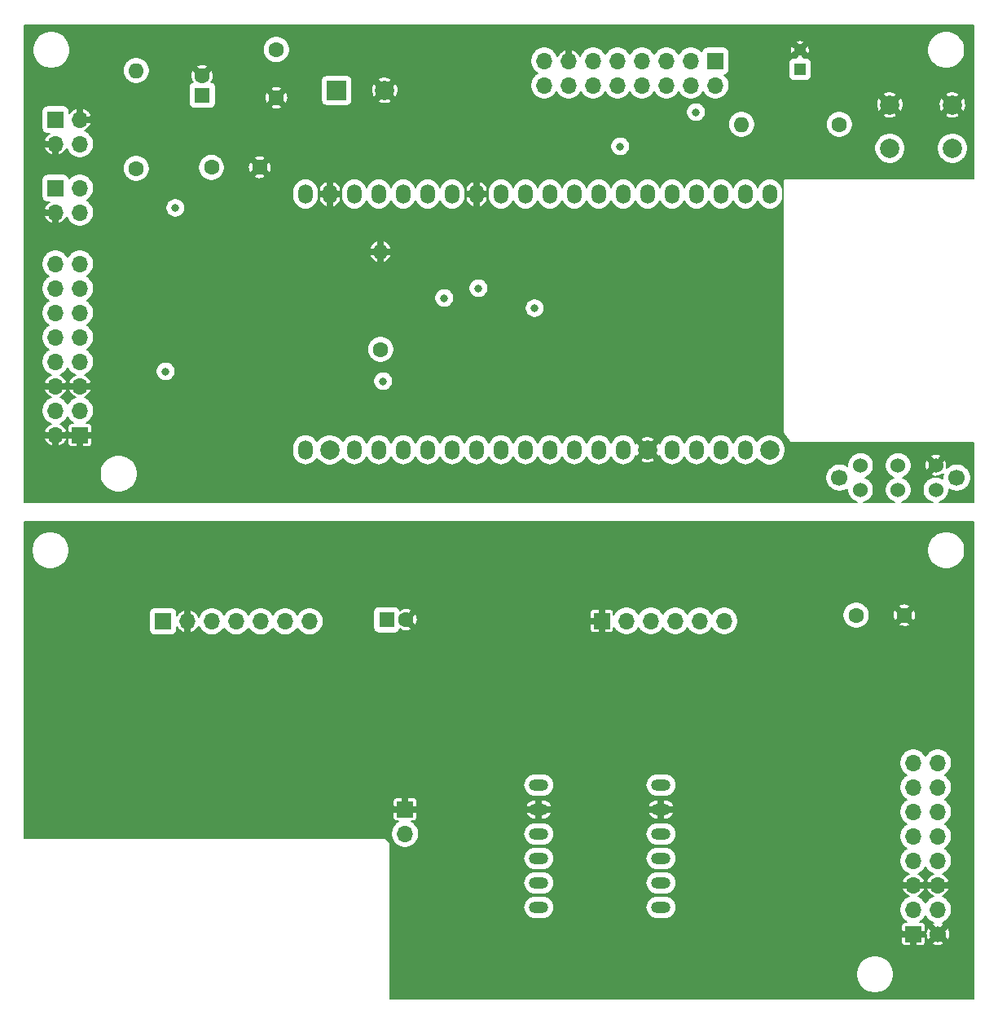
<source format=gbr>
G04 #@! TF.GenerationSoftware,KiCad,Pcbnew,(5.1.5)-3*
G04 #@! TF.CreationDate,2020-03-06T14:14:40-05:00*
G04 #@! TF.ProjectId,CombinedPnl_pcb-r1,436f6d62-696e-4656-9450-6e6c5f706362,rev?*
G04 #@! TF.SameCoordinates,Original*
G04 #@! TF.FileFunction,Copper,L3,Inr*
G04 #@! TF.FilePolarity,Positive*
%FSLAX46Y46*%
G04 Gerber Fmt 4.6, Leading zero omitted, Abs format (unit mm)*
G04 Created by KiCad (PCBNEW (5.1.5)-3) date 2020-03-06 14:14:40*
%MOMM*%
%LPD*%
G04 APERTURE LIST*
%ADD10C,1.524000*%
%ADD11C,1.700000*%
%ADD12O,1.500000X2.000000*%
%ADD13C,2.000000*%
%ADD14C,1.600000*%
%ADD15O,1.600000X1.600000*%
%ADD16O,1.700000X1.700000*%
%ADD17R,1.700000X1.700000*%
%ADD18R,2.000000X2.000000*%
%ADD19C,1.200000*%
%ADD20R,1.200000X1.200000*%
%ADD21R,1.600000X1.600000*%
%ADD22O,2.000000X1.200000*%
%ADD23C,0.800000*%
%ADD24C,0.200000*%
G04 APERTURE END LIST*
D10*
X181710000Y-87480000D03*
X185616000Y-87480000D03*
X189522000Y-87480000D03*
X181710000Y-84940000D03*
X189522000Y-84940000D03*
X185616000Y-84940000D03*
D11*
X179520000Y-86210000D03*
X191712000Y-86210000D03*
D12*
X124020000Y-56770000D03*
X124020000Y-83320000D03*
X126560000Y-56770000D03*
D13*
X126560000Y-83320000D03*
D12*
X129100000Y-56770000D03*
X129100000Y-83320000D03*
X131640000Y-56770000D03*
X131640000Y-83320000D03*
X134180000Y-56770000D03*
X134180000Y-83320000D03*
X136720000Y-56770000D03*
X136720000Y-83320000D03*
X139260000Y-56770000D03*
X139260000Y-83320000D03*
X141800000Y-56770000D03*
X141800000Y-83320000D03*
X144340000Y-56770000D03*
X144340000Y-83320000D03*
X146880000Y-56770000D03*
X146880000Y-83320000D03*
X149420000Y-56770000D03*
X149420000Y-83320000D03*
X151960000Y-56770000D03*
X151960000Y-83320000D03*
X154500000Y-56770000D03*
X154500000Y-83320000D03*
X157040000Y-56770000D03*
X157040000Y-83320000D03*
X159580000Y-56770000D03*
D13*
X159580000Y-83320000D03*
D12*
X162120000Y-56770000D03*
X162120000Y-83320000D03*
X164660000Y-56770000D03*
X164660000Y-83320000D03*
X167200000Y-56770000D03*
X167200000Y-83320000D03*
X169740000Y-56770000D03*
X169740000Y-83320000D03*
X172280000Y-56770000D03*
D13*
X172280000Y-83320000D03*
X191250000Y-52000000D03*
X191250000Y-47500000D03*
X184750000Y-52000000D03*
X184750000Y-47500000D03*
D14*
X106426000Y-54102000D03*
D15*
X106426000Y-43942000D03*
D16*
X100584000Y-51562000D03*
X98044000Y-51562000D03*
X100584000Y-49022000D03*
D17*
X98044000Y-49022000D03*
D13*
X132250000Y-46000000D03*
D18*
X127250000Y-46000000D03*
D17*
X166624000Y-42926000D03*
D16*
X166624000Y-45466000D03*
X164084000Y-42926000D03*
X164084000Y-45466000D03*
X161544000Y-42926000D03*
X161544000Y-45466000D03*
X159004000Y-42926000D03*
X159004000Y-45466000D03*
X156464000Y-42926000D03*
X156464000Y-45466000D03*
X153924000Y-42926000D03*
X153924000Y-45466000D03*
X151384000Y-42926000D03*
X151384000Y-45466000D03*
X148844000Y-42926000D03*
X148844000Y-45466000D03*
X98044000Y-64008000D03*
X100584000Y-64008000D03*
X98044000Y-66548000D03*
X100584000Y-66548000D03*
X98044000Y-69088000D03*
X100584000Y-69088000D03*
X98044000Y-71628000D03*
X100584000Y-71628000D03*
X98044000Y-74168000D03*
X100584000Y-74168000D03*
X98044000Y-76708000D03*
X100584000Y-76708000D03*
X98044000Y-79248000D03*
X100584000Y-79248000D03*
X98044000Y-81788000D03*
D17*
X100584000Y-81788000D03*
X98044000Y-56134000D03*
D16*
X100584000Y-56134000D03*
X98044000Y-58674000D03*
X100584000Y-58674000D03*
D15*
X169340000Y-49530000D03*
D14*
X179500000Y-49530000D03*
D19*
X175400000Y-41800000D03*
D20*
X175400000Y-43800000D03*
D15*
X131826000Y-62738000D03*
D14*
X131826000Y-72898000D03*
X113284000Y-44482000D03*
D21*
X113284000Y-46482000D03*
D16*
X167513000Y-101092000D03*
X164973000Y-101092000D03*
X162433000Y-101092000D03*
X159893000Y-101092000D03*
X157353000Y-101092000D03*
D17*
X154813000Y-101092000D03*
D16*
X134366000Y-123190000D03*
D17*
X134366000Y-120650000D03*
D11*
X189738000Y-133604000D03*
D17*
X187198000Y-133604000D03*
D16*
X189738000Y-131064000D03*
X187198000Y-131064000D03*
X189738000Y-128524000D03*
X187198000Y-128524000D03*
X189738000Y-125984000D03*
X187198000Y-125984000D03*
X189738000Y-123444000D03*
X187198000Y-123444000D03*
X189738000Y-120904000D03*
X187198000Y-120904000D03*
X189738000Y-118364000D03*
X187198000Y-118364000D03*
X189738000Y-115824000D03*
X187198000Y-115824000D03*
X124460000Y-101139001D03*
X121920000Y-101139001D03*
X119380000Y-101139001D03*
X116840000Y-101139001D03*
X114300000Y-101139001D03*
X111760000Y-101139001D03*
D17*
X109220000Y-101139001D03*
D22*
X148270000Y-130830000D03*
X160970000Y-130830000D03*
X148270000Y-128290000D03*
X160970000Y-128290000D03*
X148270000Y-125750000D03*
X160970000Y-125750000D03*
X148270000Y-123210000D03*
X160970000Y-123210000D03*
X148270000Y-120670000D03*
X160970000Y-120670000D03*
X148270000Y-118130000D03*
X160970000Y-118130000D03*
D14*
X134461000Y-100965000D03*
D21*
X132461000Y-100965000D03*
D14*
X121000000Y-41750000D03*
X121000000Y-46750000D03*
X114250000Y-54000000D03*
X119250000Y-54000000D03*
X181250000Y-100500000D03*
X186250000Y-100500000D03*
D23*
X141986000Y-66548000D03*
X147827996Y-68616990D03*
X138430000Y-67564012D03*
X164592000Y-48260000D03*
X132080000Y-76200000D03*
X110490000Y-58202990D03*
X109474000Y-75184000D03*
X156718000Y-51816000D03*
D24*
G36*
X193448000Y-55130257D02*
G01*
X173749747Y-55180000D01*
X173730491Y-55181921D01*
X173711732Y-55187612D01*
X173694443Y-55196853D01*
X173679289Y-55209289D01*
X173666853Y-55224443D01*
X173657612Y-55241732D01*
X173651921Y-55260491D01*
X173650000Y-55280000D01*
X173650000Y-81500000D01*
X173652853Y-81523717D01*
X173659347Y-81542214D01*
X173669324Y-81559088D01*
X174419355Y-82583140D01*
X174429410Y-82594852D01*
X174444579Y-82607269D01*
X174461879Y-82616488D01*
X174480646Y-82622155D01*
X174500157Y-82624052D01*
X193448000Y-82600129D01*
X193448000Y-88800000D01*
X189867293Y-88800000D01*
X189919281Y-88789659D01*
X190167149Y-88686989D01*
X190390224Y-88537934D01*
X190579934Y-88348224D01*
X190728989Y-88125149D01*
X190831659Y-87877281D01*
X190884000Y-87614145D01*
X190884000Y-87400648D01*
X191025167Y-87494973D01*
X191289051Y-87604277D01*
X191569187Y-87660000D01*
X191854813Y-87660000D01*
X192134949Y-87604277D01*
X192398833Y-87494973D01*
X192636321Y-87336289D01*
X192838289Y-87134321D01*
X192996973Y-86896833D01*
X193106277Y-86632949D01*
X193162000Y-86352813D01*
X193162000Y-86067187D01*
X193106277Y-85787051D01*
X192996973Y-85523167D01*
X192838289Y-85285679D01*
X192636321Y-85083711D01*
X192398833Y-84925027D01*
X192134949Y-84815723D01*
X191854813Y-84760000D01*
X191569187Y-84760000D01*
X191289051Y-84815723D01*
X191025167Y-84925027D01*
X190787679Y-85083711D01*
X190653536Y-85217854D01*
X190662442Y-85190464D01*
X190689392Y-84963163D01*
X190671479Y-84734971D01*
X190609393Y-84514658D01*
X190591665Y-84471859D01*
X190432710Y-84382843D01*
X189875553Y-84940000D01*
X189889696Y-84954143D01*
X189536143Y-85307696D01*
X189522000Y-85293553D01*
X188964843Y-85850710D01*
X189053859Y-86009665D01*
X189271536Y-86080442D01*
X189498837Y-86107392D01*
X189727029Y-86089479D01*
X189947342Y-86027393D01*
X189990141Y-86009665D01*
X190079156Y-85850712D01*
X190170514Y-85942070D01*
X190315784Y-85796800D01*
X190262000Y-86067187D01*
X190262000Y-86336389D01*
X190167149Y-86273011D01*
X189919281Y-86170341D01*
X189656145Y-86118000D01*
X189387855Y-86118000D01*
X189124719Y-86170341D01*
X188876851Y-86273011D01*
X188653776Y-86422066D01*
X188464066Y-86611776D01*
X188315011Y-86834851D01*
X188212341Y-87082719D01*
X188160000Y-87345855D01*
X188160000Y-87614145D01*
X188212341Y-87877281D01*
X188315011Y-88125149D01*
X188464066Y-88348224D01*
X188653776Y-88537934D01*
X188876851Y-88686989D01*
X189124719Y-88789659D01*
X189176707Y-88800000D01*
X185961293Y-88800000D01*
X186013281Y-88789659D01*
X186261149Y-88686989D01*
X186484224Y-88537934D01*
X186673934Y-88348224D01*
X186822989Y-88125149D01*
X186925659Y-87877281D01*
X186978000Y-87614145D01*
X186978000Y-87345855D01*
X186925659Y-87082719D01*
X186822989Y-86834851D01*
X186673934Y-86611776D01*
X186484224Y-86422066D01*
X186261149Y-86273011D01*
X186109027Y-86210000D01*
X186261149Y-86146989D01*
X186484224Y-85997934D01*
X186673934Y-85808224D01*
X186822989Y-85585149D01*
X186925659Y-85337281D01*
X186978000Y-85074145D01*
X186978000Y-84916837D01*
X188354608Y-84916837D01*
X188372521Y-85145029D01*
X188434607Y-85365342D01*
X188452335Y-85408141D01*
X188611290Y-85497157D01*
X189168447Y-84940000D01*
X188611290Y-84382843D01*
X188452335Y-84471859D01*
X188381558Y-84689536D01*
X188354608Y-84916837D01*
X186978000Y-84916837D01*
X186978000Y-84805855D01*
X186925659Y-84542719D01*
X186822989Y-84294851D01*
X186673934Y-84071776D01*
X186631448Y-84029290D01*
X188964843Y-84029290D01*
X189522000Y-84586447D01*
X190079157Y-84029290D01*
X189990141Y-83870335D01*
X189772464Y-83799558D01*
X189545163Y-83772608D01*
X189316971Y-83790521D01*
X189096658Y-83852607D01*
X189053859Y-83870335D01*
X188964843Y-84029290D01*
X186631448Y-84029290D01*
X186484224Y-83882066D01*
X186261149Y-83733011D01*
X186013281Y-83630341D01*
X185750145Y-83578000D01*
X185481855Y-83578000D01*
X185218719Y-83630341D01*
X184970851Y-83733011D01*
X184747776Y-83882066D01*
X184558066Y-84071776D01*
X184409011Y-84294851D01*
X184306341Y-84542719D01*
X184254000Y-84805855D01*
X184254000Y-85074145D01*
X184306341Y-85337281D01*
X184409011Y-85585149D01*
X184558066Y-85808224D01*
X184747776Y-85997934D01*
X184970851Y-86146989D01*
X185122973Y-86210000D01*
X184970851Y-86273011D01*
X184747776Y-86422066D01*
X184558066Y-86611776D01*
X184409011Y-86834851D01*
X184306341Y-87082719D01*
X184254000Y-87345855D01*
X184254000Y-87614145D01*
X184306341Y-87877281D01*
X184409011Y-88125149D01*
X184558066Y-88348224D01*
X184747776Y-88537934D01*
X184970851Y-88686989D01*
X185218719Y-88789659D01*
X185270707Y-88800000D01*
X182055293Y-88800000D01*
X182107281Y-88789659D01*
X182355149Y-88686989D01*
X182578224Y-88537934D01*
X182767934Y-88348224D01*
X182916989Y-88125149D01*
X183019659Y-87877281D01*
X183072000Y-87614145D01*
X183072000Y-87345855D01*
X183019659Y-87082719D01*
X182916989Y-86834851D01*
X182767934Y-86611776D01*
X182578224Y-86422066D01*
X182355149Y-86273011D01*
X182203027Y-86210000D01*
X182355149Y-86146989D01*
X182578224Y-85997934D01*
X182767934Y-85808224D01*
X182916989Y-85585149D01*
X183019659Y-85337281D01*
X183072000Y-85074145D01*
X183072000Y-84805855D01*
X183019659Y-84542719D01*
X182916989Y-84294851D01*
X182767934Y-84071776D01*
X182578224Y-83882066D01*
X182355149Y-83733011D01*
X182107281Y-83630341D01*
X181844145Y-83578000D01*
X181575855Y-83578000D01*
X181312719Y-83630341D01*
X181064851Y-83733011D01*
X180841776Y-83882066D01*
X180652066Y-84071776D01*
X180503011Y-84294851D01*
X180400341Y-84542719D01*
X180348000Y-84805855D01*
X180348000Y-85019352D01*
X180206833Y-84925027D01*
X179942949Y-84815723D01*
X179662813Y-84760000D01*
X179377187Y-84760000D01*
X179097051Y-84815723D01*
X178833167Y-84925027D01*
X178595679Y-85083711D01*
X178393711Y-85285679D01*
X178235027Y-85523167D01*
X178125723Y-85787051D01*
X178070000Y-86067187D01*
X178070000Y-86352813D01*
X178125723Y-86632949D01*
X178235027Y-86896833D01*
X178393711Y-87134321D01*
X178595679Y-87336289D01*
X178833167Y-87494973D01*
X179097051Y-87604277D01*
X179377187Y-87660000D01*
X179662813Y-87660000D01*
X179942949Y-87604277D01*
X180206833Y-87494973D01*
X180348000Y-87400648D01*
X180348000Y-87614145D01*
X180400341Y-87877281D01*
X180503011Y-88125149D01*
X180652066Y-88348224D01*
X180841776Y-88537934D01*
X181064851Y-88686989D01*
X181312719Y-88789659D01*
X181364707Y-88800000D01*
X94842000Y-88800000D01*
X94842000Y-85607942D01*
X102650000Y-85607942D01*
X102650000Y-85992058D01*
X102724938Y-86368794D01*
X102871933Y-86723671D01*
X103085336Y-87043052D01*
X103356948Y-87314664D01*
X103676329Y-87528067D01*
X104031206Y-87675062D01*
X104407942Y-87750000D01*
X104792058Y-87750000D01*
X105168794Y-87675062D01*
X105523671Y-87528067D01*
X105843052Y-87314664D01*
X106114664Y-87043052D01*
X106328067Y-86723671D01*
X106475062Y-86368794D01*
X106550000Y-85992058D01*
X106550000Y-85607942D01*
X106475062Y-85231206D01*
X106328067Y-84876329D01*
X106114664Y-84556948D01*
X105843052Y-84285336D01*
X105523671Y-84071933D01*
X105168794Y-83924938D01*
X104792058Y-83850000D01*
X104407942Y-83850000D01*
X104031206Y-83924938D01*
X103676329Y-84071933D01*
X103356948Y-84285336D01*
X103085336Y-84556948D01*
X102871933Y-84876329D01*
X102724938Y-85231206D01*
X102650000Y-85607942D01*
X94842000Y-85607942D01*
X94842000Y-82226514D01*
X96873442Y-82226514D01*
X96906204Y-82305639D01*
X97029053Y-82517666D01*
X97190906Y-82701652D01*
X97385543Y-82850527D01*
X97605484Y-82958569D01*
X97794000Y-82912756D01*
X97794000Y-82038000D01*
X98294000Y-82038000D01*
X98294000Y-82912756D01*
X98482516Y-82958569D01*
X98702457Y-82850527D01*
X98897094Y-82701652D01*
X98953088Y-82638000D01*
X99332065Y-82638000D01*
X99339788Y-82716414D01*
X99362660Y-82791814D01*
X99399803Y-82861303D01*
X99449789Y-82922211D01*
X99510697Y-82972197D01*
X99580186Y-83009340D01*
X99655586Y-83032212D01*
X99734000Y-83039935D01*
X100234000Y-83038000D01*
X100334000Y-82938000D01*
X100334000Y-82038000D01*
X100834000Y-82038000D01*
X100834000Y-82938000D01*
X100934000Y-83038000D01*
X101434000Y-83039935D01*
X101512414Y-83032212D01*
X101587814Y-83009340D01*
X101598403Y-83003680D01*
X122670000Y-83003680D01*
X122670000Y-83636321D01*
X122689533Y-83834646D01*
X122766728Y-84089122D01*
X122892085Y-84323649D01*
X123060788Y-84529213D01*
X123266352Y-84697915D01*
X123500879Y-84823272D01*
X123755355Y-84900467D01*
X124020000Y-84926532D01*
X124284646Y-84900467D01*
X124539122Y-84823272D01*
X124773649Y-84697915D01*
X124979213Y-84529213D01*
X125147915Y-84323649D01*
X125218312Y-84191946D01*
X125317199Y-84339941D01*
X125540059Y-84562801D01*
X125802116Y-84737902D01*
X126093297Y-84858513D01*
X126402414Y-84920000D01*
X126717586Y-84920000D01*
X127026703Y-84858513D01*
X127317884Y-84737902D01*
X127579941Y-84562801D01*
X127802801Y-84339941D01*
X127901688Y-84191946D01*
X127972085Y-84323649D01*
X128140788Y-84529213D01*
X128346352Y-84697915D01*
X128580879Y-84823272D01*
X128835355Y-84900467D01*
X129100000Y-84926532D01*
X129364646Y-84900467D01*
X129619122Y-84823272D01*
X129853649Y-84697915D01*
X130059213Y-84529213D01*
X130227915Y-84323649D01*
X130353272Y-84089121D01*
X130370000Y-84033977D01*
X130386728Y-84089122D01*
X130512085Y-84323649D01*
X130680788Y-84529213D01*
X130886352Y-84697915D01*
X131120879Y-84823272D01*
X131375355Y-84900467D01*
X131640000Y-84926532D01*
X131904646Y-84900467D01*
X132159122Y-84823272D01*
X132393649Y-84697915D01*
X132599213Y-84529213D01*
X132767915Y-84323649D01*
X132893272Y-84089121D01*
X132910000Y-84033977D01*
X132926728Y-84089122D01*
X133052085Y-84323649D01*
X133220788Y-84529213D01*
X133426352Y-84697915D01*
X133660879Y-84823272D01*
X133915355Y-84900467D01*
X134180000Y-84926532D01*
X134444646Y-84900467D01*
X134699122Y-84823272D01*
X134933649Y-84697915D01*
X135139213Y-84529213D01*
X135307915Y-84323649D01*
X135433272Y-84089121D01*
X135450000Y-84033977D01*
X135466728Y-84089122D01*
X135592085Y-84323649D01*
X135760788Y-84529213D01*
X135966352Y-84697915D01*
X136200879Y-84823272D01*
X136455355Y-84900467D01*
X136720000Y-84926532D01*
X136984646Y-84900467D01*
X137239122Y-84823272D01*
X137473649Y-84697915D01*
X137679213Y-84529213D01*
X137847915Y-84323649D01*
X137973272Y-84089121D01*
X137990000Y-84033977D01*
X138006728Y-84089122D01*
X138132085Y-84323649D01*
X138300788Y-84529213D01*
X138506352Y-84697915D01*
X138740879Y-84823272D01*
X138995355Y-84900467D01*
X139260000Y-84926532D01*
X139524646Y-84900467D01*
X139779122Y-84823272D01*
X140013649Y-84697915D01*
X140219213Y-84529213D01*
X140387915Y-84323649D01*
X140513272Y-84089121D01*
X140530000Y-84033977D01*
X140546728Y-84089122D01*
X140672085Y-84323649D01*
X140840788Y-84529213D01*
X141046352Y-84697915D01*
X141280879Y-84823272D01*
X141535355Y-84900467D01*
X141800000Y-84926532D01*
X142064646Y-84900467D01*
X142319122Y-84823272D01*
X142553649Y-84697915D01*
X142759213Y-84529213D01*
X142927915Y-84323649D01*
X143053272Y-84089121D01*
X143070000Y-84033977D01*
X143086728Y-84089122D01*
X143212085Y-84323649D01*
X143380788Y-84529213D01*
X143586352Y-84697915D01*
X143820879Y-84823272D01*
X144075355Y-84900467D01*
X144340000Y-84926532D01*
X144604646Y-84900467D01*
X144859122Y-84823272D01*
X145093649Y-84697915D01*
X145299213Y-84529213D01*
X145467915Y-84323649D01*
X145593272Y-84089121D01*
X145610000Y-84033977D01*
X145626728Y-84089122D01*
X145752085Y-84323649D01*
X145920788Y-84529213D01*
X146126352Y-84697915D01*
X146360879Y-84823272D01*
X146615355Y-84900467D01*
X146880000Y-84926532D01*
X147144646Y-84900467D01*
X147399122Y-84823272D01*
X147633649Y-84697915D01*
X147839213Y-84529213D01*
X148007915Y-84323649D01*
X148133272Y-84089121D01*
X148150000Y-84033977D01*
X148166728Y-84089122D01*
X148292085Y-84323649D01*
X148460788Y-84529213D01*
X148666352Y-84697915D01*
X148900879Y-84823272D01*
X149155355Y-84900467D01*
X149420000Y-84926532D01*
X149684646Y-84900467D01*
X149939122Y-84823272D01*
X150173649Y-84697915D01*
X150379213Y-84529213D01*
X150547915Y-84323649D01*
X150673272Y-84089121D01*
X150690000Y-84033977D01*
X150706728Y-84089122D01*
X150832085Y-84323649D01*
X151000788Y-84529213D01*
X151206352Y-84697915D01*
X151440879Y-84823272D01*
X151695355Y-84900467D01*
X151960000Y-84926532D01*
X152224646Y-84900467D01*
X152479122Y-84823272D01*
X152713649Y-84697915D01*
X152919213Y-84529213D01*
X153087915Y-84323649D01*
X153213272Y-84089121D01*
X153230000Y-84033977D01*
X153246728Y-84089122D01*
X153372085Y-84323649D01*
X153540788Y-84529213D01*
X153746352Y-84697915D01*
X153980879Y-84823272D01*
X154235355Y-84900467D01*
X154500000Y-84926532D01*
X154764646Y-84900467D01*
X155019122Y-84823272D01*
X155253649Y-84697915D01*
X155459213Y-84529213D01*
X155627915Y-84323649D01*
X155753272Y-84089121D01*
X155770000Y-84033977D01*
X155786728Y-84089122D01*
X155912085Y-84323649D01*
X156080788Y-84529213D01*
X156286352Y-84697915D01*
X156520879Y-84823272D01*
X156775355Y-84900467D01*
X157040000Y-84926532D01*
X157304646Y-84900467D01*
X157559122Y-84823272D01*
X157793649Y-84697915D01*
X157999213Y-84529213D01*
X158102187Y-84403738D01*
X158849815Y-84403738D01*
X158968535Y-84586935D01*
X159227451Y-84681882D01*
X159499915Y-84724493D01*
X159775456Y-84713130D01*
X160043487Y-84648229D01*
X160191465Y-84586935D01*
X160310185Y-84403738D01*
X159580000Y-83673553D01*
X158849815Y-84403738D01*
X158102187Y-84403738D01*
X158167915Y-84323649D01*
X158293272Y-84089121D01*
X158336491Y-83946646D01*
X158496262Y-84050185D01*
X159226447Y-83320000D01*
X159933553Y-83320000D01*
X160663738Y-84050185D01*
X160823508Y-83946647D01*
X160866728Y-84089122D01*
X160992085Y-84323649D01*
X161160788Y-84529213D01*
X161366352Y-84697915D01*
X161600879Y-84823272D01*
X161855355Y-84900467D01*
X162120000Y-84926532D01*
X162384646Y-84900467D01*
X162639122Y-84823272D01*
X162873649Y-84697915D01*
X163079213Y-84529213D01*
X163247915Y-84323649D01*
X163373272Y-84089121D01*
X163390000Y-84033977D01*
X163406728Y-84089122D01*
X163532085Y-84323649D01*
X163700788Y-84529213D01*
X163906352Y-84697915D01*
X164140879Y-84823272D01*
X164395355Y-84900467D01*
X164660000Y-84926532D01*
X164924646Y-84900467D01*
X165179122Y-84823272D01*
X165413649Y-84697915D01*
X165619213Y-84529213D01*
X165787915Y-84323649D01*
X165913272Y-84089121D01*
X165930000Y-84033977D01*
X165946728Y-84089122D01*
X166072085Y-84323649D01*
X166240788Y-84529213D01*
X166446352Y-84697915D01*
X166680879Y-84823272D01*
X166935355Y-84900467D01*
X167200000Y-84926532D01*
X167464646Y-84900467D01*
X167719122Y-84823272D01*
X167953649Y-84697915D01*
X168159213Y-84529213D01*
X168327915Y-84323649D01*
X168453272Y-84089121D01*
X168470000Y-84033977D01*
X168486728Y-84089122D01*
X168612085Y-84323649D01*
X168780788Y-84529213D01*
X168986352Y-84697915D01*
X169220879Y-84823272D01*
X169475355Y-84900467D01*
X169740000Y-84926532D01*
X170004646Y-84900467D01*
X170259122Y-84823272D01*
X170493649Y-84697915D01*
X170699213Y-84529213D01*
X170867915Y-84323649D01*
X170938312Y-84191946D01*
X171037199Y-84339941D01*
X171260059Y-84562801D01*
X171522116Y-84737902D01*
X171813297Y-84858513D01*
X172122414Y-84920000D01*
X172437586Y-84920000D01*
X172746703Y-84858513D01*
X173037884Y-84737902D01*
X173299941Y-84562801D01*
X173522801Y-84339941D01*
X173697902Y-84077884D01*
X173818513Y-83786703D01*
X173880000Y-83477586D01*
X173880000Y-83162414D01*
X173818513Y-82853297D01*
X173697902Y-82562116D01*
X173522801Y-82300059D01*
X173299941Y-82077199D01*
X173037884Y-81902098D01*
X172746703Y-81781487D01*
X172437586Y-81720000D01*
X172122414Y-81720000D01*
X171813297Y-81781487D01*
X171522116Y-81902098D01*
X171260059Y-82077199D01*
X171037199Y-82300059D01*
X170938312Y-82448054D01*
X170867915Y-82316351D01*
X170699212Y-82110787D01*
X170493648Y-81942085D01*
X170259121Y-81816728D01*
X170004645Y-81739533D01*
X169740000Y-81713468D01*
X169475354Y-81739533D01*
X169220878Y-81816728D01*
X168986351Y-81942085D01*
X168780787Y-82110788D01*
X168612085Y-82316352D01*
X168486728Y-82550879D01*
X168470000Y-82606023D01*
X168453272Y-82550878D01*
X168327915Y-82316351D01*
X168159212Y-82110787D01*
X167953648Y-81942085D01*
X167719121Y-81816728D01*
X167464645Y-81739533D01*
X167200000Y-81713468D01*
X166935354Y-81739533D01*
X166680878Y-81816728D01*
X166446351Y-81942085D01*
X166240787Y-82110788D01*
X166072085Y-82316352D01*
X165946728Y-82550879D01*
X165930000Y-82606023D01*
X165913272Y-82550878D01*
X165787915Y-82316351D01*
X165619212Y-82110787D01*
X165413648Y-81942085D01*
X165179121Y-81816728D01*
X164924645Y-81739533D01*
X164660000Y-81713468D01*
X164395354Y-81739533D01*
X164140878Y-81816728D01*
X163906351Y-81942085D01*
X163700787Y-82110788D01*
X163532085Y-82316352D01*
X163406728Y-82550879D01*
X163390000Y-82606023D01*
X163373272Y-82550878D01*
X163247915Y-82316351D01*
X163079212Y-82110787D01*
X162873648Y-81942085D01*
X162639121Y-81816728D01*
X162384645Y-81739533D01*
X162120000Y-81713468D01*
X161855354Y-81739533D01*
X161600878Y-81816728D01*
X161366351Y-81942085D01*
X161160787Y-82110788D01*
X160992085Y-82316352D01*
X160866728Y-82550879D01*
X160823509Y-82693354D01*
X160663738Y-82589815D01*
X159933553Y-83320000D01*
X159226447Y-83320000D01*
X158496262Y-82589815D01*
X158336492Y-82693353D01*
X158293272Y-82550878D01*
X158167915Y-82316351D01*
X158102188Y-82236262D01*
X158849815Y-82236262D01*
X159580000Y-82966447D01*
X160310185Y-82236262D01*
X160191465Y-82053065D01*
X159932549Y-81958118D01*
X159660085Y-81915507D01*
X159384544Y-81926870D01*
X159116513Y-81991771D01*
X158968535Y-82053065D01*
X158849815Y-82236262D01*
X158102188Y-82236262D01*
X157999212Y-82110787D01*
X157793648Y-81942085D01*
X157559121Y-81816728D01*
X157304645Y-81739533D01*
X157040000Y-81713468D01*
X156775354Y-81739533D01*
X156520878Y-81816728D01*
X156286351Y-81942085D01*
X156080787Y-82110788D01*
X155912085Y-82316352D01*
X155786728Y-82550879D01*
X155770000Y-82606023D01*
X155753272Y-82550878D01*
X155627915Y-82316351D01*
X155459212Y-82110787D01*
X155253648Y-81942085D01*
X155019121Y-81816728D01*
X154764645Y-81739533D01*
X154500000Y-81713468D01*
X154235354Y-81739533D01*
X153980878Y-81816728D01*
X153746351Y-81942085D01*
X153540787Y-82110788D01*
X153372085Y-82316352D01*
X153246728Y-82550879D01*
X153230000Y-82606023D01*
X153213272Y-82550878D01*
X153087915Y-82316351D01*
X152919212Y-82110787D01*
X152713648Y-81942085D01*
X152479121Y-81816728D01*
X152224645Y-81739533D01*
X151960000Y-81713468D01*
X151695354Y-81739533D01*
X151440878Y-81816728D01*
X151206351Y-81942085D01*
X151000787Y-82110788D01*
X150832085Y-82316352D01*
X150706728Y-82550879D01*
X150690000Y-82606023D01*
X150673272Y-82550878D01*
X150547915Y-82316351D01*
X150379212Y-82110787D01*
X150173648Y-81942085D01*
X149939121Y-81816728D01*
X149684645Y-81739533D01*
X149420000Y-81713468D01*
X149155354Y-81739533D01*
X148900878Y-81816728D01*
X148666351Y-81942085D01*
X148460787Y-82110788D01*
X148292085Y-82316352D01*
X148166728Y-82550879D01*
X148150000Y-82606023D01*
X148133272Y-82550878D01*
X148007915Y-82316351D01*
X147839212Y-82110787D01*
X147633648Y-81942085D01*
X147399121Y-81816728D01*
X147144645Y-81739533D01*
X146880000Y-81713468D01*
X146615354Y-81739533D01*
X146360878Y-81816728D01*
X146126351Y-81942085D01*
X145920787Y-82110788D01*
X145752085Y-82316352D01*
X145626728Y-82550879D01*
X145610000Y-82606023D01*
X145593272Y-82550878D01*
X145467915Y-82316351D01*
X145299212Y-82110787D01*
X145093648Y-81942085D01*
X144859121Y-81816728D01*
X144604645Y-81739533D01*
X144340000Y-81713468D01*
X144075354Y-81739533D01*
X143820878Y-81816728D01*
X143586351Y-81942085D01*
X143380787Y-82110788D01*
X143212085Y-82316352D01*
X143086728Y-82550879D01*
X143070000Y-82606023D01*
X143053272Y-82550878D01*
X142927915Y-82316351D01*
X142759212Y-82110787D01*
X142553648Y-81942085D01*
X142319121Y-81816728D01*
X142064645Y-81739533D01*
X141800000Y-81713468D01*
X141535354Y-81739533D01*
X141280878Y-81816728D01*
X141046351Y-81942085D01*
X140840787Y-82110788D01*
X140672085Y-82316352D01*
X140546728Y-82550879D01*
X140530000Y-82606023D01*
X140513272Y-82550878D01*
X140387915Y-82316351D01*
X140219212Y-82110787D01*
X140013648Y-81942085D01*
X139779121Y-81816728D01*
X139524645Y-81739533D01*
X139260000Y-81713468D01*
X138995354Y-81739533D01*
X138740878Y-81816728D01*
X138506351Y-81942085D01*
X138300787Y-82110788D01*
X138132085Y-82316352D01*
X138006728Y-82550879D01*
X137990000Y-82606023D01*
X137973272Y-82550878D01*
X137847915Y-82316351D01*
X137679212Y-82110787D01*
X137473648Y-81942085D01*
X137239121Y-81816728D01*
X136984645Y-81739533D01*
X136720000Y-81713468D01*
X136455354Y-81739533D01*
X136200878Y-81816728D01*
X135966351Y-81942085D01*
X135760787Y-82110788D01*
X135592085Y-82316352D01*
X135466728Y-82550879D01*
X135450000Y-82606023D01*
X135433272Y-82550878D01*
X135307915Y-82316351D01*
X135139212Y-82110787D01*
X134933648Y-81942085D01*
X134699121Y-81816728D01*
X134444645Y-81739533D01*
X134180000Y-81713468D01*
X133915354Y-81739533D01*
X133660878Y-81816728D01*
X133426351Y-81942085D01*
X133220787Y-82110788D01*
X133052085Y-82316352D01*
X132926728Y-82550879D01*
X132910000Y-82606023D01*
X132893272Y-82550878D01*
X132767915Y-82316351D01*
X132599212Y-82110787D01*
X132393648Y-81942085D01*
X132159121Y-81816728D01*
X131904645Y-81739533D01*
X131640000Y-81713468D01*
X131375354Y-81739533D01*
X131120878Y-81816728D01*
X130886351Y-81942085D01*
X130680787Y-82110788D01*
X130512085Y-82316352D01*
X130386728Y-82550879D01*
X130370000Y-82606023D01*
X130353272Y-82550878D01*
X130227915Y-82316351D01*
X130059212Y-82110787D01*
X129853648Y-81942085D01*
X129619121Y-81816728D01*
X129364645Y-81739533D01*
X129100000Y-81713468D01*
X128835354Y-81739533D01*
X128580878Y-81816728D01*
X128346351Y-81942085D01*
X128140787Y-82110788D01*
X127972085Y-82316352D01*
X127901689Y-82448055D01*
X127802801Y-82300059D01*
X127579941Y-82077199D01*
X127317884Y-81902098D01*
X127026703Y-81781487D01*
X126717586Y-81720000D01*
X126402414Y-81720000D01*
X126093297Y-81781487D01*
X125802116Y-81902098D01*
X125540059Y-82077199D01*
X125317199Y-82300059D01*
X125218312Y-82448054D01*
X125147915Y-82316351D01*
X124979212Y-82110787D01*
X124773648Y-81942085D01*
X124539121Y-81816728D01*
X124284645Y-81739533D01*
X124020000Y-81713468D01*
X123755354Y-81739533D01*
X123500878Y-81816728D01*
X123266351Y-81942085D01*
X123060787Y-82110788D01*
X122892085Y-82316352D01*
X122766728Y-82550879D01*
X122689533Y-82805355D01*
X122670000Y-83003680D01*
X101598403Y-83003680D01*
X101657303Y-82972197D01*
X101718211Y-82922211D01*
X101768197Y-82861303D01*
X101805340Y-82791814D01*
X101828212Y-82716414D01*
X101835935Y-82638000D01*
X101834000Y-82138000D01*
X101734000Y-82038000D01*
X100834000Y-82038000D01*
X100334000Y-82038000D01*
X99434000Y-82038000D01*
X99334000Y-82138000D01*
X99332065Y-82638000D01*
X98953088Y-82638000D01*
X99058947Y-82517666D01*
X99181796Y-82305639D01*
X99214558Y-82226514D01*
X99166497Y-82038000D01*
X98294000Y-82038000D01*
X97794000Y-82038000D01*
X96921503Y-82038000D01*
X96873442Y-82226514D01*
X94842000Y-82226514D01*
X94842000Y-79105187D01*
X96594000Y-79105187D01*
X96594000Y-79390813D01*
X96649723Y-79670949D01*
X96759027Y-79934833D01*
X96917711Y-80172321D01*
X97119679Y-80374289D01*
X97357167Y-80532973D01*
X97585165Y-80627412D01*
X97385543Y-80725473D01*
X97190906Y-80874348D01*
X97029053Y-81058334D01*
X96906204Y-81270361D01*
X96873442Y-81349486D01*
X96921503Y-81538000D01*
X97794000Y-81538000D01*
X97794000Y-81518000D01*
X98294000Y-81518000D01*
X98294000Y-81538000D01*
X99166497Y-81538000D01*
X99214558Y-81349486D01*
X99181796Y-81270361D01*
X99058947Y-81058334D01*
X98897094Y-80874348D01*
X98702457Y-80725473D01*
X98502835Y-80627412D01*
X98730833Y-80532973D01*
X98968321Y-80374289D01*
X99170289Y-80172321D01*
X99314000Y-79957242D01*
X99457711Y-80172321D01*
X99659679Y-80374289D01*
X99897167Y-80532973D01*
X99906241Y-80536732D01*
X99734000Y-80536065D01*
X99655586Y-80543788D01*
X99580186Y-80566660D01*
X99510697Y-80603803D01*
X99449789Y-80653789D01*
X99399803Y-80714697D01*
X99362660Y-80784186D01*
X99339788Y-80859586D01*
X99332065Y-80938000D01*
X99334000Y-81438000D01*
X99434000Y-81538000D01*
X100334000Y-81538000D01*
X100334000Y-81518000D01*
X100834000Y-81518000D01*
X100834000Y-81538000D01*
X101734000Y-81538000D01*
X101834000Y-81438000D01*
X101835935Y-80938000D01*
X101828212Y-80859586D01*
X101805340Y-80784186D01*
X101768197Y-80714697D01*
X101718211Y-80653789D01*
X101657303Y-80603803D01*
X101587814Y-80566660D01*
X101512414Y-80543788D01*
X101434000Y-80536065D01*
X101261759Y-80536732D01*
X101270833Y-80532973D01*
X101508321Y-80374289D01*
X101710289Y-80172321D01*
X101868973Y-79934833D01*
X101978277Y-79670949D01*
X102034000Y-79390813D01*
X102034000Y-79105187D01*
X101978277Y-78825051D01*
X101868973Y-78561167D01*
X101710289Y-78323679D01*
X101508321Y-78121711D01*
X101270833Y-77963027D01*
X101042835Y-77868588D01*
X101242457Y-77770527D01*
X101437094Y-77621652D01*
X101598947Y-77437666D01*
X101721796Y-77225639D01*
X101754558Y-77146514D01*
X101706497Y-76958000D01*
X100834000Y-76958000D01*
X100834000Y-76978000D01*
X100334000Y-76978000D01*
X100334000Y-76958000D01*
X99461503Y-76958000D01*
X99413442Y-77146514D01*
X99446204Y-77225639D01*
X99569053Y-77437666D01*
X99730906Y-77621652D01*
X99925543Y-77770527D01*
X100125165Y-77868588D01*
X99897167Y-77963027D01*
X99659679Y-78121711D01*
X99457711Y-78323679D01*
X99314000Y-78538758D01*
X99170289Y-78323679D01*
X98968321Y-78121711D01*
X98730833Y-77963027D01*
X98502835Y-77868588D01*
X98702457Y-77770527D01*
X98897094Y-77621652D01*
X99058947Y-77437666D01*
X99181796Y-77225639D01*
X99214558Y-77146514D01*
X99166497Y-76958000D01*
X98294000Y-76958000D01*
X98294000Y-76978000D01*
X97794000Y-76978000D01*
X97794000Y-76958000D01*
X96921503Y-76958000D01*
X96873442Y-77146514D01*
X96906204Y-77225639D01*
X97029053Y-77437666D01*
X97190906Y-77621652D01*
X97385543Y-77770527D01*
X97585165Y-77868588D01*
X97357167Y-77963027D01*
X97119679Y-78121711D01*
X96917711Y-78323679D01*
X96759027Y-78561167D01*
X96649723Y-78825051D01*
X96594000Y-79105187D01*
X94842000Y-79105187D01*
X94842000Y-63865187D01*
X96594000Y-63865187D01*
X96594000Y-64150813D01*
X96649723Y-64430949D01*
X96759027Y-64694833D01*
X96917711Y-64932321D01*
X97119679Y-65134289D01*
X97334758Y-65278000D01*
X97119679Y-65421711D01*
X96917711Y-65623679D01*
X96759027Y-65861167D01*
X96649723Y-66125051D01*
X96594000Y-66405187D01*
X96594000Y-66690813D01*
X96649723Y-66970949D01*
X96759027Y-67234833D01*
X96917711Y-67472321D01*
X97119679Y-67674289D01*
X97334758Y-67818000D01*
X97119679Y-67961711D01*
X96917711Y-68163679D01*
X96759027Y-68401167D01*
X96649723Y-68665051D01*
X96594000Y-68945187D01*
X96594000Y-69230813D01*
X96649723Y-69510949D01*
X96759027Y-69774833D01*
X96917711Y-70012321D01*
X97119679Y-70214289D01*
X97334758Y-70358000D01*
X97119679Y-70501711D01*
X96917711Y-70703679D01*
X96759027Y-70941167D01*
X96649723Y-71205051D01*
X96594000Y-71485187D01*
X96594000Y-71770813D01*
X96649723Y-72050949D01*
X96759027Y-72314833D01*
X96917711Y-72552321D01*
X97119679Y-72754289D01*
X97334758Y-72898000D01*
X97119679Y-73041711D01*
X96917711Y-73243679D01*
X96759027Y-73481167D01*
X96649723Y-73745051D01*
X96594000Y-74025187D01*
X96594000Y-74310813D01*
X96649723Y-74590949D01*
X96759027Y-74854833D01*
X96917711Y-75092321D01*
X97119679Y-75294289D01*
X97357167Y-75452973D01*
X97585165Y-75547412D01*
X97385543Y-75645473D01*
X97190906Y-75794348D01*
X97029053Y-75978334D01*
X96906204Y-76190361D01*
X96873442Y-76269486D01*
X96921503Y-76458000D01*
X97794000Y-76458000D01*
X97794000Y-76438000D01*
X98294000Y-76438000D01*
X98294000Y-76458000D01*
X99166497Y-76458000D01*
X99214558Y-76269486D01*
X99181796Y-76190361D01*
X99058947Y-75978334D01*
X98897094Y-75794348D01*
X98702457Y-75645473D01*
X98502835Y-75547412D01*
X98730833Y-75452973D01*
X98968321Y-75294289D01*
X99170289Y-75092321D01*
X99314000Y-74877242D01*
X99457711Y-75092321D01*
X99659679Y-75294289D01*
X99897167Y-75452973D01*
X100125165Y-75547412D01*
X99925543Y-75645473D01*
X99730906Y-75794348D01*
X99569053Y-75978334D01*
X99446204Y-76190361D01*
X99413442Y-76269486D01*
X99461503Y-76458000D01*
X100334000Y-76458000D01*
X100334000Y-76438000D01*
X100834000Y-76438000D01*
X100834000Y-76458000D01*
X101706497Y-76458000D01*
X101754558Y-76269486D01*
X101721796Y-76190361D01*
X101598947Y-75978334D01*
X101437094Y-75794348D01*
X101242457Y-75645473D01*
X101042835Y-75547412D01*
X101270833Y-75452973D01*
X101508321Y-75294289D01*
X101710289Y-75092321D01*
X101714840Y-75085509D01*
X108474000Y-75085509D01*
X108474000Y-75282491D01*
X108512429Y-75475689D01*
X108587811Y-75657678D01*
X108697249Y-75821463D01*
X108836537Y-75960751D01*
X109000322Y-76070189D01*
X109182311Y-76145571D01*
X109375509Y-76184000D01*
X109572491Y-76184000D01*
X109765689Y-76145571D01*
X109872064Y-76101509D01*
X131080000Y-76101509D01*
X131080000Y-76298491D01*
X131118429Y-76491689D01*
X131193811Y-76673678D01*
X131303249Y-76837463D01*
X131442537Y-76976751D01*
X131606322Y-77086189D01*
X131788311Y-77161571D01*
X131981509Y-77200000D01*
X132178491Y-77200000D01*
X132371689Y-77161571D01*
X132553678Y-77086189D01*
X132717463Y-76976751D01*
X132856751Y-76837463D01*
X132966189Y-76673678D01*
X133041571Y-76491689D01*
X133080000Y-76298491D01*
X133080000Y-76101509D01*
X133041571Y-75908311D01*
X132966189Y-75726322D01*
X132856751Y-75562537D01*
X132717463Y-75423249D01*
X132553678Y-75313811D01*
X132371689Y-75238429D01*
X132178491Y-75200000D01*
X131981509Y-75200000D01*
X131788311Y-75238429D01*
X131606322Y-75313811D01*
X131442537Y-75423249D01*
X131303249Y-75562537D01*
X131193811Y-75726322D01*
X131118429Y-75908311D01*
X131080000Y-76101509D01*
X109872064Y-76101509D01*
X109947678Y-76070189D01*
X110111463Y-75960751D01*
X110250751Y-75821463D01*
X110360189Y-75657678D01*
X110435571Y-75475689D01*
X110474000Y-75282491D01*
X110474000Y-75085509D01*
X110435571Y-74892311D01*
X110360189Y-74710322D01*
X110250751Y-74546537D01*
X110111463Y-74407249D01*
X109947678Y-74297811D01*
X109765689Y-74222429D01*
X109572491Y-74184000D01*
X109375509Y-74184000D01*
X109182311Y-74222429D01*
X109000322Y-74297811D01*
X108836537Y-74407249D01*
X108697249Y-74546537D01*
X108587811Y-74710322D01*
X108512429Y-74892311D01*
X108474000Y-75085509D01*
X101714840Y-75085509D01*
X101868973Y-74854833D01*
X101978277Y-74590949D01*
X102034000Y-74310813D01*
X102034000Y-74025187D01*
X101978277Y-73745051D01*
X101868973Y-73481167D01*
X101710289Y-73243679D01*
X101508321Y-73041711D01*
X101293242Y-72898000D01*
X101499606Y-72760112D01*
X130426000Y-72760112D01*
X130426000Y-73035888D01*
X130479801Y-73306365D01*
X130585336Y-73561149D01*
X130738549Y-73790448D01*
X130933552Y-73985451D01*
X131162851Y-74138664D01*
X131417635Y-74244199D01*
X131688112Y-74298000D01*
X131963888Y-74298000D01*
X132234365Y-74244199D01*
X132489149Y-74138664D01*
X132718448Y-73985451D01*
X132913451Y-73790448D01*
X133066664Y-73561149D01*
X133172199Y-73306365D01*
X133226000Y-73035888D01*
X133226000Y-72760112D01*
X133172199Y-72489635D01*
X133066664Y-72234851D01*
X132913451Y-72005552D01*
X132718448Y-71810549D01*
X132489149Y-71657336D01*
X132234365Y-71551801D01*
X131963888Y-71498000D01*
X131688112Y-71498000D01*
X131417635Y-71551801D01*
X131162851Y-71657336D01*
X130933552Y-71810549D01*
X130738549Y-72005552D01*
X130585336Y-72234851D01*
X130479801Y-72489635D01*
X130426000Y-72760112D01*
X101499606Y-72760112D01*
X101508321Y-72754289D01*
X101710289Y-72552321D01*
X101868973Y-72314833D01*
X101978277Y-72050949D01*
X102034000Y-71770813D01*
X102034000Y-71485187D01*
X101978277Y-71205051D01*
X101868973Y-70941167D01*
X101710289Y-70703679D01*
X101508321Y-70501711D01*
X101293242Y-70358000D01*
X101508321Y-70214289D01*
X101710289Y-70012321D01*
X101868973Y-69774833D01*
X101978277Y-69510949D01*
X102034000Y-69230813D01*
X102034000Y-68945187D01*
X101978277Y-68665051D01*
X101868973Y-68401167D01*
X101710289Y-68163679D01*
X101508321Y-67961711D01*
X101293242Y-67818000D01*
X101508321Y-67674289D01*
X101710289Y-67472321D01*
X101714832Y-67465521D01*
X137430000Y-67465521D01*
X137430000Y-67662503D01*
X137468429Y-67855701D01*
X137543811Y-68037690D01*
X137653249Y-68201475D01*
X137792537Y-68340763D01*
X137956322Y-68450201D01*
X138138311Y-68525583D01*
X138331509Y-68564012D01*
X138528491Y-68564012D01*
X138721689Y-68525583D01*
X138738791Y-68518499D01*
X146827996Y-68518499D01*
X146827996Y-68715481D01*
X146866425Y-68908679D01*
X146941807Y-69090668D01*
X147051245Y-69254453D01*
X147190533Y-69393741D01*
X147354318Y-69503179D01*
X147536307Y-69578561D01*
X147729505Y-69616990D01*
X147926487Y-69616990D01*
X148119685Y-69578561D01*
X148301674Y-69503179D01*
X148465459Y-69393741D01*
X148604747Y-69254453D01*
X148714185Y-69090668D01*
X148789567Y-68908679D01*
X148827996Y-68715481D01*
X148827996Y-68518499D01*
X148789567Y-68325301D01*
X148714185Y-68143312D01*
X148604747Y-67979527D01*
X148465459Y-67840239D01*
X148301674Y-67730801D01*
X148119685Y-67655419D01*
X147926487Y-67616990D01*
X147729505Y-67616990D01*
X147536307Y-67655419D01*
X147354318Y-67730801D01*
X147190533Y-67840239D01*
X147051245Y-67979527D01*
X146941807Y-68143312D01*
X146866425Y-68325301D01*
X146827996Y-68518499D01*
X138738791Y-68518499D01*
X138903678Y-68450201D01*
X139067463Y-68340763D01*
X139206751Y-68201475D01*
X139316189Y-68037690D01*
X139391571Y-67855701D01*
X139430000Y-67662503D01*
X139430000Y-67465521D01*
X139391571Y-67272323D01*
X139316189Y-67090334D01*
X139206751Y-66926549D01*
X139067463Y-66787261D01*
X138903678Y-66677823D01*
X138721689Y-66602441D01*
X138528491Y-66564012D01*
X138331509Y-66564012D01*
X138138311Y-66602441D01*
X137956322Y-66677823D01*
X137792537Y-66787261D01*
X137653249Y-66926549D01*
X137543811Y-67090334D01*
X137468429Y-67272323D01*
X137430000Y-67465521D01*
X101714832Y-67465521D01*
X101868973Y-67234833D01*
X101978277Y-66970949D01*
X102034000Y-66690813D01*
X102034000Y-66449509D01*
X140986000Y-66449509D01*
X140986000Y-66646491D01*
X141024429Y-66839689D01*
X141099811Y-67021678D01*
X141209249Y-67185463D01*
X141348537Y-67324751D01*
X141512322Y-67434189D01*
X141694311Y-67509571D01*
X141887509Y-67548000D01*
X142084491Y-67548000D01*
X142277689Y-67509571D01*
X142459678Y-67434189D01*
X142623463Y-67324751D01*
X142762751Y-67185463D01*
X142872189Y-67021678D01*
X142947571Y-66839689D01*
X142986000Y-66646491D01*
X142986000Y-66449509D01*
X142947571Y-66256311D01*
X142872189Y-66074322D01*
X142762751Y-65910537D01*
X142623463Y-65771249D01*
X142459678Y-65661811D01*
X142277689Y-65586429D01*
X142084491Y-65548000D01*
X141887509Y-65548000D01*
X141694311Y-65586429D01*
X141512322Y-65661811D01*
X141348537Y-65771249D01*
X141209249Y-65910537D01*
X141099811Y-66074322D01*
X141024429Y-66256311D01*
X140986000Y-66449509D01*
X102034000Y-66449509D01*
X102034000Y-66405187D01*
X101978277Y-66125051D01*
X101868973Y-65861167D01*
X101710289Y-65623679D01*
X101508321Y-65421711D01*
X101293242Y-65278000D01*
X101508321Y-65134289D01*
X101710289Y-64932321D01*
X101868973Y-64694833D01*
X101978277Y-64430949D01*
X102034000Y-64150813D01*
X102034000Y-63865187D01*
X101978277Y-63585051D01*
X101868973Y-63321167D01*
X101766982Y-63168526D01*
X130705878Y-63168526D01*
X130811392Y-63378779D01*
X130955897Y-63564407D01*
X131133840Y-63718276D01*
X131338382Y-63834474D01*
X131395476Y-63858111D01*
X131576000Y-63809214D01*
X131576000Y-62988000D01*
X132076000Y-62988000D01*
X132076000Y-63809214D01*
X132256524Y-63858111D01*
X132313618Y-63834474D01*
X132518160Y-63718276D01*
X132696103Y-63564407D01*
X132840608Y-63378779D01*
X132946122Y-63168526D01*
X132899681Y-62988000D01*
X132076000Y-62988000D01*
X131576000Y-62988000D01*
X130752319Y-62988000D01*
X130705878Y-63168526D01*
X101766982Y-63168526D01*
X101710289Y-63083679D01*
X101508321Y-62881711D01*
X101270833Y-62723027D01*
X101006949Y-62613723D01*
X100726813Y-62558000D01*
X100441187Y-62558000D01*
X100161051Y-62613723D01*
X99897167Y-62723027D01*
X99659679Y-62881711D01*
X99457711Y-63083679D01*
X99314000Y-63298758D01*
X99170289Y-63083679D01*
X98968321Y-62881711D01*
X98730833Y-62723027D01*
X98466949Y-62613723D01*
X98186813Y-62558000D01*
X97901187Y-62558000D01*
X97621051Y-62613723D01*
X97357167Y-62723027D01*
X97119679Y-62881711D01*
X96917711Y-63083679D01*
X96759027Y-63321167D01*
X96649723Y-63585051D01*
X96594000Y-63865187D01*
X94842000Y-63865187D01*
X94842000Y-62307474D01*
X130705878Y-62307474D01*
X130752319Y-62488000D01*
X131576000Y-62488000D01*
X131576000Y-61666786D01*
X132076000Y-61666786D01*
X132076000Y-62488000D01*
X132899681Y-62488000D01*
X132946122Y-62307474D01*
X132840608Y-62097221D01*
X132696103Y-61911593D01*
X132518160Y-61757724D01*
X132313618Y-61641526D01*
X132256524Y-61617889D01*
X132076000Y-61666786D01*
X131576000Y-61666786D01*
X131395476Y-61617889D01*
X131338382Y-61641526D01*
X131133840Y-61757724D01*
X130955897Y-61911593D01*
X130811392Y-62097221D01*
X130705878Y-62307474D01*
X94842000Y-62307474D01*
X94842000Y-59112514D01*
X96873442Y-59112514D01*
X96906204Y-59191639D01*
X97029053Y-59403666D01*
X97190906Y-59587652D01*
X97385543Y-59736527D01*
X97605484Y-59844569D01*
X97794000Y-59798756D01*
X97794000Y-58924000D01*
X96921503Y-58924000D01*
X96873442Y-59112514D01*
X94842000Y-59112514D01*
X94842000Y-55284000D01*
X96591097Y-55284000D01*
X96591097Y-56984000D01*
X96602682Y-57101621D01*
X96636990Y-57214721D01*
X96692704Y-57318955D01*
X96767683Y-57410317D01*
X96859045Y-57485296D01*
X96963279Y-57541010D01*
X97076379Y-57575318D01*
X97194000Y-57586903D01*
X97435560Y-57586903D01*
X97385543Y-57611473D01*
X97190906Y-57760348D01*
X97029053Y-57944334D01*
X96906204Y-58156361D01*
X96873442Y-58235486D01*
X96921503Y-58424000D01*
X97794000Y-58424000D01*
X97794000Y-58404000D01*
X98294000Y-58404000D01*
X98294000Y-58424000D01*
X98314000Y-58424000D01*
X98314000Y-58924000D01*
X98294000Y-58924000D01*
X98294000Y-59798756D01*
X98482516Y-59844569D01*
X98702457Y-59736527D01*
X98897094Y-59587652D01*
X99058947Y-59403666D01*
X99181796Y-59191639D01*
X99205366Y-59134714D01*
X99299027Y-59360833D01*
X99457711Y-59598321D01*
X99659679Y-59800289D01*
X99897167Y-59958973D01*
X100161051Y-60068277D01*
X100441187Y-60124000D01*
X100726813Y-60124000D01*
X101006949Y-60068277D01*
X101270833Y-59958973D01*
X101508321Y-59800289D01*
X101710289Y-59598321D01*
X101868973Y-59360833D01*
X101978277Y-59096949D01*
X102034000Y-58816813D01*
X102034000Y-58531187D01*
X101978277Y-58251051D01*
X101917574Y-58104499D01*
X109490000Y-58104499D01*
X109490000Y-58301481D01*
X109528429Y-58494679D01*
X109603811Y-58676668D01*
X109713249Y-58840453D01*
X109852537Y-58979741D01*
X110016322Y-59089179D01*
X110198311Y-59164561D01*
X110391509Y-59202990D01*
X110588491Y-59202990D01*
X110781689Y-59164561D01*
X110963678Y-59089179D01*
X111127463Y-58979741D01*
X111266751Y-58840453D01*
X111376189Y-58676668D01*
X111451571Y-58494679D01*
X111490000Y-58301481D01*
X111490000Y-58104499D01*
X111451571Y-57911301D01*
X111376189Y-57729312D01*
X111266751Y-57565527D01*
X111127463Y-57426239D01*
X110963678Y-57316801D01*
X110781689Y-57241419D01*
X110588491Y-57202990D01*
X110391509Y-57202990D01*
X110198311Y-57241419D01*
X110016322Y-57316801D01*
X109852537Y-57426239D01*
X109713249Y-57565527D01*
X109603811Y-57729312D01*
X109528429Y-57911301D01*
X109490000Y-58104499D01*
X101917574Y-58104499D01*
X101868973Y-57987167D01*
X101710289Y-57749679D01*
X101508321Y-57547711D01*
X101293242Y-57404000D01*
X101508321Y-57260289D01*
X101710289Y-57058321D01*
X101868973Y-56820833D01*
X101978277Y-56556949D01*
X101998818Y-56453680D01*
X122670000Y-56453680D01*
X122670000Y-57086321D01*
X122689533Y-57284646D01*
X122766728Y-57539122D01*
X122892085Y-57773649D01*
X123060788Y-57979213D01*
X123266352Y-58147915D01*
X123500879Y-58273272D01*
X123755355Y-58350467D01*
X124020000Y-58376532D01*
X124284646Y-58350467D01*
X124539122Y-58273272D01*
X124773649Y-58147915D01*
X124979213Y-57979213D01*
X125147915Y-57773649D01*
X125273272Y-57539121D01*
X125350467Y-57284645D01*
X125358813Y-57199900D01*
X125424158Y-57199900D01*
X125481080Y-57418035D01*
X125579464Y-57620874D01*
X125715529Y-57800621D01*
X125884047Y-57950370D01*
X126078541Y-58064365D01*
X126137481Y-58089569D01*
X126310000Y-58039804D01*
X126310000Y-57020000D01*
X126810000Y-57020000D01*
X126810000Y-58039804D01*
X126982519Y-58089569D01*
X127041459Y-58064365D01*
X127235953Y-57950370D01*
X127404471Y-57800621D01*
X127540536Y-57620874D01*
X127638920Y-57418035D01*
X127695842Y-57199900D01*
X127610000Y-57020000D01*
X126810000Y-57020000D01*
X126310000Y-57020000D01*
X125510000Y-57020000D01*
X125424158Y-57199900D01*
X125358813Y-57199900D01*
X125370000Y-57086320D01*
X125370000Y-56453679D01*
X125358814Y-56340100D01*
X125424158Y-56340100D01*
X125510000Y-56520000D01*
X126310000Y-56520000D01*
X126310000Y-55500196D01*
X126810000Y-55500196D01*
X126810000Y-56520000D01*
X127610000Y-56520000D01*
X127641645Y-56453680D01*
X127750000Y-56453680D01*
X127750000Y-57086321D01*
X127769533Y-57284646D01*
X127846728Y-57539122D01*
X127972085Y-57773649D01*
X128140788Y-57979213D01*
X128346352Y-58147915D01*
X128580879Y-58273272D01*
X128835355Y-58350467D01*
X129100000Y-58376532D01*
X129364646Y-58350467D01*
X129619122Y-58273272D01*
X129853649Y-58147915D01*
X130059213Y-57979213D01*
X130227915Y-57773649D01*
X130353272Y-57539121D01*
X130370000Y-57483977D01*
X130386728Y-57539122D01*
X130512085Y-57773649D01*
X130680788Y-57979213D01*
X130886352Y-58147915D01*
X131120879Y-58273272D01*
X131375355Y-58350467D01*
X131640000Y-58376532D01*
X131904646Y-58350467D01*
X132159122Y-58273272D01*
X132393649Y-58147915D01*
X132599213Y-57979213D01*
X132767915Y-57773649D01*
X132893272Y-57539121D01*
X132910000Y-57483977D01*
X132926728Y-57539122D01*
X133052085Y-57773649D01*
X133220788Y-57979213D01*
X133426352Y-58147915D01*
X133660879Y-58273272D01*
X133915355Y-58350467D01*
X134180000Y-58376532D01*
X134444646Y-58350467D01*
X134699122Y-58273272D01*
X134933649Y-58147915D01*
X135139213Y-57979213D01*
X135307915Y-57773649D01*
X135433272Y-57539121D01*
X135450000Y-57483977D01*
X135466728Y-57539122D01*
X135592085Y-57773649D01*
X135760788Y-57979213D01*
X135966352Y-58147915D01*
X136200879Y-58273272D01*
X136455355Y-58350467D01*
X136720000Y-58376532D01*
X136984646Y-58350467D01*
X137239122Y-58273272D01*
X137473649Y-58147915D01*
X137679213Y-57979213D01*
X137847915Y-57773649D01*
X137973272Y-57539121D01*
X137990000Y-57483977D01*
X138006728Y-57539122D01*
X138132085Y-57773649D01*
X138300788Y-57979213D01*
X138506352Y-58147915D01*
X138740879Y-58273272D01*
X138995355Y-58350467D01*
X139260000Y-58376532D01*
X139524646Y-58350467D01*
X139779122Y-58273272D01*
X140013649Y-58147915D01*
X140219213Y-57979213D01*
X140387915Y-57773649D01*
X140513272Y-57539121D01*
X140590467Y-57284645D01*
X140598813Y-57199900D01*
X140664158Y-57199900D01*
X140721080Y-57418035D01*
X140819464Y-57620874D01*
X140955529Y-57800621D01*
X141124047Y-57950370D01*
X141318541Y-58064365D01*
X141377481Y-58089569D01*
X141550000Y-58039804D01*
X141550000Y-57020000D01*
X142050000Y-57020000D01*
X142050000Y-58039804D01*
X142222519Y-58089569D01*
X142281459Y-58064365D01*
X142475953Y-57950370D01*
X142644471Y-57800621D01*
X142780536Y-57620874D01*
X142878920Y-57418035D01*
X142935842Y-57199900D01*
X142850000Y-57020000D01*
X142050000Y-57020000D01*
X141550000Y-57020000D01*
X140750000Y-57020000D01*
X140664158Y-57199900D01*
X140598813Y-57199900D01*
X140610000Y-57086320D01*
X140610000Y-56453679D01*
X140598814Y-56340100D01*
X140664158Y-56340100D01*
X140750000Y-56520000D01*
X141550000Y-56520000D01*
X141550000Y-55500196D01*
X142050000Y-55500196D01*
X142050000Y-56520000D01*
X142850000Y-56520000D01*
X142881645Y-56453680D01*
X142990000Y-56453680D01*
X142990000Y-57086321D01*
X143009533Y-57284646D01*
X143086728Y-57539122D01*
X143212085Y-57773649D01*
X143380788Y-57979213D01*
X143586352Y-58147915D01*
X143820879Y-58273272D01*
X144075355Y-58350467D01*
X144340000Y-58376532D01*
X144604646Y-58350467D01*
X144859122Y-58273272D01*
X145093649Y-58147915D01*
X145299213Y-57979213D01*
X145467915Y-57773649D01*
X145593272Y-57539121D01*
X145610000Y-57483977D01*
X145626728Y-57539122D01*
X145752085Y-57773649D01*
X145920788Y-57979213D01*
X146126352Y-58147915D01*
X146360879Y-58273272D01*
X146615355Y-58350467D01*
X146880000Y-58376532D01*
X147144646Y-58350467D01*
X147399122Y-58273272D01*
X147633649Y-58147915D01*
X147839213Y-57979213D01*
X148007915Y-57773649D01*
X148133272Y-57539121D01*
X148150000Y-57483977D01*
X148166728Y-57539122D01*
X148292085Y-57773649D01*
X148460788Y-57979213D01*
X148666352Y-58147915D01*
X148900879Y-58273272D01*
X149155355Y-58350467D01*
X149420000Y-58376532D01*
X149684646Y-58350467D01*
X149939122Y-58273272D01*
X150173649Y-58147915D01*
X150379213Y-57979213D01*
X150547915Y-57773649D01*
X150673272Y-57539121D01*
X150690000Y-57483977D01*
X150706728Y-57539122D01*
X150832085Y-57773649D01*
X151000788Y-57979213D01*
X151206352Y-58147915D01*
X151440879Y-58273272D01*
X151695355Y-58350467D01*
X151960000Y-58376532D01*
X152224646Y-58350467D01*
X152479122Y-58273272D01*
X152713649Y-58147915D01*
X152919213Y-57979213D01*
X153087915Y-57773649D01*
X153213272Y-57539121D01*
X153230000Y-57483977D01*
X153246728Y-57539122D01*
X153372085Y-57773649D01*
X153540788Y-57979213D01*
X153746352Y-58147915D01*
X153980879Y-58273272D01*
X154235355Y-58350467D01*
X154500000Y-58376532D01*
X154764646Y-58350467D01*
X155019122Y-58273272D01*
X155253649Y-58147915D01*
X155459213Y-57979213D01*
X155627915Y-57773649D01*
X155753272Y-57539121D01*
X155770000Y-57483977D01*
X155786728Y-57539122D01*
X155912085Y-57773649D01*
X156080788Y-57979213D01*
X156286352Y-58147915D01*
X156520879Y-58273272D01*
X156775355Y-58350467D01*
X157040000Y-58376532D01*
X157304646Y-58350467D01*
X157559122Y-58273272D01*
X157793649Y-58147915D01*
X157999213Y-57979213D01*
X158167915Y-57773649D01*
X158293272Y-57539121D01*
X158310000Y-57483977D01*
X158326728Y-57539122D01*
X158452085Y-57773649D01*
X158620788Y-57979213D01*
X158826352Y-58147915D01*
X159060879Y-58273272D01*
X159315355Y-58350467D01*
X159580000Y-58376532D01*
X159844646Y-58350467D01*
X160099122Y-58273272D01*
X160333649Y-58147915D01*
X160539213Y-57979213D01*
X160707915Y-57773649D01*
X160833272Y-57539121D01*
X160850000Y-57483977D01*
X160866728Y-57539122D01*
X160992085Y-57773649D01*
X161160788Y-57979213D01*
X161366352Y-58147915D01*
X161600879Y-58273272D01*
X161855355Y-58350467D01*
X162120000Y-58376532D01*
X162384646Y-58350467D01*
X162639122Y-58273272D01*
X162873649Y-58147915D01*
X163079213Y-57979213D01*
X163247915Y-57773649D01*
X163373272Y-57539121D01*
X163390000Y-57483977D01*
X163406728Y-57539122D01*
X163532085Y-57773649D01*
X163700788Y-57979213D01*
X163906352Y-58147915D01*
X164140879Y-58273272D01*
X164395355Y-58350467D01*
X164660000Y-58376532D01*
X164924646Y-58350467D01*
X165179122Y-58273272D01*
X165413649Y-58147915D01*
X165619213Y-57979213D01*
X165787915Y-57773649D01*
X165913272Y-57539121D01*
X165930000Y-57483977D01*
X165946728Y-57539122D01*
X166072085Y-57773649D01*
X166240788Y-57979213D01*
X166446352Y-58147915D01*
X166680879Y-58273272D01*
X166935355Y-58350467D01*
X167200000Y-58376532D01*
X167464646Y-58350467D01*
X167719122Y-58273272D01*
X167953649Y-58147915D01*
X168159213Y-57979213D01*
X168327915Y-57773649D01*
X168453272Y-57539121D01*
X168470000Y-57483977D01*
X168486728Y-57539122D01*
X168612085Y-57773649D01*
X168780788Y-57979213D01*
X168986352Y-58147915D01*
X169220879Y-58273272D01*
X169475355Y-58350467D01*
X169740000Y-58376532D01*
X170004646Y-58350467D01*
X170259122Y-58273272D01*
X170493649Y-58147915D01*
X170699213Y-57979213D01*
X170867915Y-57773649D01*
X170993272Y-57539121D01*
X171010000Y-57483977D01*
X171026728Y-57539122D01*
X171152085Y-57773649D01*
X171320788Y-57979213D01*
X171526352Y-58147915D01*
X171760879Y-58273272D01*
X172015355Y-58350467D01*
X172280000Y-58376532D01*
X172544646Y-58350467D01*
X172799122Y-58273272D01*
X173033649Y-58147915D01*
X173239213Y-57979213D01*
X173407915Y-57773649D01*
X173533272Y-57539121D01*
X173610467Y-57284645D01*
X173630000Y-57086320D01*
X173630000Y-56453679D01*
X173610467Y-56255354D01*
X173533272Y-56000878D01*
X173407915Y-55766351D01*
X173239212Y-55560787D01*
X173033648Y-55392085D01*
X172799121Y-55266728D01*
X172544645Y-55189533D01*
X172280000Y-55163468D01*
X172015354Y-55189533D01*
X171760878Y-55266728D01*
X171526351Y-55392085D01*
X171320787Y-55560788D01*
X171152085Y-55766352D01*
X171026728Y-56000879D01*
X171010000Y-56056023D01*
X170993272Y-56000878D01*
X170867915Y-55766351D01*
X170699212Y-55560787D01*
X170493648Y-55392085D01*
X170259121Y-55266728D01*
X170004645Y-55189533D01*
X169740000Y-55163468D01*
X169475354Y-55189533D01*
X169220878Y-55266728D01*
X168986351Y-55392085D01*
X168780787Y-55560788D01*
X168612085Y-55766352D01*
X168486728Y-56000879D01*
X168470000Y-56056023D01*
X168453272Y-56000878D01*
X168327915Y-55766351D01*
X168159212Y-55560787D01*
X167953648Y-55392085D01*
X167719121Y-55266728D01*
X167464645Y-55189533D01*
X167200000Y-55163468D01*
X166935354Y-55189533D01*
X166680878Y-55266728D01*
X166446351Y-55392085D01*
X166240787Y-55560788D01*
X166072085Y-55766352D01*
X165946728Y-56000879D01*
X165930000Y-56056023D01*
X165913272Y-56000878D01*
X165787915Y-55766351D01*
X165619212Y-55560787D01*
X165413648Y-55392085D01*
X165179121Y-55266728D01*
X164924645Y-55189533D01*
X164660000Y-55163468D01*
X164395354Y-55189533D01*
X164140878Y-55266728D01*
X163906351Y-55392085D01*
X163700787Y-55560788D01*
X163532085Y-55766352D01*
X163406728Y-56000879D01*
X163390000Y-56056023D01*
X163373272Y-56000878D01*
X163247915Y-55766351D01*
X163079212Y-55560787D01*
X162873648Y-55392085D01*
X162639121Y-55266728D01*
X162384645Y-55189533D01*
X162120000Y-55163468D01*
X161855354Y-55189533D01*
X161600878Y-55266728D01*
X161366351Y-55392085D01*
X161160787Y-55560788D01*
X160992085Y-55766352D01*
X160866728Y-56000879D01*
X160850000Y-56056023D01*
X160833272Y-56000878D01*
X160707915Y-55766351D01*
X160539212Y-55560787D01*
X160333648Y-55392085D01*
X160099121Y-55266728D01*
X159844645Y-55189533D01*
X159580000Y-55163468D01*
X159315354Y-55189533D01*
X159060878Y-55266728D01*
X158826351Y-55392085D01*
X158620787Y-55560788D01*
X158452085Y-55766352D01*
X158326728Y-56000879D01*
X158310000Y-56056023D01*
X158293272Y-56000878D01*
X158167915Y-55766351D01*
X157999212Y-55560787D01*
X157793648Y-55392085D01*
X157559121Y-55266728D01*
X157304645Y-55189533D01*
X157040000Y-55163468D01*
X156775354Y-55189533D01*
X156520878Y-55266728D01*
X156286351Y-55392085D01*
X156080787Y-55560788D01*
X155912085Y-55766352D01*
X155786728Y-56000879D01*
X155770000Y-56056023D01*
X155753272Y-56000878D01*
X155627915Y-55766351D01*
X155459212Y-55560787D01*
X155253648Y-55392085D01*
X155019121Y-55266728D01*
X154764645Y-55189533D01*
X154500000Y-55163468D01*
X154235354Y-55189533D01*
X153980878Y-55266728D01*
X153746351Y-55392085D01*
X153540787Y-55560788D01*
X153372085Y-55766352D01*
X153246728Y-56000879D01*
X153230000Y-56056023D01*
X153213272Y-56000878D01*
X153087915Y-55766351D01*
X152919212Y-55560787D01*
X152713648Y-55392085D01*
X152479121Y-55266728D01*
X152224645Y-55189533D01*
X151960000Y-55163468D01*
X151695354Y-55189533D01*
X151440878Y-55266728D01*
X151206351Y-55392085D01*
X151000787Y-55560788D01*
X150832085Y-55766352D01*
X150706728Y-56000879D01*
X150690000Y-56056023D01*
X150673272Y-56000878D01*
X150547915Y-55766351D01*
X150379212Y-55560787D01*
X150173648Y-55392085D01*
X149939121Y-55266728D01*
X149684645Y-55189533D01*
X149420000Y-55163468D01*
X149155354Y-55189533D01*
X148900878Y-55266728D01*
X148666351Y-55392085D01*
X148460787Y-55560788D01*
X148292085Y-55766352D01*
X148166728Y-56000879D01*
X148150000Y-56056023D01*
X148133272Y-56000878D01*
X148007915Y-55766351D01*
X147839212Y-55560787D01*
X147633648Y-55392085D01*
X147399121Y-55266728D01*
X147144645Y-55189533D01*
X146880000Y-55163468D01*
X146615354Y-55189533D01*
X146360878Y-55266728D01*
X146126351Y-55392085D01*
X145920787Y-55560788D01*
X145752085Y-55766352D01*
X145626728Y-56000879D01*
X145610000Y-56056023D01*
X145593272Y-56000878D01*
X145467915Y-55766351D01*
X145299212Y-55560787D01*
X145093648Y-55392085D01*
X144859121Y-55266728D01*
X144604645Y-55189533D01*
X144340000Y-55163468D01*
X144075354Y-55189533D01*
X143820878Y-55266728D01*
X143586351Y-55392085D01*
X143380787Y-55560788D01*
X143212085Y-55766352D01*
X143086728Y-56000879D01*
X143009533Y-56255355D01*
X142990000Y-56453680D01*
X142881645Y-56453680D01*
X142935842Y-56340100D01*
X142878920Y-56121965D01*
X142780536Y-55919126D01*
X142644471Y-55739379D01*
X142475953Y-55589630D01*
X142281459Y-55475635D01*
X142222519Y-55450431D01*
X142050000Y-55500196D01*
X141550000Y-55500196D01*
X141377481Y-55450431D01*
X141318541Y-55475635D01*
X141124047Y-55589630D01*
X140955529Y-55739379D01*
X140819464Y-55919126D01*
X140721080Y-56121965D01*
X140664158Y-56340100D01*
X140598814Y-56340100D01*
X140590467Y-56255354D01*
X140513272Y-56000878D01*
X140387915Y-55766351D01*
X140219212Y-55560787D01*
X140013648Y-55392085D01*
X139779121Y-55266728D01*
X139524645Y-55189533D01*
X139260000Y-55163468D01*
X138995354Y-55189533D01*
X138740878Y-55266728D01*
X138506351Y-55392085D01*
X138300787Y-55560788D01*
X138132085Y-55766352D01*
X138006728Y-56000879D01*
X137990000Y-56056023D01*
X137973272Y-56000878D01*
X137847915Y-55766351D01*
X137679212Y-55560787D01*
X137473648Y-55392085D01*
X137239121Y-55266728D01*
X136984645Y-55189533D01*
X136720000Y-55163468D01*
X136455354Y-55189533D01*
X136200878Y-55266728D01*
X135966351Y-55392085D01*
X135760787Y-55560788D01*
X135592085Y-55766352D01*
X135466728Y-56000879D01*
X135450000Y-56056023D01*
X135433272Y-56000878D01*
X135307915Y-55766351D01*
X135139212Y-55560787D01*
X134933648Y-55392085D01*
X134699121Y-55266728D01*
X134444645Y-55189533D01*
X134180000Y-55163468D01*
X133915354Y-55189533D01*
X133660878Y-55266728D01*
X133426351Y-55392085D01*
X133220787Y-55560788D01*
X133052085Y-55766352D01*
X132926728Y-56000879D01*
X132910000Y-56056023D01*
X132893272Y-56000878D01*
X132767915Y-55766351D01*
X132599212Y-55560787D01*
X132393648Y-55392085D01*
X132159121Y-55266728D01*
X131904645Y-55189533D01*
X131640000Y-55163468D01*
X131375354Y-55189533D01*
X131120878Y-55266728D01*
X130886351Y-55392085D01*
X130680787Y-55560788D01*
X130512085Y-55766352D01*
X130386728Y-56000879D01*
X130370000Y-56056023D01*
X130353272Y-56000878D01*
X130227915Y-55766351D01*
X130059212Y-55560787D01*
X129853648Y-55392085D01*
X129619121Y-55266728D01*
X129364645Y-55189533D01*
X129100000Y-55163468D01*
X128835354Y-55189533D01*
X128580878Y-55266728D01*
X128346351Y-55392085D01*
X128140787Y-55560788D01*
X127972085Y-55766352D01*
X127846728Y-56000879D01*
X127769533Y-56255355D01*
X127750000Y-56453680D01*
X127641645Y-56453680D01*
X127695842Y-56340100D01*
X127638920Y-56121965D01*
X127540536Y-55919126D01*
X127404471Y-55739379D01*
X127235953Y-55589630D01*
X127041459Y-55475635D01*
X126982519Y-55450431D01*
X126810000Y-55500196D01*
X126310000Y-55500196D01*
X126137481Y-55450431D01*
X126078541Y-55475635D01*
X125884047Y-55589630D01*
X125715529Y-55739379D01*
X125579464Y-55919126D01*
X125481080Y-56121965D01*
X125424158Y-56340100D01*
X125358814Y-56340100D01*
X125350467Y-56255354D01*
X125273272Y-56000878D01*
X125147915Y-55766351D01*
X124979212Y-55560787D01*
X124773648Y-55392085D01*
X124539121Y-55266728D01*
X124284645Y-55189533D01*
X124020000Y-55163468D01*
X123755354Y-55189533D01*
X123500878Y-55266728D01*
X123266351Y-55392085D01*
X123060787Y-55560788D01*
X122892085Y-55766352D01*
X122766728Y-56000879D01*
X122689533Y-56255355D01*
X122670000Y-56453680D01*
X101998818Y-56453680D01*
X102034000Y-56276813D01*
X102034000Y-55991187D01*
X101978277Y-55711051D01*
X101868973Y-55447167D01*
X101710289Y-55209679D01*
X101508321Y-55007711D01*
X101270833Y-54849027D01*
X101006949Y-54739723D01*
X100726813Y-54684000D01*
X100441187Y-54684000D01*
X100161051Y-54739723D01*
X99897167Y-54849027D01*
X99659679Y-55007711D01*
X99486725Y-55180665D01*
X99485318Y-55166379D01*
X99451010Y-55053279D01*
X99395296Y-54949045D01*
X99320317Y-54857683D01*
X99228955Y-54782704D01*
X99124721Y-54726990D01*
X99011621Y-54692682D01*
X98894000Y-54681097D01*
X97194000Y-54681097D01*
X97076379Y-54692682D01*
X96963279Y-54726990D01*
X96859045Y-54782704D01*
X96767683Y-54857683D01*
X96692704Y-54949045D01*
X96636990Y-55053279D01*
X96602682Y-55166379D01*
X96591097Y-55284000D01*
X94842000Y-55284000D01*
X94842000Y-53964112D01*
X105026000Y-53964112D01*
X105026000Y-54239888D01*
X105079801Y-54510365D01*
X105185336Y-54765149D01*
X105338549Y-54994448D01*
X105533552Y-55189451D01*
X105762851Y-55342664D01*
X106017635Y-55448199D01*
X106288112Y-55502000D01*
X106563888Y-55502000D01*
X106834365Y-55448199D01*
X107089149Y-55342664D01*
X107318448Y-55189451D01*
X107513451Y-54994448D01*
X107666664Y-54765149D01*
X107772199Y-54510365D01*
X107826000Y-54239888D01*
X107826000Y-53964112D01*
X107805712Y-53862112D01*
X112850000Y-53862112D01*
X112850000Y-54137888D01*
X112903801Y-54408365D01*
X113009336Y-54663149D01*
X113162549Y-54892448D01*
X113357552Y-55087451D01*
X113586851Y-55240664D01*
X113841635Y-55346199D01*
X114112112Y-55400000D01*
X114387888Y-55400000D01*
X114658365Y-55346199D01*
X114913149Y-55240664D01*
X115142448Y-55087451D01*
X115291445Y-54938454D01*
X118665099Y-54938454D01*
X118758900Y-55101266D01*
X118983183Y-55175914D01*
X119217720Y-55205373D01*
X119453497Y-55188509D01*
X119681453Y-55125972D01*
X119741100Y-55101266D01*
X119834901Y-54938454D01*
X119250000Y-54353553D01*
X118665099Y-54938454D01*
X115291445Y-54938454D01*
X115337451Y-54892448D01*
X115490664Y-54663149D01*
X115596199Y-54408365D01*
X115650000Y-54137888D01*
X115650000Y-53967720D01*
X118044627Y-53967720D01*
X118061491Y-54203497D01*
X118124028Y-54431453D01*
X118148734Y-54491100D01*
X118311546Y-54584901D01*
X118896447Y-54000000D01*
X119603553Y-54000000D01*
X120188454Y-54584901D01*
X120351266Y-54491100D01*
X120425914Y-54266817D01*
X120455373Y-54032280D01*
X120438509Y-53796503D01*
X120375972Y-53568547D01*
X120351266Y-53508900D01*
X120188454Y-53415099D01*
X119603553Y-54000000D01*
X118896447Y-54000000D01*
X118311546Y-53415099D01*
X118148734Y-53508900D01*
X118074086Y-53733183D01*
X118044627Y-53967720D01*
X115650000Y-53967720D01*
X115650000Y-53862112D01*
X115596199Y-53591635D01*
X115490664Y-53336851D01*
X115337451Y-53107552D01*
X115291445Y-53061546D01*
X118665099Y-53061546D01*
X119250000Y-53646447D01*
X119834901Y-53061546D01*
X119741100Y-52898734D01*
X119516817Y-52824086D01*
X119282280Y-52794627D01*
X119046503Y-52811491D01*
X118818547Y-52874028D01*
X118758900Y-52898734D01*
X118665099Y-53061546D01*
X115291445Y-53061546D01*
X115142448Y-52912549D01*
X114913149Y-52759336D01*
X114658365Y-52653801D01*
X114387888Y-52600000D01*
X114112112Y-52600000D01*
X113841635Y-52653801D01*
X113586851Y-52759336D01*
X113357552Y-52912549D01*
X113162549Y-53107552D01*
X113009336Y-53336851D01*
X112903801Y-53591635D01*
X112850000Y-53862112D01*
X107805712Y-53862112D01*
X107772199Y-53693635D01*
X107666664Y-53438851D01*
X107513451Y-53209552D01*
X107318448Y-53014549D01*
X107089149Y-52861336D01*
X106834365Y-52755801D01*
X106563888Y-52702000D01*
X106288112Y-52702000D01*
X106017635Y-52755801D01*
X105762851Y-52861336D01*
X105533552Y-53014549D01*
X105338549Y-53209552D01*
X105185336Y-53438851D01*
X105079801Y-53693635D01*
X105026000Y-53964112D01*
X94842000Y-53964112D01*
X94842000Y-52000514D01*
X96873442Y-52000514D01*
X96906204Y-52079639D01*
X97029053Y-52291666D01*
X97190906Y-52475652D01*
X97385543Y-52624527D01*
X97605484Y-52732569D01*
X97794000Y-52686756D01*
X97794000Y-51812000D01*
X96921503Y-51812000D01*
X96873442Y-52000514D01*
X94842000Y-52000514D01*
X94842000Y-48172000D01*
X96591097Y-48172000D01*
X96591097Y-49872000D01*
X96602682Y-49989621D01*
X96636990Y-50102721D01*
X96692704Y-50206955D01*
X96767683Y-50298317D01*
X96859045Y-50373296D01*
X96963279Y-50429010D01*
X97076379Y-50463318D01*
X97194000Y-50474903D01*
X97435560Y-50474903D01*
X97385543Y-50499473D01*
X97190906Y-50648348D01*
X97029053Y-50832334D01*
X96906204Y-51044361D01*
X96873442Y-51123486D01*
X96921503Y-51312000D01*
X97794000Y-51312000D01*
X97794000Y-51292000D01*
X98294000Y-51292000D01*
X98294000Y-51312000D01*
X98314000Y-51312000D01*
X98314000Y-51812000D01*
X98294000Y-51812000D01*
X98294000Y-52686756D01*
X98482516Y-52732569D01*
X98702457Y-52624527D01*
X98897094Y-52475652D01*
X99058947Y-52291666D01*
X99181796Y-52079639D01*
X99205366Y-52022714D01*
X99299027Y-52248833D01*
X99457711Y-52486321D01*
X99659679Y-52688289D01*
X99897167Y-52846973D01*
X100161051Y-52956277D01*
X100441187Y-53012000D01*
X100726813Y-53012000D01*
X101006949Y-52956277D01*
X101270833Y-52846973D01*
X101508321Y-52688289D01*
X101710289Y-52486321D01*
X101868973Y-52248833D01*
X101978277Y-51984949D01*
X102031474Y-51717509D01*
X155718000Y-51717509D01*
X155718000Y-51914491D01*
X155756429Y-52107689D01*
X155831811Y-52289678D01*
X155941249Y-52453463D01*
X156080537Y-52592751D01*
X156244322Y-52702189D01*
X156426311Y-52777571D01*
X156619509Y-52816000D01*
X156816491Y-52816000D01*
X157009689Y-52777571D01*
X157191678Y-52702189D01*
X157355463Y-52592751D01*
X157494751Y-52453463D01*
X157604189Y-52289678D01*
X157679571Y-52107689D01*
X157718000Y-51914491D01*
X157718000Y-51842414D01*
X183150000Y-51842414D01*
X183150000Y-52157586D01*
X183211487Y-52466703D01*
X183332098Y-52757884D01*
X183507199Y-53019941D01*
X183730059Y-53242801D01*
X183992116Y-53417902D01*
X184283297Y-53538513D01*
X184592414Y-53600000D01*
X184907586Y-53600000D01*
X185216703Y-53538513D01*
X185507884Y-53417902D01*
X185769941Y-53242801D01*
X185992801Y-53019941D01*
X186167902Y-52757884D01*
X186288513Y-52466703D01*
X186350000Y-52157586D01*
X186350000Y-51842414D01*
X189650000Y-51842414D01*
X189650000Y-52157586D01*
X189711487Y-52466703D01*
X189832098Y-52757884D01*
X190007199Y-53019941D01*
X190230059Y-53242801D01*
X190492116Y-53417902D01*
X190783297Y-53538513D01*
X191092414Y-53600000D01*
X191407586Y-53600000D01*
X191716703Y-53538513D01*
X192007884Y-53417902D01*
X192269941Y-53242801D01*
X192492801Y-53019941D01*
X192667902Y-52757884D01*
X192788513Y-52466703D01*
X192850000Y-52157586D01*
X192850000Y-51842414D01*
X192788513Y-51533297D01*
X192667902Y-51242116D01*
X192492801Y-50980059D01*
X192269941Y-50757199D01*
X192007884Y-50582098D01*
X191716703Y-50461487D01*
X191407586Y-50400000D01*
X191092414Y-50400000D01*
X190783297Y-50461487D01*
X190492116Y-50582098D01*
X190230059Y-50757199D01*
X190007199Y-50980059D01*
X189832098Y-51242116D01*
X189711487Y-51533297D01*
X189650000Y-51842414D01*
X186350000Y-51842414D01*
X186288513Y-51533297D01*
X186167902Y-51242116D01*
X185992801Y-50980059D01*
X185769941Y-50757199D01*
X185507884Y-50582098D01*
X185216703Y-50461487D01*
X184907586Y-50400000D01*
X184592414Y-50400000D01*
X184283297Y-50461487D01*
X183992116Y-50582098D01*
X183730059Y-50757199D01*
X183507199Y-50980059D01*
X183332098Y-51242116D01*
X183211487Y-51533297D01*
X183150000Y-51842414D01*
X157718000Y-51842414D01*
X157718000Y-51717509D01*
X157679571Y-51524311D01*
X157604189Y-51342322D01*
X157494751Y-51178537D01*
X157355463Y-51039249D01*
X157191678Y-50929811D01*
X157009689Y-50854429D01*
X156816491Y-50816000D01*
X156619509Y-50816000D01*
X156426311Y-50854429D01*
X156244322Y-50929811D01*
X156080537Y-51039249D01*
X155941249Y-51178537D01*
X155831811Y-51342322D01*
X155756429Y-51524311D01*
X155718000Y-51717509D01*
X102031474Y-51717509D01*
X102034000Y-51704813D01*
X102034000Y-51419187D01*
X101978277Y-51139051D01*
X101868973Y-50875167D01*
X101710289Y-50637679D01*
X101508321Y-50435711D01*
X101270833Y-50277027D01*
X101042835Y-50182588D01*
X101242457Y-50084527D01*
X101437094Y-49935652D01*
X101598947Y-49751666D01*
X101721796Y-49539639D01*
X101754558Y-49460514D01*
X101737120Y-49392112D01*
X167940000Y-49392112D01*
X167940000Y-49667888D01*
X167993801Y-49938365D01*
X168099336Y-50193149D01*
X168252549Y-50422448D01*
X168447552Y-50617451D01*
X168676851Y-50770664D01*
X168931635Y-50876199D01*
X169202112Y-50930000D01*
X169477888Y-50930000D01*
X169748365Y-50876199D01*
X170003149Y-50770664D01*
X170232448Y-50617451D01*
X170427451Y-50422448D01*
X170580664Y-50193149D01*
X170686199Y-49938365D01*
X170740000Y-49667888D01*
X170740000Y-49392112D01*
X178100000Y-49392112D01*
X178100000Y-49667888D01*
X178153801Y-49938365D01*
X178259336Y-50193149D01*
X178412549Y-50422448D01*
X178607552Y-50617451D01*
X178836851Y-50770664D01*
X179091635Y-50876199D01*
X179362112Y-50930000D01*
X179637888Y-50930000D01*
X179908365Y-50876199D01*
X180163149Y-50770664D01*
X180392448Y-50617451D01*
X180587451Y-50422448D01*
X180740664Y-50193149D01*
X180846199Y-49938365D01*
X180900000Y-49667888D01*
X180900000Y-49392112D01*
X180846199Y-49121635D01*
X180740664Y-48866851D01*
X180587451Y-48637552D01*
X180533637Y-48583738D01*
X184019815Y-48583738D01*
X184138535Y-48766935D01*
X184397451Y-48861882D01*
X184669915Y-48904493D01*
X184945456Y-48893130D01*
X185213487Y-48828229D01*
X185361465Y-48766935D01*
X185480185Y-48583738D01*
X190519815Y-48583738D01*
X190638535Y-48766935D01*
X190897451Y-48861882D01*
X191169915Y-48904493D01*
X191445456Y-48893130D01*
X191713487Y-48828229D01*
X191861465Y-48766935D01*
X191980185Y-48583738D01*
X191250000Y-47853553D01*
X190519815Y-48583738D01*
X185480185Y-48583738D01*
X184750000Y-47853553D01*
X184019815Y-48583738D01*
X180533637Y-48583738D01*
X180392448Y-48442549D01*
X180163149Y-48289336D01*
X179908365Y-48183801D01*
X179637888Y-48130000D01*
X179362112Y-48130000D01*
X179091635Y-48183801D01*
X178836851Y-48289336D01*
X178607552Y-48442549D01*
X178412549Y-48637552D01*
X178259336Y-48866851D01*
X178153801Y-49121635D01*
X178100000Y-49392112D01*
X170740000Y-49392112D01*
X170686199Y-49121635D01*
X170580664Y-48866851D01*
X170427451Y-48637552D01*
X170232448Y-48442549D01*
X170003149Y-48289336D01*
X169748365Y-48183801D01*
X169477888Y-48130000D01*
X169202112Y-48130000D01*
X168931635Y-48183801D01*
X168676851Y-48289336D01*
X168447552Y-48442549D01*
X168252549Y-48637552D01*
X168099336Y-48866851D01*
X167993801Y-49121635D01*
X167940000Y-49392112D01*
X101737120Y-49392112D01*
X101706497Y-49272000D01*
X100834000Y-49272000D01*
X100834000Y-49292000D01*
X100334000Y-49292000D01*
X100334000Y-49272000D01*
X100314000Y-49272000D01*
X100314000Y-48772000D01*
X100334000Y-48772000D01*
X100334000Y-47897244D01*
X100834000Y-47897244D01*
X100834000Y-48772000D01*
X101706497Y-48772000D01*
X101754558Y-48583486D01*
X101721796Y-48504361D01*
X101598947Y-48292334D01*
X101483860Y-48161509D01*
X163592000Y-48161509D01*
X163592000Y-48358491D01*
X163630429Y-48551689D01*
X163705811Y-48733678D01*
X163815249Y-48897463D01*
X163954537Y-49036751D01*
X164118322Y-49146189D01*
X164300311Y-49221571D01*
X164493509Y-49260000D01*
X164690491Y-49260000D01*
X164883689Y-49221571D01*
X165065678Y-49146189D01*
X165229463Y-49036751D01*
X165368751Y-48897463D01*
X165478189Y-48733678D01*
X165553571Y-48551689D01*
X165592000Y-48358491D01*
X165592000Y-48161509D01*
X165553571Y-47968311D01*
X165478189Y-47786322D01*
X165368751Y-47622537D01*
X165229463Y-47483249D01*
X165134678Y-47419915D01*
X183345507Y-47419915D01*
X183356870Y-47695456D01*
X183421771Y-47963487D01*
X183483065Y-48111465D01*
X183666262Y-48230185D01*
X184396447Y-47500000D01*
X185103553Y-47500000D01*
X185833738Y-48230185D01*
X186016935Y-48111465D01*
X186111882Y-47852549D01*
X186154493Y-47580085D01*
X186147888Y-47419915D01*
X189845507Y-47419915D01*
X189856870Y-47695456D01*
X189921771Y-47963487D01*
X189983065Y-48111465D01*
X190166262Y-48230185D01*
X190896447Y-47500000D01*
X191603553Y-47500000D01*
X192333738Y-48230185D01*
X192516935Y-48111465D01*
X192611882Y-47852549D01*
X192654493Y-47580085D01*
X192643130Y-47304544D01*
X192578229Y-47036513D01*
X192516935Y-46888535D01*
X192333738Y-46769815D01*
X191603553Y-47500000D01*
X190896447Y-47500000D01*
X190166262Y-46769815D01*
X189983065Y-46888535D01*
X189888118Y-47147451D01*
X189845507Y-47419915D01*
X186147888Y-47419915D01*
X186143130Y-47304544D01*
X186078229Y-47036513D01*
X186016935Y-46888535D01*
X185833738Y-46769815D01*
X185103553Y-47500000D01*
X184396447Y-47500000D01*
X183666262Y-46769815D01*
X183483065Y-46888535D01*
X183388118Y-47147451D01*
X183345507Y-47419915D01*
X165134678Y-47419915D01*
X165065678Y-47373811D01*
X164883689Y-47298429D01*
X164690491Y-47260000D01*
X164493509Y-47260000D01*
X164300311Y-47298429D01*
X164118322Y-47373811D01*
X163954537Y-47483249D01*
X163815249Y-47622537D01*
X163705811Y-47786322D01*
X163630429Y-47968311D01*
X163592000Y-48161509D01*
X101483860Y-48161509D01*
X101437094Y-48108348D01*
X101242457Y-47959473D01*
X101022516Y-47851431D01*
X100834000Y-47897244D01*
X100334000Y-47897244D01*
X100145484Y-47851431D01*
X99925543Y-47959473D01*
X99730906Y-48108348D01*
X99569053Y-48292334D01*
X99496903Y-48416859D01*
X99496903Y-48172000D01*
X99485318Y-48054379D01*
X99451010Y-47941279D01*
X99395296Y-47837045D01*
X99320317Y-47745683D01*
X99228955Y-47670704D01*
X99124721Y-47614990D01*
X99011621Y-47580682D01*
X98894000Y-47569097D01*
X97194000Y-47569097D01*
X97076379Y-47580682D01*
X96963279Y-47614990D01*
X96859045Y-47670704D01*
X96767683Y-47745683D01*
X96692704Y-47837045D01*
X96636990Y-47941279D01*
X96602682Y-48054379D01*
X96591097Y-48172000D01*
X94842000Y-48172000D01*
X94842000Y-45682000D01*
X111881097Y-45682000D01*
X111881097Y-47282000D01*
X111892682Y-47399621D01*
X111926990Y-47512721D01*
X111982704Y-47616955D01*
X112057683Y-47708317D01*
X112149045Y-47783296D01*
X112253279Y-47839010D01*
X112366379Y-47873318D01*
X112484000Y-47884903D01*
X114084000Y-47884903D01*
X114201621Y-47873318D01*
X114314721Y-47839010D01*
X114418955Y-47783296D01*
X114510317Y-47708317D01*
X114526618Y-47688454D01*
X120415099Y-47688454D01*
X120508900Y-47851266D01*
X120733183Y-47925914D01*
X120967720Y-47955373D01*
X121203497Y-47938509D01*
X121431453Y-47875972D01*
X121491100Y-47851266D01*
X121584901Y-47688454D01*
X121000000Y-47103553D01*
X120415099Y-47688454D01*
X114526618Y-47688454D01*
X114585296Y-47616955D01*
X114641010Y-47512721D01*
X114675318Y-47399621D01*
X114686903Y-47282000D01*
X114686903Y-46717720D01*
X119794627Y-46717720D01*
X119811491Y-46953497D01*
X119874028Y-47181453D01*
X119898734Y-47241100D01*
X120061546Y-47334901D01*
X120646447Y-46750000D01*
X121353553Y-46750000D01*
X121938454Y-47334901D01*
X122101266Y-47241100D01*
X122175914Y-47016817D01*
X122205373Y-46782280D01*
X122188509Y-46546503D01*
X122125972Y-46318547D01*
X122101266Y-46258900D01*
X121938454Y-46165099D01*
X121353553Y-46750000D01*
X120646447Y-46750000D01*
X120061546Y-46165099D01*
X119898734Y-46258900D01*
X119824086Y-46483183D01*
X119794627Y-46717720D01*
X114686903Y-46717720D01*
X114686903Y-45811546D01*
X120415099Y-45811546D01*
X121000000Y-46396447D01*
X121584901Y-45811546D01*
X121491100Y-45648734D01*
X121266817Y-45574086D01*
X121032280Y-45544627D01*
X120796503Y-45561491D01*
X120568547Y-45624028D01*
X120508900Y-45648734D01*
X120415099Y-45811546D01*
X114686903Y-45811546D01*
X114686903Y-45682000D01*
X114675318Y-45564379D01*
X114641010Y-45451279D01*
X114585296Y-45347045D01*
X114510317Y-45255683D01*
X114418955Y-45180704D01*
X114314721Y-45124990D01*
X114265665Y-45110109D01*
X114222456Y-45066900D01*
X114338575Y-45000000D01*
X125647097Y-45000000D01*
X125647097Y-47000000D01*
X125658682Y-47117621D01*
X125692990Y-47230721D01*
X125748704Y-47334955D01*
X125823683Y-47426317D01*
X125915045Y-47501296D01*
X126019279Y-47557010D01*
X126132379Y-47591318D01*
X126250000Y-47602903D01*
X128250000Y-47602903D01*
X128367621Y-47591318D01*
X128480721Y-47557010D01*
X128584955Y-47501296D01*
X128676317Y-47426317D01*
X128751296Y-47334955D01*
X128807010Y-47230721D01*
X128841318Y-47117621D01*
X128844655Y-47083738D01*
X131519815Y-47083738D01*
X131638535Y-47266935D01*
X131897451Y-47361882D01*
X132169915Y-47404493D01*
X132445456Y-47393130D01*
X132713487Y-47328229D01*
X132861465Y-47266935D01*
X132980185Y-47083738D01*
X132250000Y-46353553D01*
X131519815Y-47083738D01*
X128844655Y-47083738D01*
X128852903Y-47000000D01*
X128852903Y-45919915D01*
X130845507Y-45919915D01*
X130856870Y-46195456D01*
X130921771Y-46463487D01*
X130983065Y-46611465D01*
X131166262Y-46730185D01*
X131896447Y-46000000D01*
X132603553Y-46000000D01*
X133333738Y-46730185D01*
X133516935Y-46611465D01*
X133611882Y-46352549D01*
X133654493Y-46080085D01*
X133643130Y-45804544D01*
X133578229Y-45536513D01*
X133516935Y-45388535D01*
X133333738Y-45269815D01*
X132603553Y-46000000D01*
X131896447Y-46000000D01*
X131166262Y-45269815D01*
X130983065Y-45388535D01*
X130888118Y-45647451D01*
X130845507Y-45919915D01*
X128852903Y-45919915D01*
X128852903Y-45000000D01*
X128844656Y-44916262D01*
X131519815Y-44916262D01*
X132250000Y-45646447D01*
X132980185Y-44916262D01*
X132861465Y-44733065D01*
X132602549Y-44638118D01*
X132330085Y-44595507D01*
X132054544Y-44606870D01*
X131786513Y-44671771D01*
X131638535Y-44733065D01*
X131519815Y-44916262D01*
X128844656Y-44916262D01*
X128841318Y-44882379D01*
X128807010Y-44769279D01*
X128751296Y-44665045D01*
X128676317Y-44573683D01*
X128584955Y-44498704D01*
X128480721Y-44442990D01*
X128367621Y-44408682D01*
X128250000Y-44397097D01*
X126250000Y-44397097D01*
X126132379Y-44408682D01*
X126019279Y-44442990D01*
X125915045Y-44498704D01*
X125823683Y-44573683D01*
X125748704Y-44665045D01*
X125692990Y-44769279D01*
X125658682Y-44882379D01*
X125647097Y-45000000D01*
X114338575Y-45000000D01*
X114385266Y-44973100D01*
X114459914Y-44748817D01*
X114489373Y-44514280D01*
X114472509Y-44278503D01*
X114409972Y-44050547D01*
X114385266Y-43990900D01*
X114222454Y-43897099D01*
X113637553Y-44482000D01*
X113651696Y-44496143D01*
X113298143Y-44849696D01*
X113284000Y-44835553D01*
X113269858Y-44849696D01*
X112916305Y-44496143D01*
X112930447Y-44482000D01*
X112345546Y-43897099D01*
X112182734Y-43990900D01*
X112108086Y-44215183D01*
X112078627Y-44449720D01*
X112095491Y-44685497D01*
X112158028Y-44913453D01*
X112182734Y-44973100D01*
X112345544Y-45066900D01*
X112302335Y-45110109D01*
X112253279Y-45124990D01*
X112149045Y-45180704D01*
X112057683Y-45255683D01*
X111982704Y-45347045D01*
X111926990Y-45451279D01*
X111892682Y-45564379D01*
X111881097Y-45682000D01*
X94842000Y-45682000D01*
X94842000Y-43804112D01*
X105026000Y-43804112D01*
X105026000Y-44079888D01*
X105079801Y-44350365D01*
X105185336Y-44605149D01*
X105338549Y-44834448D01*
X105533552Y-45029451D01*
X105762851Y-45182664D01*
X106017635Y-45288199D01*
X106288112Y-45342000D01*
X106563888Y-45342000D01*
X106834365Y-45288199D01*
X107089149Y-45182664D01*
X107318448Y-45029451D01*
X107513451Y-44834448D01*
X107666664Y-44605149D01*
X107772199Y-44350365D01*
X107826000Y-44079888D01*
X107826000Y-43804112D01*
X107774171Y-43543546D01*
X112699099Y-43543546D01*
X113284000Y-44128447D01*
X113868901Y-43543546D01*
X113775100Y-43380734D01*
X113550817Y-43306086D01*
X113316280Y-43276627D01*
X113080503Y-43293491D01*
X112852547Y-43356028D01*
X112792900Y-43380734D01*
X112699099Y-43543546D01*
X107774171Y-43543546D01*
X107772199Y-43533635D01*
X107666664Y-43278851D01*
X107513451Y-43049552D01*
X107318448Y-42854549D01*
X107089149Y-42701336D01*
X106834365Y-42595801D01*
X106563888Y-42542000D01*
X106288112Y-42542000D01*
X106017635Y-42595801D01*
X105762851Y-42701336D01*
X105533552Y-42854549D01*
X105338549Y-43049552D01*
X105185336Y-43278851D01*
X105079801Y-43533635D01*
X105026000Y-43804112D01*
X94842000Y-43804112D01*
X94842000Y-41607942D01*
X95650000Y-41607942D01*
X95650000Y-41992058D01*
X95724938Y-42368794D01*
X95871933Y-42723671D01*
X96085336Y-43043052D01*
X96356948Y-43314664D01*
X96676329Y-43528067D01*
X97031206Y-43675062D01*
X97407942Y-43750000D01*
X97792058Y-43750000D01*
X98168794Y-43675062D01*
X98523671Y-43528067D01*
X98843052Y-43314664D01*
X99114664Y-43043052D01*
X99328067Y-42723671D01*
X99475062Y-42368794D01*
X99550000Y-41992058D01*
X99550000Y-41612112D01*
X119600000Y-41612112D01*
X119600000Y-41887888D01*
X119653801Y-42158365D01*
X119759336Y-42413149D01*
X119912549Y-42642448D01*
X120107552Y-42837451D01*
X120336851Y-42990664D01*
X120591635Y-43096199D01*
X120862112Y-43150000D01*
X121137888Y-43150000D01*
X121408365Y-43096199D01*
X121663149Y-42990664D01*
X121892448Y-42837451D01*
X121946712Y-42783187D01*
X147394000Y-42783187D01*
X147394000Y-43068813D01*
X147449723Y-43348949D01*
X147559027Y-43612833D01*
X147717711Y-43850321D01*
X147919679Y-44052289D01*
X148134758Y-44196000D01*
X147919679Y-44339711D01*
X147717711Y-44541679D01*
X147559027Y-44779167D01*
X147449723Y-45043051D01*
X147394000Y-45323187D01*
X147394000Y-45608813D01*
X147449723Y-45888949D01*
X147559027Y-46152833D01*
X147717711Y-46390321D01*
X147919679Y-46592289D01*
X148157167Y-46750973D01*
X148421051Y-46860277D01*
X148701187Y-46916000D01*
X148986813Y-46916000D01*
X149266949Y-46860277D01*
X149530833Y-46750973D01*
X149768321Y-46592289D01*
X149970289Y-46390321D01*
X150114000Y-46175242D01*
X150257711Y-46390321D01*
X150459679Y-46592289D01*
X150697167Y-46750973D01*
X150961051Y-46860277D01*
X151241187Y-46916000D01*
X151526813Y-46916000D01*
X151806949Y-46860277D01*
X152070833Y-46750973D01*
X152308321Y-46592289D01*
X152510289Y-46390321D01*
X152654000Y-46175242D01*
X152797711Y-46390321D01*
X152999679Y-46592289D01*
X153237167Y-46750973D01*
X153501051Y-46860277D01*
X153781187Y-46916000D01*
X154066813Y-46916000D01*
X154346949Y-46860277D01*
X154610833Y-46750973D01*
X154848321Y-46592289D01*
X155050289Y-46390321D01*
X155194000Y-46175242D01*
X155337711Y-46390321D01*
X155539679Y-46592289D01*
X155777167Y-46750973D01*
X156041051Y-46860277D01*
X156321187Y-46916000D01*
X156606813Y-46916000D01*
X156886949Y-46860277D01*
X157150833Y-46750973D01*
X157388321Y-46592289D01*
X157590289Y-46390321D01*
X157734000Y-46175242D01*
X157877711Y-46390321D01*
X158079679Y-46592289D01*
X158317167Y-46750973D01*
X158581051Y-46860277D01*
X158861187Y-46916000D01*
X159146813Y-46916000D01*
X159426949Y-46860277D01*
X159690833Y-46750973D01*
X159928321Y-46592289D01*
X160130289Y-46390321D01*
X160274000Y-46175242D01*
X160417711Y-46390321D01*
X160619679Y-46592289D01*
X160857167Y-46750973D01*
X161121051Y-46860277D01*
X161401187Y-46916000D01*
X161686813Y-46916000D01*
X161966949Y-46860277D01*
X162230833Y-46750973D01*
X162468321Y-46592289D01*
X162670289Y-46390321D01*
X162814000Y-46175242D01*
X162957711Y-46390321D01*
X163159679Y-46592289D01*
X163397167Y-46750973D01*
X163661051Y-46860277D01*
X163941187Y-46916000D01*
X164226813Y-46916000D01*
X164506949Y-46860277D01*
X164770833Y-46750973D01*
X165008321Y-46592289D01*
X165210289Y-46390321D01*
X165354000Y-46175242D01*
X165497711Y-46390321D01*
X165699679Y-46592289D01*
X165937167Y-46750973D01*
X166201051Y-46860277D01*
X166481187Y-46916000D01*
X166766813Y-46916000D01*
X167046949Y-46860277D01*
X167310833Y-46750973D01*
X167548321Y-46592289D01*
X167724348Y-46416262D01*
X184019815Y-46416262D01*
X184750000Y-47146447D01*
X185480185Y-46416262D01*
X190519815Y-46416262D01*
X191250000Y-47146447D01*
X191980185Y-46416262D01*
X191861465Y-46233065D01*
X191602549Y-46138118D01*
X191330085Y-46095507D01*
X191054544Y-46106870D01*
X190786513Y-46171771D01*
X190638535Y-46233065D01*
X190519815Y-46416262D01*
X185480185Y-46416262D01*
X185361465Y-46233065D01*
X185102549Y-46138118D01*
X184830085Y-46095507D01*
X184554544Y-46106870D01*
X184286513Y-46171771D01*
X184138535Y-46233065D01*
X184019815Y-46416262D01*
X167724348Y-46416262D01*
X167750289Y-46390321D01*
X167908973Y-46152833D01*
X168018277Y-45888949D01*
X168074000Y-45608813D01*
X168074000Y-45323187D01*
X168018277Y-45043051D01*
X167908973Y-44779167D01*
X167750289Y-44541679D01*
X167577335Y-44368725D01*
X167591621Y-44367318D01*
X167704721Y-44333010D01*
X167808955Y-44277296D01*
X167900317Y-44202317D01*
X167975296Y-44110955D01*
X168031010Y-44006721D01*
X168065318Y-43893621D01*
X168076903Y-43776000D01*
X168076903Y-43200000D01*
X174197097Y-43200000D01*
X174197097Y-44400000D01*
X174208682Y-44517621D01*
X174242990Y-44630721D01*
X174298704Y-44734955D01*
X174373683Y-44826317D01*
X174465045Y-44901296D01*
X174569279Y-44957010D01*
X174682379Y-44991318D01*
X174800000Y-45002903D01*
X176000000Y-45002903D01*
X176117621Y-44991318D01*
X176230721Y-44957010D01*
X176334955Y-44901296D01*
X176426317Y-44826317D01*
X176501296Y-44734955D01*
X176557010Y-44630721D01*
X176591318Y-44517621D01*
X176602903Y-44400000D01*
X176602903Y-43200000D01*
X176591318Y-43082379D01*
X176557010Y-42969279D01*
X176501296Y-42865045D01*
X176426317Y-42773683D01*
X176334955Y-42698704D01*
X176230721Y-42642990D01*
X176117621Y-42608682D01*
X176000000Y-42597097D01*
X175835544Y-42597097D01*
X175838135Y-42591689D01*
X175400000Y-42153553D01*
X174961865Y-42591689D01*
X174964456Y-42597097D01*
X174800000Y-42597097D01*
X174682379Y-42608682D01*
X174569279Y-42642990D01*
X174465045Y-42698704D01*
X174373683Y-42773683D01*
X174298704Y-42865045D01*
X174242990Y-42969279D01*
X174208682Y-43082379D01*
X174197097Y-43200000D01*
X168076903Y-43200000D01*
X168076903Y-42076000D01*
X168065318Y-41958379D01*
X168031010Y-41845279D01*
X168015303Y-41815893D01*
X174395286Y-41815893D01*
X174417692Y-42011597D01*
X174465684Y-42169803D01*
X174608311Y-42238135D01*
X175046447Y-41800000D01*
X175753553Y-41800000D01*
X176191689Y-42238135D01*
X176334316Y-42169803D01*
X176388509Y-41980422D01*
X176404714Y-41784107D01*
X176384546Y-41607942D01*
X188650000Y-41607942D01*
X188650000Y-41992058D01*
X188724938Y-42368794D01*
X188871933Y-42723671D01*
X189085336Y-43043052D01*
X189356948Y-43314664D01*
X189676329Y-43528067D01*
X190031206Y-43675062D01*
X190407942Y-43750000D01*
X190792058Y-43750000D01*
X191168794Y-43675062D01*
X191523671Y-43528067D01*
X191843052Y-43314664D01*
X192114664Y-43043052D01*
X192328067Y-42723671D01*
X192475062Y-42368794D01*
X192550000Y-41992058D01*
X192550000Y-41607942D01*
X192475062Y-41231206D01*
X192328067Y-40876329D01*
X192114664Y-40556948D01*
X191843052Y-40285336D01*
X191523671Y-40071933D01*
X191168794Y-39924938D01*
X190792058Y-39850000D01*
X190407942Y-39850000D01*
X190031206Y-39924938D01*
X189676329Y-40071933D01*
X189356948Y-40285336D01*
X189085336Y-40556948D01*
X188871933Y-40876329D01*
X188724938Y-41231206D01*
X188650000Y-41607942D01*
X176384546Y-41607942D01*
X176382308Y-41588403D01*
X176334316Y-41430197D01*
X176191689Y-41361865D01*
X175753553Y-41800000D01*
X175046447Y-41800000D01*
X174608311Y-41361865D01*
X174465684Y-41430197D01*
X174411491Y-41619578D01*
X174395286Y-41815893D01*
X168015303Y-41815893D01*
X167975296Y-41741045D01*
X167900317Y-41649683D01*
X167808955Y-41574704D01*
X167704721Y-41518990D01*
X167591621Y-41484682D01*
X167474000Y-41473097D01*
X165774000Y-41473097D01*
X165656379Y-41484682D01*
X165543279Y-41518990D01*
X165439045Y-41574704D01*
X165347683Y-41649683D01*
X165272704Y-41741045D01*
X165216990Y-41845279D01*
X165182682Y-41958379D01*
X165181275Y-41972665D01*
X165008321Y-41799711D01*
X164770833Y-41641027D01*
X164506949Y-41531723D01*
X164226813Y-41476000D01*
X163941187Y-41476000D01*
X163661051Y-41531723D01*
X163397167Y-41641027D01*
X163159679Y-41799711D01*
X162957711Y-42001679D01*
X162814000Y-42216758D01*
X162670289Y-42001679D01*
X162468321Y-41799711D01*
X162230833Y-41641027D01*
X161966949Y-41531723D01*
X161686813Y-41476000D01*
X161401187Y-41476000D01*
X161121051Y-41531723D01*
X160857167Y-41641027D01*
X160619679Y-41799711D01*
X160417711Y-42001679D01*
X160274000Y-42216758D01*
X160130289Y-42001679D01*
X159928321Y-41799711D01*
X159690833Y-41641027D01*
X159426949Y-41531723D01*
X159146813Y-41476000D01*
X158861187Y-41476000D01*
X158581051Y-41531723D01*
X158317167Y-41641027D01*
X158079679Y-41799711D01*
X157877711Y-42001679D01*
X157734000Y-42216758D01*
X157590289Y-42001679D01*
X157388321Y-41799711D01*
X157150833Y-41641027D01*
X156886949Y-41531723D01*
X156606813Y-41476000D01*
X156321187Y-41476000D01*
X156041051Y-41531723D01*
X155777167Y-41641027D01*
X155539679Y-41799711D01*
X155337711Y-42001679D01*
X155194000Y-42216758D01*
X155050289Y-42001679D01*
X154848321Y-41799711D01*
X154610833Y-41641027D01*
X154346949Y-41531723D01*
X154066813Y-41476000D01*
X153781187Y-41476000D01*
X153501051Y-41531723D01*
X153237167Y-41641027D01*
X152999679Y-41799711D01*
X152797711Y-42001679D01*
X152639027Y-42239167D01*
X152544588Y-42467165D01*
X152446527Y-42267543D01*
X152297652Y-42072906D01*
X152113666Y-41911053D01*
X151901639Y-41788204D01*
X151822514Y-41755442D01*
X151634000Y-41803503D01*
X151634000Y-42676000D01*
X151654000Y-42676000D01*
X151654000Y-43176000D01*
X151634000Y-43176000D01*
X151634000Y-43196000D01*
X151134000Y-43196000D01*
X151134000Y-43176000D01*
X151114000Y-43176000D01*
X151114000Y-42676000D01*
X151134000Y-42676000D01*
X151134000Y-41803503D01*
X150945486Y-41755442D01*
X150866361Y-41788204D01*
X150654334Y-41911053D01*
X150470348Y-42072906D01*
X150321473Y-42267543D01*
X150223412Y-42467165D01*
X150128973Y-42239167D01*
X149970289Y-42001679D01*
X149768321Y-41799711D01*
X149530833Y-41641027D01*
X149266949Y-41531723D01*
X148986813Y-41476000D01*
X148701187Y-41476000D01*
X148421051Y-41531723D01*
X148157167Y-41641027D01*
X147919679Y-41799711D01*
X147717711Y-42001679D01*
X147559027Y-42239167D01*
X147449723Y-42503051D01*
X147394000Y-42783187D01*
X121946712Y-42783187D01*
X122087451Y-42642448D01*
X122240664Y-42413149D01*
X122346199Y-42158365D01*
X122400000Y-41887888D01*
X122400000Y-41612112D01*
X122346199Y-41341635D01*
X122240664Y-41086851D01*
X122188186Y-41008311D01*
X174961865Y-41008311D01*
X175400000Y-41446447D01*
X175838135Y-41008311D01*
X175769803Y-40865684D01*
X175580422Y-40811491D01*
X175384107Y-40795286D01*
X175188403Y-40817692D01*
X175030197Y-40865684D01*
X174961865Y-41008311D01*
X122188186Y-41008311D01*
X122087451Y-40857552D01*
X121892448Y-40662549D01*
X121663149Y-40509336D01*
X121408365Y-40403801D01*
X121137888Y-40350000D01*
X120862112Y-40350000D01*
X120591635Y-40403801D01*
X120336851Y-40509336D01*
X120107552Y-40662549D01*
X119912549Y-40857552D01*
X119759336Y-41086851D01*
X119653801Y-41341635D01*
X119600000Y-41612112D01*
X99550000Y-41612112D01*
X99550000Y-41607942D01*
X99475062Y-41231206D01*
X99328067Y-40876329D01*
X99114664Y-40556948D01*
X98843052Y-40285336D01*
X98523671Y-40071933D01*
X98168794Y-39924938D01*
X97792058Y-39850000D01*
X97407942Y-39850000D01*
X97031206Y-39924938D01*
X96676329Y-40071933D01*
X96356948Y-40285336D01*
X96085336Y-40556948D01*
X95871933Y-40876329D01*
X95724938Y-41231206D01*
X95650000Y-41607942D01*
X94842000Y-41607942D01*
X94842000Y-39258000D01*
X193448000Y-39258000D01*
X193448000Y-55130257D01*
G37*
X193448000Y-55130257D02*
X173749747Y-55180000D01*
X173730491Y-55181921D01*
X173711732Y-55187612D01*
X173694443Y-55196853D01*
X173679289Y-55209289D01*
X173666853Y-55224443D01*
X173657612Y-55241732D01*
X173651921Y-55260491D01*
X173650000Y-55280000D01*
X173650000Y-81500000D01*
X173652853Y-81523717D01*
X173659347Y-81542214D01*
X173669324Y-81559088D01*
X174419355Y-82583140D01*
X174429410Y-82594852D01*
X174444579Y-82607269D01*
X174461879Y-82616488D01*
X174480646Y-82622155D01*
X174500157Y-82624052D01*
X193448000Y-82600129D01*
X193448000Y-88800000D01*
X189867293Y-88800000D01*
X189919281Y-88789659D01*
X190167149Y-88686989D01*
X190390224Y-88537934D01*
X190579934Y-88348224D01*
X190728989Y-88125149D01*
X190831659Y-87877281D01*
X190884000Y-87614145D01*
X190884000Y-87400648D01*
X191025167Y-87494973D01*
X191289051Y-87604277D01*
X191569187Y-87660000D01*
X191854813Y-87660000D01*
X192134949Y-87604277D01*
X192398833Y-87494973D01*
X192636321Y-87336289D01*
X192838289Y-87134321D01*
X192996973Y-86896833D01*
X193106277Y-86632949D01*
X193162000Y-86352813D01*
X193162000Y-86067187D01*
X193106277Y-85787051D01*
X192996973Y-85523167D01*
X192838289Y-85285679D01*
X192636321Y-85083711D01*
X192398833Y-84925027D01*
X192134949Y-84815723D01*
X191854813Y-84760000D01*
X191569187Y-84760000D01*
X191289051Y-84815723D01*
X191025167Y-84925027D01*
X190787679Y-85083711D01*
X190653536Y-85217854D01*
X190662442Y-85190464D01*
X190689392Y-84963163D01*
X190671479Y-84734971D01*
X190609393Y-84514658D01*
X190591665Y-84471859D01*
X190432710Y-84382843D01*
X189875553Y-84940000D01*
X189889696Y-84954143D01*
X189536143Y-85307696D01*
X189522000Y-85293553D01*
X188964843Y-85850710D01*
X189053859Y-86009665D01*
X189271536Y-86080442D01*
X189498837Y-86107392D01*
X189727029Y-86089479D01*
X189947342Y-86027393D01*
X189990141Y-86009665D01*
X190079156Y-85850712D01*
X190170514Y-85942070D01*
X190315784Y-85796800D01*
X190262000Y-86067187D01*
X190262000Y-86336389D01*
X190167149Y-86273011D01*
X189919281Y-86170341D01*
X189656145Y-86118000D01*
X189387855Y-86118000D01*
X189124719Y-86170341D01*
X188876851Y-86273011D01*
X188653776Y-86422066D01*
X188464066Y-86611776D01*
X188315011Y-86834851D01*
X188212341Y-87082719D01*
X188160000Y-87345855D01*
X188160000Y-87614145D01*
X188212341Y-87877281D01*
X188315011Y-88125149D01*
X188464066Y-88348224D01*
X188653776Y-88537934D01*
X188876851Y-88686989D01*
X189124719Y-88789659D01*
X189176707Y-88800000D01*
X185961293Y-88800000D01*
X186013281Y-88789659D01*
X186261149Y-88686989D01*
X186484224Y-88537934D01*
X186673934Y-88348224D01*
X186822989Y-88125149D01*
X186925659Y-87877281D01*
X186978000Y-87614145D01*
X186978000Y-87345855D01*
X186925659Y-87082719D01*
X186822989Y-86834851D01*
X186673934Y-86611776D01*
X186484224Y-86422066D01*
X186261149Y-86273011D01*
X186109027Y-86210000D01*
X186261149Y-86146989D01*
X186484224Y-85997934D01*
X186673934Y-85808224D01*
X186822989Y-85585149D01*
X186925659Y-85337281D01*
X186978000Y-85074145D01*
X186978000Y-84916837D01*
X188354608Y-84916837D01*
X188372521Y-85145029D01*
X188434607Y-85365342D01*
X188452335Y-85408141D01*
X188611290Y-85497157D01*
X189168447Y-84940000D01*
X188611290Y-84382843D01*
X188452335Y-84471859D01*
X188381558Y-84689536D01*
X188354608Y-84916837D01*
X186978000Y-84916837D01*
X186978000Y-84805855D01*
X186925659Y-84542719D01*
X186822989Y-84294851D01*
X186673934Y-84071776D01*
X186631448Y-84029290D01*
X188964843Y-84029290D01*
X189522000Y-84586447D01*
X190079157Y-84029290D01*
X189990141Y-83870335D01*
X189772464Y-83799558D01*
X189545163Y-83772608D01*
X189316971Y-83790521D01*
X189096658Y-83852607D01*
X189053859Y-83870335D01*
X188964843Y-84029290D01*
X186631448Y-84029290D01*
X186484224Y-83882066D01*
X186261149Y-83733011D01*
X186013281Y-83630341D01*
X185750145Y-83578000D01*
X185481855Y-83578000D01*
X185218719Y-83630341D01*
X184970851Y-83733011D01*
X184747776Y-83882066D01*
X184558066Y-84071776D01*
X184409011Y-84294851D01*
X184306341Y-84542719D01*
X184254000Y-84805855D01*
X184254000Y-85074145D01*
X184306341Y-85337281D01*
X184409011Y-85585149D01*
X184558066Y-85808224D01*
X184747776Y-85997934D01*
X184970851Y-86146989D01*
X185122973Y-86210000D01*
X184970851Y-86273011D01*
X184747776Y-86422066D01*
X184558066Y-86611776D01*
X184409011Y-86834851D01*
X184306341Y-87082719D01*
X184254000Y-87345855D01*
X184254000Y-87614145D01*
X184306341Y-87877281D01*
X184409011Y-88125149D01*
X184558066Y-88348224D01*
X184747776Y-88537934D01*
X184970851Y-88686989D01*
X185218719Y-88789659D01*
X185270707Y-88800000D01*
X182055293Y-88800000D01*
X182107281Y-88789659D01*
X182355149Y-88686989D01*
X182578224Y-88537934D01*
X182767934Y-88348224D01*
X182916989Y-88125149D01*
X183019659Y-87877281D01*
X183072000Y-87614145D01*
X183072000Y-87345855D01*
X183019659Y-87082719D01*
X182916989Y-86834851D01*
X182767934Y-86611776D01*
X182578224Y-86422066D01*
X182355149Y-86273011D01*
X182203027Y-86210000D01*
X182355149Y-86146989D01*
X182578224Y-85997934D01*
X182767934Y-85808224D01*
X182916989Y-85585149D01*
X183019659Y-85337281D01*
X183072000Y-85074145D01*
X183072000Y-84805855D01*
X183019659Y-84542719D01*
X182916989Y-84294851D01*
X182767934Y-84071776D01*
X182578224Y-83882066D01*
X182355149Y-83733011D01*
X182107281Y-83630341D01*
X181844145Y-83578000D01*
X181575855Y-83578000D01*
X181312719Y-83630341D01*
X181064851Y-83733011D01*
X180841776Y-83882066D01*
X180652066Y-84071776D01*
X180503011Y-84294851D01*
X180400341Y-84542719D01*
X180348000Y-84805855D01*
X180348000Y-85019352D01*
X180206833Y-84925027D01*
X179942949Y-84815723D01*
X179662813Y-84760000D01*
X179377187Y-84760000D01*
X179097051Y-84815723D01*
X178833167Y-84925027D01*
X178595679Y-85083711D01*
X178393711Y-85285679D01*
X178235027Y-85523167D01*
X178125723Y-85787051D01*
X178070000Y-86067187D01*
X178070000Y-86352813D01*
X178125723Y-86632949D01*
X178235027Y-86896833D01*
X178393711Y-87134321D01*
X178595679Y-87336289D01*
X178833167Y-87494973D01*
X179097051Y-87604277D01*
X179377187Y-87660000D01*
X179662813Y-87660000D01*
X179942949Y-87604277D01*
X180206833Y-87494973D01*
X180348000Y-87400648D01*
X180348000Y-87614145D01*
X180400341Y-87877281D01*
X180503011Y-88125149D01*
X180652066Y-88348224D01*
X180841776Y-88537934D01*
X181064851Y-88686989D01*
X181312719Y-88789659D01*
X181364707Y-88800000D01*
X94842000Y-88800000D01*
X94842000Y-85607942D01*
X102650000Y-85607942D01*
X102650000Y-85992058D01*
X102724938Y-86368794D01*
X102871933Y-86723671D01*
X103085336Y-87043052D01*
X103356948Y-87314664D01*
X103676329Y-87528067D01*
X104031206Y-87675062D01*
X104407942Y-87750000D01*
X104792058Y-87750000D01*
X105168794Y-87675062D01*
X105523671Y-87528067D01*
X105843052Y-87314664D01*
X106114664Y-87043052D01*
X106328067Y-86723671D01*
X106475062Y-86368794D01*
X106550000Y-85992058D01*
X106550000Y-85607942D01*
X106475062Y-85231206D01*
X106328067Y-84876329D01*
X106114664Y-84556948D01*
X105843052Y-84285336D01*
X105523671Y-84071933D01*
X105168794Y-83924938D01*
X104792058Y-83850000D01*
X104407942Y-83850000D01*
X104031206Y-83924938D01*
X103676329Y-84071933D01*
X103356948Y-84285336D01*
X103085336Y-84556948D01*
X102871933Y-84876329D01*
X102724938Y-85231206D01*
X102650000Y-85607942D01*
X94842000Y-85607942D01*
X94842000Y-82226514D01*
X96873442Y-82226514D01*
X96906204Y-82305639D01*
X97029053Y-82517666D01*
X97190906Y-82701652D01*
X97385543Y-82850527D01*
X97605484Y-82958569D01*
X97794000Y-82912756D01*
X97794000Y-82038000D01*
X98294000Y-82038000D01*
X98294000Y-82912756D01*
X98482516Y-82958569D01*
X98702457Y-82850527D01*
X98897094Y-82701652D01*
X98953088Y-82638000D01*
X99332065Y-82638000D01*
X99339788Y-82716414D01*
X99362660Y-82791814D01*
X99399803Y-82861303D01*
X99449789Y-82922211D01*
X99510697Y-82972197D01*
X99580186Y-83009340D01*
X99655586Y-83032212D01*
X99734000Y-83039935D01*
X100234000Y-83038000D01*
X100334000Y-82938000D01*
X100334000Y-82038000D01*
X100834000Y-82038000D01*
X100834000Y-82938000D01*
X100934000Y-83038000D01*
X101434000Y-83039935D01*
X101512414Y-83032212D01*
X101587814Y-83009340D01*
X101598403Y-83003680D01*
X122670000Y-83003680D01*
X122670000Y-83636321D01*
X122689533Y-83834646D01*
X122766728Y-84089122D01*
X122892085Y-84323649D01*
X123060788Y-84529213D01*
X123266352Y-84697915D01*
X123500879Y-84823272D01*
X123755355Y-84900467D01*
X124020000Y-84926532D01*
X124284646Y-84900467D01*
X124539122Y-84823272D01*
X124773649Y-84697915D01*
X124979213Y-84529213D01*
X125147915Y-84323649D01*
X125218312Y-84191946D01*
X125317199Y-84339941D01*
X125540059Y-84562801D01*
X125802116Y-84737902D01*
X126093297Y-84858513D01*
X126402414Y-84920000D01*
X126717586Y-84920000D01*
X127026703Y-84858513D01*
X127317884Y-84737902D01*
X127579941Y-84562801D01*
X127802801Y-84339941D01*
X127901688Y-84191946D01*
X127972085Y-84323649D01*
X128140788Y-84529213D01*
X128346352Y-84697915D01*
X128580879Y-84823272D01*
X128835355Y-84900467D01*
X129100000Y-84926532D01*
X129364646Y-84900467D01*
X129619122Y-84823272D01*
X129853649Y-84697915D01*
X130059213Y-84529213D01*
X130227915Y-84323649D01*
X130353272Y-84089121D01*
X130370000Y-84033977D01*
X130386728Y-84089122D01*
X130512085Y-84323649D01*
X130680788Y-84529213D01*
X130886352Y-84697915D01*
X131120879Y-84823272D01*
X131375355Y-84900467D01*
X131640000Y-84926532D01*
X131904646Y-84900467D01*
X132159122Y-84823272D01*
X132393649Y-84697915D01*
X132599213Y-84529213D01*
X132767915Y-84323649D01*
X132893272Y-84089121D01*
X132910000Y-84033977D01*
X132926728Y-84089122D01*
X133052085Y-84323649D01*
X133220788Y-84529213D01*
X133426352Y-84697915D01*
X133660879Y-84823272D01*
X133915355Y-84900467D01*
X134180000Y-84926532D01*
X134444646Y-84900467D01*
X134699122Y-84823272D01*
X134933649Y-84697915D01*
X135139213Y-84529213D01*
X135307915Y-84323649D01*
X135433272Y-84089121D01*
X135450000Y-84033977D01*
X135466728Y-84089122D01*
X135592085Y-84323649D01*
X135760788Y-84529213D01*
X135966352Y-84697915D01*
X136200879Y-84823272D01*
X136455355Y-84900467D01*
X136720000Y-84926532D01*
X136984646Y-84900467D01*
X137239122Y-84823272D01*
X137473649Y-84697915D01*
X137679213Y-84529213D01*
X137847915Y-84323649D01*
X137973272Y-84089121D01*
X137990000Y-84033977D01*
X138006728Y-84089122D01*
X138132085Y-84323649D01*
X138300788Y-84529213D01*
X138506352Y-84697915D01*
X138740879Y-84823272D01*
X138995355Y-84900467D01*
X139260000Y-84926532D01*
X139524646Y-84900467D01*
X139779122Y-84823272D01*
X140013649Y-84697915D01*
X140219213Y-84529213D01*
X140387915Y-84323649D01*
X140513272Y-84089121D01*
X140530000Y-84033977D01*
X140546728Y-84089122D01*
X140672085Y-84323649D01*
X140840788Y-84529213D01*
X141046352Y-84697915D01*
X141280879Y-84823272D01*
X141535355Y-84900467D01*
X141800000Y-84926532D01*
X142064646Y-84900467D01*
X142319122Y-84823272D01*
X142553649Y-84697915D01*
X142759213Y-84529213D01*
X142927915Y-84323649D01*
X143053272Y-84089121D01*
X143070000Y-84033977D01*
X143086728Y-84089122D01*
X143212085Y-84323649D01*
X143380788Y-84529213D01*
X143586352Y-84697915D01*
X143820879Y-84823272D01*
X144075355Y-84900467D01*
X144340000Y-84926532D01*
X144604646Y-84900467D01*
X144859122Y-84823272D01*
X145093649Y-84697915D01*
X145299213Y-84529213D01*
X145467915Y-84323649D01*
X145593272Y-84089121D01*
X145610000Y-84033977D01*
X145626728Y-84089122D01*
X145752085Y-84323649D01*
X145920788Y-84529213D01*
X146126352Y-84697915D01*
X146360879Y-84823272D01*
X146615355Y-84900467D01*
X146880000Y-84926532D01*
X147144646Y-84900467D01*
X147399122Y-84823272D01*
X147633649Y-84697915D01*
X147839213Y-84529213D01*
X148007915Y-84323649D01*
X148133272Y-84089121D01*
X148150000Y-84033977D01*
X148166728Y-84089122D01*
X148292085Y-84323649D01*
X148460788Y-84529213D01*
X148666352Y-84697915D01*
X148900879Y-84823272D01*
X149155355Y-84900467D01*
X149420000Y-84926532D01*
X149684646Y-84900467D01*
X149939122Y-84823272D01*
X150173649Y-84697915D01*
X150379213Y-84529213D01*
X150547915Y-84323649D01*
X150673272Y-84089121D01*
X150690000Y-84033977D01*
X150706728Y-84089122D01*
X150832085Y-84323649D01*
X151000788Y-84529213D01*
X151206352Y-84697915D01*
X151440879Y-84823272D01*
X151695355Y-84900467D01*
X151960000Y-84926532D01*
X152224646Y-84900467D01*
X152479122Y-84823272D01*
X152713649Y-84697915D01*
X152919213Y-84529213D01*
X153087915Y-84323649D01*
X153213272Y-84089121D01*
X153230000Y-84033977D01*
X153246728Y-84089122D01*
X153372085Y-84323649D01*
X153540788Y-84529213D01*
X153746352Y-84697915D01*
X153980879Y-84823272D01*
X154235355Y-84900467D01*
X154500000Y-84926532D01*
X154764646Y-84900467D01*
X155019122Y-84823272D01*
X155253649Y-84697915D01*
X155459213Y-84529213D01*
X155627915Y-84323649D01*
X155753272Y-84089121D01*
X155770000Y-84033977D01*
X155786728Y-84089122D01*
X155912085Y-84323649D01*
X156080788Y-84529213D01*
X156286352Y-84697915D01*
X156520879Y-84823272D01*
X156775355Y-84900467D01*
X157040000Y-84926532D01*
X157304646Y-84900467D01*
X157559122Y-84823272D01*
X157793649Y-84697915D01*
X157999213Y-84529213D01*
X158102187Y-84403738D01*
X158849815Y-84403738D01*
X158968535Y-84586935D01*
X159227451Y-84681882D01*
X159499915Y-84724493D01*
X159775456Y-84713130D01*
X160043487Y-84648229D01*
X160191465Y-84586935D01*
X160310185Y-84403738D01*
X159580000Y-83673553D01*
X158849815Y-84403738D01*
X158102187Y-84403738D01*
X158167915Y-84323649D01*
X158293272Y-84089121D01*
X158336491Y-83946646D01*
X158496262Y-84050185D01*
X159226447Y-83320000D01*
X159933553Y-83320000D01*
X160663738Y-84050185D01*
X160823508Y-83946647D01*
X160866728Y-84089122D01*
X160992085Y-84323649D01*
X161160788Y-84529213D01*
X161366352Y-84697915D01*
X161600879Y-84823272D01*
X161855355Y-84900467D01*
X162120000Y-84926532D01*
X162384646Y-84900467D01*
X162639122Y-84823272D01*
X162873649Y-84697915D01*
X163079213Y-84529213D01*
X163247915Y-84323649D01*
X163373272Y-84089121D01*
X163390000Y-84033977D01*
X163406728Y-84089122D01*
X163532085Y-84323649D01*
X163700788Y-84529213D01*
X163906352Y-84697915D01*
X164140879Y-84823272D01*
X164395355Y-84900467D01*
X164660000Y-84926532D01*
X164924646Y-84900467D01*
X165179122Y-84823272D01*
X165413649Y-84697915D01*
X165619213Y-84529213D01*
X165787915Y-84323649D01*
X165913272Y-84089121D01*
X165930000Y-84033977D01*
X165946728Y-84089122D01*
X166072085Y-84323649D01*
X166240788Y-84529213D01*
X166446352Y-84697915D01*
X166680879Y-84823272D01*
X166935355Y-84900467D01*
X167200000Y-84926532D01*
X167464646Y-84900467D01*
X167719122Y-84823272D01*
X167953649Y-84697915D01*
X168159213Y-84529213D01*
X168327915Y-84323649D01*
X168453272Y-84089121D01*
X168470000Y-84033977D01*
X168486728Y-84089122D01*
X168612085Y-84323649D01*
X168780788Y-84529213D01*
X168986352Y-84697915D01*
X169220879Y-84823272D01*
X169475355Y-84900467D01*
X169740000Y-84926532D01*
X170004646Y-84900467D01*
X170259122Y-84823272D01*
X170493649Y-84697915D01*
X170699213Y-84529213D01*
X170867915Y-84323649D01*
X170938312Y-84191946D01*
X171037199Y-84339941D01*
X171260059Y-84562801D01*
X171522116Y-84737902D01*
X171813297Y-84858513D01*
X172122414Y-84920000D01*
X172437586Y-84920000D01*
X172746703Y-84858513D01*
X173037884Y-84737902D01*
X173299941Y-84562801D01*
X173522801Y-84339941D01*
X173697902Y-84077884D01*
X173818513Y-83786703D01*
X173880000Y-83477586D01*
X173880000Y-83162414D01*
X173818513Y-82853297D01*
X173697902Y-82562116D01*
X173522801Y-82300059D01*
X173299941Y-82077199D01*
X173037884Y-81902098D01*
X172746703Y-81781487D01*
X172437586Y-81720000D01*
X172122414Y-81720000D01*
X171813297Y-81781487D01*
X171522116Y-81902098D01*
X171260059Y-82077199D01*
X171037199Y-82300059D01*
X170938312Y-82448054D01*
X170867915Y-82316351D01*
X170699212Y-82110787D01*
X170493648Y-81942085D01*
X170259121Y-81816728D01*
X170004645Y-81739533D01*
X169740000Y-81713468D01*
X169475354Y-81739533D01*
X169220878Y-81816728D01*
X168986351Y-81942085D01*
X168780787Y-82110788D01*
X168612085Y-82316352D01*
X168486728Y-82550879D01*
X168470000Y-82606023D01*
X168453272Y-82550878D01*
X168327915Y-82316351D01*
X168159212Y-82110787D01*
X167953648Y-81942085D01*
X167719121Y-81816728D01*
X167464645Y-81739533D01*
X167200000Y-81713468D01*
X166935354Y-81739533D01*
X166680878Y-81816728D01*
X166446351Y-81942085D01*
X166240787Y-82110788D01*
X166072085Y-82316352D01*
X165946728Y-82550879D01*
X165930000Y-82606023D01*
X165913272Y-82550878D01*
X165787915Y-82316351D01*
X165619212Y-82110787D01*
X165413648Y-81942085D01*
X165179121Y-81816728D01*
X164924645Y-81739533D01*
X164660000Y-81713468D01*
X164395354Y-81739533D01*
X164140878Y-81816728D01*
X163906351Y-81942085D01*
X163700787Y-82110788D01*
X163532085Y-82316352D01*
X163406728Y-82550879D01*
X163390000Y-82606023D01*
X163373272Y-82550878D01*
X163247915Y-82316351D01*
X163079212Y-82110787D01*
X162873648Y-81942085D01*
X162639121Y-81816728D01*
X162384645Y-81739533D01*
X162120000Y-81713468D01*
X161855354Y-81739533D01*
X161600878Y-81816728D01*
X161366351Y-81942085D01*
X161160787Y-82110788D01*
X160992085Y-82316352D01*
X160866728Y-82550879D01*
X160823509Y-82693354D01*
X160663738Y-82589815D01*
X159933553Y-83320000D01*
X159226447Y-83320000D01*
X158496262Y-82589815D01*
X158336492Y-82693353D01*
X158293272Y-82550878D01*
X158167915Y-82316351D01*
X158102188Y-82236262D01*
X158849815Y-82236262D01*
X159580000Y-82966447D01*
X160310185Y-82236262D01*
X160191465Y-82053065D01*
X159932549Y-81958118D01*
X159660085Y-81915507D01*
X159384544Y-81926870D01*
X159116513Y-81991771D01*
X158968535Y-82053065D01*
X158849815Y-82236262D01*
X158102188Y-82236262D01*
X157999212Y-82110787D01*
X157793648Y-81942085D01*
X157559121Y-81816728D01*
X157304645Y-81739533D01*
X157040000Y-81713468D01*
X156775354Y-81739533D01*
X156520878Y-81816728D01*
X156286351Y-81942085D01*
X156080787Y-82110788D01*
X155912085Y-82316352D01*
X155786728Y-82550879D01*
X155770000Y-82606023D01*
X155753272Y-82550878D01*
X155627915Y-82316351D01*
X155459212Y-82110787D01*
X155253648Y-81942085D01*
X155019121Y-81816728D01*
X154764645Y-81739533D01*
X154500000Y-81713468D01*
X154235354Y-81739533D01*
X153980878Y-81816728D01*
X153746351Y-81942085D01*
X153540787Y-82110788D01*
X153372085Y-82316352D01*
X153246728Y-82550879D01*
X153230000Y-82606023D01*
X153213272Y-82550878D01*
X153087915Y-82316351D01*
X152919212Y-82110787D01*
X152713648Y-81942085D01*
X152479121Y-81816728D01*
X152224645Y-81739533D01*
X151960000Y-81713468D01*
X151695354Y-81739533D01*
X151440878Y-81816728D01*
X151206351Y-81942085D01*
X151000787Y-82110788D01*
X150832085Y-82316352D01*
X150706728Y-82550879D01*
X150690000Y-82606023D01*
X150673272Y-82550878D01*
X150547915Y-82316351D01*
X150379212Y-82110787D01*
X150173648Y-81942085D01*
X149939121Y-81816728D01*
X149684645Y-81739533D01*
X149420000Y-81713468D01*
X149155354Y-81739533D01*
X148900878Y-81816728D01*
X148666351Y-81942085D01*
X148460787Y-82110788D01*
X148292085Y-82316352D01*
X148166728Y-82550879D01*
X148150000Y-82606023D01*
X148133272Y-82550878D01*
X148007915Y-82316351D01*
X147839212Y-82110787D01*
X147633648Y-81942085D01*
X147399121Y-81816728D01*
X147144645Y-81739533D01*
X146880000Y-81713468D01*
X146615354Y-81739533D01*
X146360878Y-81816728D01*
X146126351Y-81942085D01*
X145920787Y-82110788D01*
X145752085Y-82316352D01*
X145626728Y-82550879D01*
X145610000Y-82606023D01*
X145593272Y-82550878D01*
X145467915Y-82316351D01*
X145299212Y-82110787D01*
X145093648Y-81942085D01*
X144859121Y-81816728D01*
X144604645Y-81739533D01*
X144340000Y-81713468D01*
X144075354Y-81739533D01*
X143820878Y-81816728D01*
X143586351Y-81942085D01*
X143380787Y-82110788D01*
X143212085Y-82316352D01*
X143086728Y-82550879D01*
X143070000Y-82606023D01*
X143053272Y-82550878D01*
X142927915Y-82316351D01*
X142759212Y-82110787D01*
X142553648Y-81942085D01*
X142319121Y-81816728D01*
X142064645Y-81739533D01*
X141800000Y-81713468D01*
X141535354Y-81739533D01*
X141280878Y-81816728D01*
X141046351Y-81942085D01*
X140840787Y-82110788D01*
X140672085Y-82316352D01*
X140546728Y-82550879D01*
X140530000Y-82606023D01*
X140513272Y-82550878D01*
X140387915Y-82316351D01*
X140219212Y-82110787D01*
X140013648Y-81942085D01*
X139779121Y-81816728D01*
X139524645Y-81739533D01*
X139260000Y-81713468D01*
X138995354Y-81739533D01*
X138740878Y-81816728D01*
X138506351Y-81942085D01*
X138300787Y-82110788D01*
X138132085Y-82316352D01*
X138006728Y-82550879D01*
X137990000Y-82606023D01*
X137973272Y-82550878D01*
X137847915Y-82316351D01*
X137679212Y-82110787D01*
X137473648Y-81942085D01*
X137239121Y-81816728D01*
X136984645Y-81739533D01*
X136720000Y-81713468D01*
X136455354Y-81739533D01*
X136200878Y-81816728D01*
X135966351Y-81942085D01*
X135760787Y-82110788D01*
X135592085Y-82316352D01*
X135466728Y-82550879D01*
X135450000Y-82606023D01*
X135433272Y-82550878D01*
X135307915Y-82316351D01*
X135139212Y-82110787D01*
X134933648Y-81942085D01*
X134699121Y-81816728D01*
X134444645Y-81739533D01*
X134180000Y-81713468D01*
X133915354Y-81739533D01*
X133660878Y-81816728D01*
X133426351Y-81942085D01*
X133220787Y-82110788D01*
X133052085Y-82316352D01*
X132926728Y-82550879D01*
X132910000Y-82606023D01*
X132893272Y-82550878D01*
X132767915Y-82316351D01*
X132599212Y-82110787D01*
X132393648Y-81942085D01*
X132159121Y-81816728D01*
X131904645Y-81739533D01*
X131640000Y-81713468D01*
X131375354Y-81739533D01*
X131120878Y-81816728D01*
X130886351Y-81942085D01*
X130680787Y-82110788D01*
X130512085Y-82316352D01*
X130386728Y-82550879D01*
X130370000Y-82606023D01*
X130353272Y-82550878D01*
X130227915Y-82316351D01*
X130059212Y-82110787D01*
X129853648Y-81942085D01*
X129619121Y-81816728D01*
X129364645Y-81739533D01*
X129100000Y-81713468D01*
X128835354Y-81739533D01*
X128580878Y-81816728D01*
X128346351Y-81942085D01*
X128140787Y-82110788D01*
X127972085Y-82316352D01*
X127901689Y-82448055D01*
X127802801Y-82300059D01*
X127579941Y-82077199D01*
X127317884Y-81902098D01*
X127026703Y-81781487D01*
X126717586Y-81720000D01*
X126402414Y-81720000D01*
X126093297Y-81781487D01*
X125802116Y-81902098D01*
X125540059Y-82077199D01*
X125317199Y-82300059D01*
X125218312Y-82448054D01*
X125147915Y-82316351D01*
X124979212Y-82110787D01*
X124773648Y-81942085D01*
X124539121Y-81816728D01*
X124284645Y-81739533D01*
X124020000Y-81713468D01*
X123755354Y-81739533D01*
X123500878Y-81816728D01*
X123266351Y-81942085D01*
X123060787Y-82110788D01*
X122892085Y-82316352D01*
X122766728Y-82550879D01*
X122689533Y-82805355D01*
X122670000Y-83003680D01*
X101598403Y-83003680D01*
X101657303Y-82972197D01*
X101718211Y-82922211D01*
X101768197Y-82861303D01*
X101805340Y-82791814D01*
X101828212Y-82716414D01*
X101835935Y-82638000D01*
X101834000Y-82138000D01*
X101734000Y-82038000D01*
X100834000Y-82038000D01*
X100334000Y-82038000D01*
X99434000Y-82038000D01*
X99334000Y-82138000D01*
X99332065Y-82638000D01*
X98953088Y-82638000D01*
X99058947Y-82517666D01*
X99181796Y-82305639D01*
X99214558Y-82226514D01*
X99166497Y-82038000D01*
X98294000Y-82038000D01*
X97794000Y-82038000D01*
X96921503Y-82038000D01*
X96873442Y-82226514D01*
X94842000Y-82226514D01*
X94842000Y-79105187D01*
X96594000Y-79105187D01*
X96594000Y-79390813D01*
X96649723Y-79670949D01*
X96759027Y-79934833D01*
X96917711Y-80172321D01*
X97119679Y-80374289D01*
X97357167Y-80532973D01*
X97585165Y-80627412D01*
X97385543Y-80725473D01*
X97190906Y-80874348D01*
X97029053Y-81058334D01*
X96906204Y-81270361D01*
X96873442Y-81349486D01*
X96921503Y-81538000D01*
X97794000Y-81538000D01*
X97794000Y-81518000D01*
X98294000Y-81518000D01*
X98294000Y-81538000D01*
X99166497Y-81538000D01*
X99214558Y-81349486D01*
X99181796Y-81270361D01*
X99058947Y-81058334D01*
X98897094Y-80874348D01*
X98702457Y-80725473D01*
X98502835Y-80627412D01*
X98730833Y-80532973D01*
X98968321Y-80374289D01*
X99170289Y-80172321D01*
X99314000Y-79957242D01*
X99457711Y-80172321D01*
X99659679Y-80374289D01*
X99897167Y-80532973D01*
X99906241Y-80536732D01*
X99734000Y-80536065D01*
X99655586Y-80543788D01*
X99580186Y-80566660D01*
X99510697Y-80603803D01*
X99449789Y-80653789D01*
X99399803Y-80714697D01*
X99362660Y-80784186D01*
X99339788Y-80859586D01*
X99332065Y-80938000D01*
X99334000Y-81438000D01*
X99434000Y-81538000D01*
X100334000Y-81538000D01*
X100334000Y-81518000D01*
X100834000Y-81518000D01*
X100834000Y-81538000D01*
X101734000Y-81538000D01*
X101834000Y-81438000D01*
X101835935Y-80938000D01*
X101828212Y-80859586D01*
X101805340Y-80784186D01*
X101768197Y-80714697D01*
X101718211Y-80653789D01*
X101657303Y-80603803D01*
X101587814Y-80566660D01*
X101512414Y-80543788D01*
X101434000Y-80536065D01*
X101261759Y-80536732D01*
X101270833Y-80532973D01*
X101508321Y-80374289D01*
X101710289Y-80172321D01*
X101868973Y-79934833D01*
X101978277Y-79670949D01*
X102034000Y-79390813D01*
X102034000Y-79105187D01*
X101978277Y-78825051D01*
X101868973Y-78561167D01*
X101710289Y-78323679D01*
X101508321Y-78121711D01*
X101270833Y-77963027D01*
X101042835Y-77868588D01*
X101242457Y-77770527D01*
X101437094Y-77621652D01*
X101598947Y-77437666D01*
X101721796Y-77225639D01*
X101754558Y-77146514D01*
X101706497Y-76958000D01*
X100834000Y-76958000D01*
X100834000Y-76978000D01*
X100334000Y-76978000D01*
X100334000Y-76958000D01*
X99461503Y-76958000D01*
X99413442Y-77146514D01*
X99446204Y-77225639D01*
X99569053Y-77437666D01*
X99730906Y-77621652D01*
X99925543Y-77770527D01*
X100125165Y-77868588D01*
X99897167Y-77963027D01*
X99659679Y-78121711D01*
X99457711Y-78323679D01*
X99314000Y-78538758D01*
X99170289Y-78323679D01*
X98968321Y-78121711D01*
X98730833Y-77963027D01*
X98502835Y-77868588D01*
X98702457Y-77770527D01*
X98897094Y-77621652D01*
X99058947Y-77437666D01*
X99181796Y-77225639D01*
X99214558Y-77146514D01*
X99166497Y-76958000D01*
X98294000Y-76958000D01*
X98294000Y-76978000D01*
X97794000Y-76978000D01*
X97794000Y-76958000D01*
X96921503Y-76958000D01*
X96873442Y-77146514D01*
X96906204Y-77225639D01*
X97029053Y-77437666D01*
X97190906Y-77621652D01*
X97385543Y-77770527D01*
X97585165Y-77868588D01*
X97357167Y-77963027D01*
X97119679Y-78121711D01*
X96917711Y-78323679D01*
X96759027Y-78561167D01*
X96649723Y-78825051D01*
X96594000Y-79105187D01*
X94842000Y-79105187D01*
X94842000Y-63865187D01*
X96594000Y-63865187D01*
X96594000Y-64150813D01*
X96649723Y-64430949D01*
X96759027Y-64694833D01*
X96917711Y-64932321D01*
X97119679Y-65134289D01*
X97334758Y-65278000D01*
X97119679Y-65421711D01*
X96917711Y-65623679D01*
X96759027Y-65861167D01*
X96649723Y-66125051D01*
X96594000Y-66405187D01*
X96594000Y-66690813D01*
X96649723Y-66970949D01*
X96759027Y-67234833D01*
X96917711Y-67472321D01*
X97119679Y-67674289D01*
X97334758Y-67818000D01*
X97119679Y-67961711D01*
X96917711Y-68163679D01*
X96759027Y-68401167D01*
X96649723Y-68665051D01*
X96594000Y-68945187D01*
X96594000Y-69230813D01*
X96649723Y-69510949D01*
X96759027Y-69774833D01*
X96917711Y-70012321D01*
X97119679Y-70214289D01*
X97334758Y-70358000D01*
X97119679Y-70501711D01*
X96917711Y-70703679D01*
X96759027Y-70941167D01*
X96649723Y-71205051D01*
X96594000Y-71485187D01*
X96594000Y-71770813D01*
X96649723Y-72050949D01*
X96759027Y-72314833D01*
X96917711Y-72552321D01*
X97119679Y-72754289D01*
X97334758Y-72898000D01*
X97119679Y-73041711D01*
X96917711Y-73243679D01*
X96759027Y-73481167D01*
X96649723Y-73745051D01*
X96594000Y-74025187D01*
X96594000Y-74310813D01*
X96649723Y-74590949D01*
X96759027Y-74854833D01*
X96917711Y-75092321D01*
X97119679Y-75294289D01*
X97357167Y-75452973D01*
X97585165Y-75547412D01*
X97385543Y-75645473D01*
X97190906Y-75794348D01*
X97029053Y-75978334D01*
X96906204Y-76190361D01*
X96873442Y-76269486D01*
X96921503Y-76458000D01*
X97794000Y-76458000D01*
X97794000Y-76438000D01*
X98294000Y-76438000D01*
X98294000Y-76458000D01*
X99166497Y-76458000D01*
X99214558Y-76269486D01*
X99181796Y-76190361D01*
X99058947Y-75978334D01*
X98897094Y-75794348D01*
X98702457Y-75645473D01*
X98502835Y-75547412D01*
X98730833Y-75452973D01*
X98968321Y-75294289D01*
X99170289Y-75092321D01*
X99314000Y-74877242D01*
X99457711Y-75092321D01*
X99659679Y-75294289D01*
X99897167Y-75452973D01*
X100125165Y-75547412D01*
X99925543Y-75645473D01*
X99730906Y-75794348D01*
X99569053Y-75978334D01*
X99446204Y-76190361D01*
X99413442Y-76269486D01*
X99461503Y-76458000D01*
X100334000Y-76458000D01*
X100334000Y-76438000D01*
X100834000Y-76438000D01*
X100834000Y-76458000D01*
X101706497Y-76458000D01*
X101754558Y-76269486D01*
X101721796Y-76190361D01*
X101598947Y-75978334D01*
X101437094Y-75794348D01*
X101242457Y-75645473D01*
X101042835Y-75547412D01*
X101270833Y-75452973D01*
X101508321Y-75294289D01*
X101710289Y-75092321D01*
X101714840Y-75085509D01*
X108474000Y-75085509D01*
X108474000Y-75282491D01*
X108512429Y-75475689D01*
X108587811Y-75657678D01*
X108697249Y-75821463D01*
X108836537Y-75960751D01*
X109000322Y-76070189D01*
X109182311Y-76145571D01*
X109375509Y-76184000D01*
X109572491Y-76184000D01*
X109765689Y-76145571D01*
X109872064Y-76101509D01*
X131080000Y-76101509D01*
X131080000Y-76298491D01*
X131118429Y-76491689D01*
X131193811Y-76673678D01*
X131303249Y-76837463D01*
X131442537Y-76976751D01*
X131606322Y-77086189D01*
X131788311Y-77161571D01*
X131981509Y-77200000D01*
X132178491Y-77200000D01*
X132371689Y-77161571D01*
X132553678Y-77086189D01*
X132717463Y-76976751D01*
X132856751Y-76837463D01*
X132966189Y-76673678D01*
X133041571Y-76491689D01*
X133080000Y-76298491D01*
X133080000Y-76101509D01*
X133041571Y-75908311D01*
X132966189Y-75726322D01*
X132856751Y-75562537D01*
X132717463Y-75423249D01*
X132553678Y-75313811D01*
X132371689Y-75238429D01*
X132178491Y-75200000D01*
X131981509Y-75200000D01*
X131788311Y-75238429D01*
X131606322Y-75313811D01*
X131442537Y-75423249D01*
X131303249Y-75562537D01*
X131193811Y-75726322D01*
X131118429Y-75908311D01*
X131080000Y-76101509D01*
X109872064Y-76101509D01*
X109947678Y-76070189D01*
X110111463Y-75960751D01*
X110250751Y-75821463D01*
X110360189Y-75657678D01*
X110435571Y-75475689D01*
X110474000Y-75282491D01*
X110474000Y-75085509D01*
X110435571Y-74892311D01*
X110360189Y-74710322D01*
X110250751Y-74546537D01*
X110111463Y-74407249D01*
X109947678Y-74297811D01*
X109765689Y-74222429D01*
X109572491Y-74184000D01*
X109375509Y-74184000D01*
X109182311Y-74222429D01*
X109000322Y-74297811D01*
X108836537Y-74407249D01*
X108697249Y-74546537D01*
X108587811Y-74710322D01*
X108512429Y-74892311D01*
X108474000Y-75085509D01*
X101714840Y-75085509D01*
X101868973Y-74854833D01*
X101978277Y-74590949D01*
X102034000Y-74310813D01*
X102034000Y-74025187D01*
X101978277Y-73745051D01*
X101868973Y-73481167D01*
X101710289Y-73243679D01*
X101508321Y-73041711D01*
X101293242Y-72898000D01*
X101499606Y-72760112D01*
X130426000Y-72760112D01*
X130426000Y-73035888D01*
X130479801Y-73306365D01*
X130585336Y-73561149D01*
X130738549Y-73790448D01*
X130933552Y-73985451D01*
X131162851Y-74138664D01*
X131417635Y-74244199D01*
X131688112Y-74298000D01*
X131963888Y-74298000D01*
X132234365Y-74244199D01*
X132489149Y-74138664D01*
X132718448Y-73985451D01*
X132913451Y-73790448D01*
X133066664Y-73561149D01*
X133172199Y-73306365D01*
X133226000Y-73035888D01*
X133226000Y-72760112D01*
X133172199Y-72489635D01*
X133066664Y-72234851D01*
X132913451Y-72005552D01*
X132718448Y-71810549D01*
X132489149Y-71657336D01*
X132234365Y-71551801D01*
X131963888Y-71498000D01*
X131688112Y-71498000D01*
X131417635Y-71551801D01*
X131162851Y-71657336D01*
X130933552Y-71810549D01*
X130738549Y-72005552D01*
X130585336Y-72234851D01*
X130479801Y-72489635D01*
X130426000Y-72760112D01*
X101499606Y-72760112D01*
X101508321Y-72754289D01*
X101710289Y-72552321D01*
X101868973Y-72314833D01*
X101978277Y-72050949D01*
X102034000Y-71770813D01*
X102034000Y-71485187D01*
X101978277Y-71205051D01*
X101868973Y-70941167D01*
X101710289Y-70703679D01*
X101508321Y-70501711D01*
X101293242Y-70358000D01*
X101508321Y-70214289D01*
X101710289Y-70012321D01*
X101868973Y-69774833D01*
X101978277Y-69510949D01*
X102034000Y-69230813D01*
X102034000Y-68945187D01*
X101978277Y-68665051D01*
X101868973Y-68401167D01*
X101710289Y-68163679D01*
X101508321Y-67961711D01*
X101293242Y-67818000D01*
X101508321Y-67674289D01*
X101710289Y-67472321D01*
X101714832Y-67465521D01*
X137430000Y-67465521D01*
X137430000Y-67662503D01*
X137468429Y-67855701D01*
X137543811Y-68037690D01*
X137653249Y-68201475D01*
X137792537Y-68340763D01*
X137956322Y-68450201D01*
X138138311Y-68525583D01*
X138331509Y-68564012D01*
X138528491Y-68564012D01*
X138721689Y-68525583D01*
X138738791Y-68518499D01*
X146827996Y-68518499D01*
X146827996Y-68715481D01*
X146866425Y-68908679D01*
X146941807Y-69090668D01*
X147051245Y-69254453D01*
X147190533Y-69393741D01*
X147354318Y-69503179D01*
X147536307Y-69578561D01*
X147729505Y-69616990D01*
X147926487Y-69616990D01*
X148119685Y-69578561D01*
X148301674Y-69503179D01*
X148465459Y-69393741D01*
X148604747Y-69254453D01*
X148714185Y-69090668D01*
X148789567Y-68908679D01*
X148827996Y-68715481D01*
X148827996Y-68518499D01*
X148789567Y-68325301D01*
X148714185Y-68143312D01*
X148604747Y-67979527D01*
X148465459Y-67840239D01*
X148301674Y-67730801D01*
X148119685Y-67655419D01*
X147926487Y-67616990D01*
X147729505Y-67616990D01*
X147536307Y-67655419D01*
X147354318Y-67730801D01*
X147190533Y-67840239D01*
X147051245Y-67979527D01*
X146941807Y-68143312D01*
X146866425Y-68325301D01*
X146827996Y-68518499D01*
X138738791Y-68518499D01*
X138903678Y-68450201D01*
X139067463Y-68340763D01*
X139206751Y-68201475D01*
X139316189Y-68037690D01*
X139391571Y-67855701D01*
X139430000Y-67662503D01*
X139430000Y-67465521D01*
X139391571Y-67272323D01*
X139316189Y-67090334D01*
X139206751Y-66926549D01*
X139067463Y-66787261D01*
X138903678Y-66677823D01*
X138721689Y-66602441D01*
X138528491Y-66564012D01*
X138331509Y-66564012D01*
X138138311Y-66602441D01*
X137956322Y-66677823D01*
X137792537Y-66787261D01*
X137653249Y-66926549D01*
X137543811Y-67090334D01*
X137468429Y-67272323D01*
X137430000Y-67465521D01*
X101714832Y-67465521D01*
X101868973Y-67234833D01*
X101978277Y-66970949D01*
X102034000Y-66690813D01*
X102034000Y-66449509D01*
X140986000Y-66449509D01*
X140986000Y-66646491D01*
X141024429Y-66839689D01*
X141099811Y-67021678D01*
X141209249Y-67185463D01*
X141348537Y-67324751D01*
X141512322Y-67434189D01*
X141694311Y-67509571D01*
X141887509Y-67548000D01*
X142084491Y-67548000D01*
X142277689Y-67509571D01*
X142459678Y-67434189D01*
X142623463Y-67324751D01*
X142762751Y-67185463D01*
X142872189Y-67021678D01*
X142947571Y-66839689D01*
X142986000Y-66646491D01*
X142986000Y-66449509D01*
X142947571Y-66256311D01*
X142872189Y-66074322D01*
X142762751Y-65910537D01*
X142623463Y-65771249D01*
X142459678Y-65661811D01*
X142277689Y-65586429D01*
X142084491Y-65548000D01*
X141887509Y-65548000D01*
X141694311Y-65586429D01*
X141512322Y-65661811D01*
X141348537Y-65771249D01*
X141209249Y-65910537D01*
X141099811Y-66074322D01*
X141024429Y-66256311D01*
X140986000Y-66449509D01*
X102034000Y-66449509D01*
X102034000Y-66405187D01*
X101978277Y-66125051D01*
X101868973Y-65861167D01*
X101710289Y-65623679D01*
X101508321Y-65421711D01*
X101293242Y-65278000D01*
X101508321Y-65134289D01*
X101710289Y-64932321D01*
X101868973Y-64694833D01*
X101978277Y-64430949D01*
X102034000Y-64150813D01*
X102034000Y-63865187D01*
X101978277Y-63585051D01*
X101868973Y-63321167D01*
X101766982Y-63168526D01*
X130705878Y-63168526D01*
X130811392Y-63378779D01*
X130955897Y-63564407D01*
X131133840Y-63718276D01*
X131338382Y-63834474D01*
X131395476Y-63858111D01*
X131576000Y-63809214D01*
X131576000Y-62988000D01*
X132076000Y-62988000D01*
X132076000Y-63809214D01*
X132256524Y-63858111D01*
X132313618Y-63834474D01*
X132518160Y-63718276D01*
X132696103Y-63564407D01*
X132840608Y-63378779D01*
X132946122Y-63168526D01*
X132899681Y-62988000D01*
X132076000Y-62988000D01*
X131576000Y-62988000D01*
X130752319Y-62988000D01*
X130705878Y-63168526D01*
X101766982Y-63168526D01*
X101710289Y-63083679D01*
X101508321Y-62881711D01*
X101270833Y-62723027D01*
X101006949Y-62613723D01*
X100726813Y-62558000D01*
X100441187Y-62558000D01*
X100161051Y-62613723D01*
X99897167Y-62723027D01*
X99659679Y-62881711D01*
X99457711Y-63083679D01*
X99314000Y-63298758D01*
X99170289Y-63083679D01*
X98968321Y-62881711D01*
X98730833Y-62723027D01*
X98466949Y-62613723D01*
X98186813Y-62558000D01*
X97901187Y-62558000D01*
X97621051Y-62613723D01*
X97357167Y-62723027D01*
X97119679Y-62881711D01*
X96917711Y-63083679D01*
X96759027Y-63321167D01*
X96649723Y-63585051D01*
X96594000Y-63865187D01*
X94842000Y-63865187D01*
X94842000Y-62307474D01*
X130705878Y-62307474D01*
X130752319Y-62488000D01*
X131576000Y-62488000D01*
X131576000Y-61666786D01*
X132076000Y-61666786D01*
X132076000Y-62488000D01*
X132899681Y-62488000D01*
X132946122Y-62307474D01*
X132840608Y-62097221D01*
X132696103Y-61911593D01*
X132518160Y-61757724D01*
X132313618Y-61641526D01*
X132256524Y-61617889D01*
X132076000Y-61666786D01*
X131576000Y-61666786D01*
X131395476Y-61617889D01*
X131338382Y-61641526D01*
X131133840Y-61757724D01*
X130955897Y-61911593D01*
X130811392Y-62097221D01*
X130705878Y-62307474D01*
X94842000Y-62307474D01*
X94842000Y-59112514D01*
X96873442Y-59112514D01*
X96906204Y-59191639D01*
X97029053Y-59403666D01*
X97190906Y-59587652D01*
X97385543Y-59736527D01*
X97605484Y-59844569D01*
X97794000Y-59798756D01*
X97794000Y-58924000D01*
X96921503Y-58924000D01*
X96873442Y-59112514D01*
X94842000Y-59112514D01*
X94842000Y-55284000D01*
X96591097Y-55284000D01*
X96591097Y-56984000D01*
X96602682Y-57101621D01*
X96636990Y-57214721D01*
X96692704Y-57318955D01*
X96767683Y-57410317D01*
X96859045Y-57485296D01*
X96963279Y-57541010D01*
X97076379Y-57575318D01*
X97194000Y-57586903D01*
X97435560Y-57586903D01*
X97385543Y-57611473D01*
X97190906Y-57760348D01*
X97029053Y-57944334D01*
X96906204Y-58156361D01*
X96873442Y-58235486D01*
X96921503Y-58424000D01*
X97794000Y-58424000D01*
X97794000Y-58404000D01*
X98294000Y-58404000D01*
X98294000Y-58424000D01*
X98314000Y-58424000D01*
X98314000Y-58924000D01*
X98294000Y-58924000D01*
X98294000Y-59798756D01*
X98482516Y-59844569D01*
X98702457Y-59736527D01*
X98897094Y-59587652D01*
X99058947Y-59403666D01*
X99181796Y-59191639D01*
X99205366Y-59134714D01*
X99299027Y-59360833D01*
X99457711Y-59598321D01*
X99659679Y-59800289D01*
X99897167Y-59958973D01*
X100161051Y-60068277D01*
X100441187Y-60124000D01*
X100726813Y-60124000D01*
X101006949Y-60068277D01*
X101270833Y-59958973D01*
X101508321Y-59800289D01*
X101710289Y-59598321D01*
X101868973Y-59360833D01*
X101978277Y-59096949D01*
X102034000Y-58816813D01*
X102034000Y-58531187D01*
X101978277Y-58251051D01*
X101917574Y-58104499D01*
X109490000Y-58104499D01*
X109490000Y-58301481D01*
X109528429Y-58494679D01*
X109603811Y-58676668D01*
X109713249Y-58840453D01*
X109852537Y-58979741D01*
X110016322Y-59089179D01*
X110198311Y-59164561D01*
X110391509Y-59202990D01*
X110588491Y-59202990D01*
X110781689Y-59164561D01*
X110963678Y-59089179D01*
X111127463Y-58979741D01*
X111266751Y-58840453D01*
X111376189Y-58676668D01*
X111451571Y-58494679D01*
X111490000Y-58301481D01*
X111490000Y-58104499D01*
X111451571Y-57911301D01*
X111376189Y-57729312D01*
X111266751Y-57565527D01*
X111127463Y-57426239D01*
X110963678Y-57316801D01*
X110781689Y-57241419D01*
X110588491Y-57202990D01*
X110391509Y-57202990D01*
X110198311Y-57241419D01*
X110016322Y-57316801D01*
X109852537Y-57426239D01*
X109713249Y-57565527D01*
X109603811Y-57729312D01*
X109528429Y-57911301D01*
X109490000Y-58104499D01*
X101917574Y-58104499D01*
X101868973Y-57987167D01*
X101710289Y-57749679D01*
X101508321Y-57547711D01*
X101293242Y-57404000D01*
X101508321Y-57260289D01*
X101710289Y-57058321D01*
X101868973Y-56820833D01*
X101978277Y-56556949D01*
X101998818Y-56453680D01*
X122670000Y-56453680D01*
X122670000Y-57086321D01*
X122689533Y-57284646D01*
X122766728Y-57539122D01*
X122892085Y-57773649D01*
X123060788Y-57979213D01*
X123266352Y-58147915D01*
X123500879Y-58273272D01*
X123755355Y-58350467D01*
X124020000Y-58376532D01*
X124284646Y-58350467D01*
X124539122Y-58273272D01*
X124773649Y-58147915D01*
X124979213Y-57979213D01*
X125147915Y-57773649D01*
X125273272Y-57539121D01*
X125350467Y-57284645D01*
X125358813Y-57199900D01*
X125424158Y-57199900D01*
X125481080Y-57418035D01*
X125579464Y-57620874D01*
X125715529Y-57800621D01*
X125884047Y-57950370D01*
X126078541Y-58064365D01*
X126137481Y-58089569D01*
X126310000Y-58039804D01*
X126310000Y-57020000D01*
X126810000Y-57020000D01*
X126810000Y-58039804D01*
X126982519Y-58089569D01*
X127041459Y-58064365D01*
X127235953Y-57950370D01*
X127404471Y-57800621D01*
X127540536Y-57620874D01*
X127638920Y-57418035D01*
X127695842Y-57199900D01*
X127610000Y-57020000D01*
X126810000Y-57020000D01*
X126310000Y-57020000D01*
X125510000Y-57020000D01*
X125424158Y-57199900D01*
X125358813Y-57199900D01*
X125370000Y-57086320D01*
X125370000Y-56453679D01*
X125358814Y-56340100D01*
X125424158Y-56340100D01*
X125510000Y-56520000D01*
X126310000Y-56520000D01*
X126310000Y-55500196D01*
X126810000Y-55500196D01*
X126810000Y-56520000D01*
X127610000Y-56520000D01*
X127641645Y-56453680D01*
X127750000Y-56453680D01*
X127750000Y-57086321D01*
X127769533Y-57284646D01*
X127846728Y-57539122D01*
X127972085Y-57773649D01*
X128140788Y-57979213D01*
X128346352Y-58147915D01*
X128580879Y-58273272D01*
X128835355Y-58350467D01*
X129100000Y-58376532D01*
X129364646Y-58350467D01*
X129619122Y-58273272D01*
X129853649Y-58147915D01*
X130059213Y-57979213D01*
X130227915Y-57773649D01*
X130353272Y-57539121D01*
X130370000Y-57483977D01*
X130386728Y-57539122D01*
X130512085Y-57773649D01*
X130680788Y-57979213D01*
X130886352Y-58147915D01*
X131120879Y-58273272D01*
X131375355Y-58350467D01*
X131640000Y-58376532D01*
X131904646Y-58350467D01*
X132159122Y-58273272D01*
X132393649Y-58147915D01*
X132599213Y-57979213D01*
X132767915Y-57773649D01*
X132893272Y-57539121D01*
X132910000Y-57483977D01*
X132926728Y-57539122D01*
X133052085Y-57773649D01*
X133220788Y-57979213D01*
X133426352Y-58147915D01*
X133660879Y-58273272D01*
X133915355Y-58350467D01*
X134180000Y-58376532D01*
X134444646Y-58350467D01*
X134699122Y-58273272D01*
X134933649Y-58147915D01*
X135139213Y-57979213D01*
X135307915Y-57773649D01*
X135433272Y-57539121D01*
X135450000Y-57483977D01*
X135466728Y-57539122D01*
X135592085Y-57773649D01*
X135760788Y-57979213D01*
X135966352Y-58147915D01*
X136200879Y-58273272D01*
X136455355Y-58350467D01*
X136720000Y-58376532D01*
X136984646Y-58350467D01*
X137239122Y-58273272D01*
X137473649Y-58147915D01*
X137679213Y-57979213D01*
X137847915Y-57773649D01*
X137973272Y-57539121D01*
X137990000Y-57483977D01*
X138006728Y-57539122D01*
X138132085Y-57773649D01*
X138300788Y-57979213D01*
X138506352Y-58147915D01*
X138740879Y-58273272D01*
X138995355Y-58350467D01*
X139260000Y-58376532D01*
X139524646Y-58350467D01*
X139779122Y-58273272D01*
X140013649Y-58147915D01*
X140219213Y-57979213D01*
X140387915Y-57773649D01*
X140513272Y-57539121D01*
X140590467Y-57284645D01*
X140598813Y-57199900D01*
X140664158Y-57199900D01*
X140721080Y-57418035D01*
X140819464Y-57620874D01*
X140955529Y-57800621D01*
X141124047Y-57950370D01*
X141318541Y-58064365D01*
X141377481Y-58089569D01*
X141550000Y-58039804D01*
X141550000Y-57020000D01*
X142050000Y-57020000D01*
X142050000Y-58039804D01*
X142222519Y-58089569D01*
X142281459Y-58064365D01*
X142475953Y-57950370D01*
X142644471Y-57800621D01*
X142780536Y-57620874D01*
X142878920Y-57418035D01*
X142935842Y-57199900D01*
X142850000Y-57020000D01*
X142050000Y-57020000D01*
X141550000Y-57020000D01*
X140750000Y-57020000D01*
X140664158Y-57199900D01*
X140598813Y-57199900D01*
X140610000Y-57086320D01*
X140610000Y-56453679D01*
X140598814Y-56340100D01*
X140664158Y-56340100D01*
X140750000Y-56520000D01*
X141550000Y-56520000D01*
X141550000Y-55500196D01*
X142050000Y-55500196D01*
X142050000Y-56520000D01*
X142850000Y-56520000D01*
X142881645Y-56453680D01*
X142990000Y-56453680D01*
X142990000Y-57086321D01*
X143009533Y-57284646D01*
X143086728Y-57539122D01*
X143212085Y-57773649D01*
X143380788Y-57979213D01*
X143586352Y-58147915D01*
X143820879Y-58273272D01*
X144075355Y-58350467D01*
X144340000Y-58376532D01*
X144604646Y-58350467D01*
X144859122Y-58273272D01*
X145093649Y-58147915D01*
X145299213Y-57979213D01*
X145467915Y-57773649D01*
X145593272Y-57539121D01*
X145610000Y-57483977D01*
X145626728Y-57539122D01*
X145752085Y-57773649D01*
X145920788Y-57979213D01*
X146126352Y-58147915D01*
X146360879Y-58273272D01*
X146615355Y-58350467D01*
X146880000Y-58376532D01*
X147144646Y-58350467D01*
X147399122Y-58273272D01*
X147633649Y-58147915D01*
X147839213Y-57979213D01*
X148007915Y-57773649D01*
X148133272Y-57539121D01*
X148150000Y-57483977D01*
X148166728Y-57539122D01*
X148292085Y-57773649D01*
X148460788Y-57979213D01*
X148666352Y-58147915D01*
X148900879Y-58273272D01*
X149155355Y-58350467D01*
X149420000Y-58376532D01*
X149684646Y-58350467D01*
X149939122Y-58273272D01*
X150173649Y-58147915D01*
X150379213Y-57979213D01*
X150547915Y-57773649D01*
X150673272Y-57539121D01*
X150690000Y-57483977D01*
X150706728Y-57539122D01*
X150832085Y-57773649D01*
X151000788Y-57979213D01*
X151206352Y-58147915D01*
X151440879Y-58273272D01*
X151695355Y-58350467D01*
X151960000Y-58376532D01*
X152224646Y-58350467D01*
X152479122Y-58273272D01*
X152713649Y-58147915D01*
X152919213Y-57979213D01*
X153087915Y-57773649D01*
X153213272Y-57539121D01*
X153230000Y-57483977D01*
X153246728Y-57539122D01*
X153372085Y-57773649D01*
X153540788Y-57979213D01*
X153746352Y-58147915D01*
X153980879Y-58273272D01*
X154235355Y-58350467D01*
X154500000Y-58376532D01*
X154764646Y-58350467D01*
X155019122Y-58273272D01*
X155253649Y-58147915D01*
X155459213Y-57979213D01*
X155627915Y-57773649D01*
X155753272Y-57539121D01*
X155770000Y-57483977D01*
X155786728Y-57539122D01*
X155912085Y-57773649D01*
X156080788Y-57979213D01*
X156286352Y-58147915D01*
X156520879Y-58273272D01*
X156775355Y-58350467D01*
X157040000Y-58376532D01*
X157304646Y-58350467D01*
X157559122Y-58273272D01*
X157793649Y-58147915D01*
X157999213Y-57979213D01*
X158167915Y-57773649D01*
X158293272Y-57539121D01*
X158310000Y-57483977D01*
X158326728Y-57539122D01*
X158452085Y-57773649D01*
X158620788Y-57979213D01*
X158826352Y-58147915D01*
X159060879Y-58273272D01*
X159315355Y-58350467D01*
X159580000Y-58376532D01*
X159844646Y-58350467D01*
X160099122Y-58273272D01*
X160333649Y-58147915D01*
X160539213Y-57979213D01*
X160707915Y-57773649D01*
X160833272Y-57539121D01*
X160850000Y-57483977D01*
X160866728Y-57539122D01*
X160992085Y-57773649D01*
X161160788Y-57979213D01*
X161366352Y-58147915D01*
X161600879Y-58273272D01*
X161855355Y-58350467D01*
X162120000Y-58376532D01*
X162384646Y-58350467D01*
X162639122Y-58273272D01*
X162873649Y-58147915D01*
X163079213Y-57979213D01*
X163247915Y-57773649D01*
X163373272Y-57539121D01*
X163390000Y-57483977D01*
X163406728Y-57539122D01*
X163532085Y-57773649D01*
X163700788Y-57979213D01*
X163906352Y-58147915D01*
X164140879Y-58273272D01*
X164395355Y-58350467D01*
X164660000Y-58376532D01*
X164924646Y-58350467D01*
X165179122Y-58273272D01*
X165413649Y-58147915D01*
X165619213Y-57979213D01*
X165787915Y-57773649D01*
X165913272Y-57539121D01*
X165930000Y-57483977D01*
X165946728Y-57539122D01*
X166072085Y-57773649D01*
X166240788Y-57979213D01*
X166446352Y-58147915D01*
X166680879Y-58273272D01*
X166935355Y-58350467D01*
X167200000Y-58376532D01*
X167464646Y-58350467D01*
X167719122Y-58273272D01*
X167953649Y-58147915D01*
X168159213Y-57979213D01*
X168327915Y-57773649D01*
X168453272Y-57539121D01*
X168470000Y-57483977D01*
X168486728Y-57539122D01*
X168612085Y-57773649D01*
X168780788Y-57979213D01*
X168986352Y-58147915D01*
X169220879Y-58273272D01*
X169475355Y-58350467D01*
X169740000Y-58376532D01*
X170004646Y-58350467D01*
X170259122Y-58273272D01*
X170493649Y-58147915D01*
X170699213Y-57979213D01*
X170867915Y-57773649D01*
X170993272Y-57539121D01*
X171010000Y-57483977D01*
X171026728Y-57539122D01*
X171152085Y-57773649D01*
X171320788Y-57979213D01*
X171526352Y-58147915D01*
X171760879Y-58273272D01*
X172015355Y-58350467D01*
X172280000Y-58376532D01*
X172544646Y-58350467D01*
X172799122Y-58273272D01*
X173033649Y-58147915D01*
X173239213Y-57979213D01*
X173407915Y-57773649D01*
X173533272Y-57539121D01*
X173610467Y-57284645D01*
X173630000Y-57086320D01*
X173630000Y-56453679D01*
X173610467Y-56255354D01*
X173533272Y-56000878D01*
X173407915Y-55766351D01*
X173239212Y-55560787D01*
X173033648Y-55392085D01*
X172799121Y-55266728D01*
X172544645Y-55189533D01*
X172280000Y-55163468D01*
X172015354Y-55189533D01*
X171760878Y-55266728D01*
X171526351Y-55392085D01*
X171320787Y-55560788D01*
X171152085Y-55766352D01*
X171026728Y-56000879D01*
X171010000Y-56056023D01*
X170993272Y-56000878D01*
X170867915Y-55766351D01*
X170699212Y-55560787D01*
X170493648Y-55392085D01*
X170259121Y-55266728D01*
X170004645Y-55189533D01*
X169740000Y-55163468D01*
X169475354Y-55189533D01*
X169220878Y-55266728D01*
X168986351Y-55392085D01*
X168780787Y-55560788D01*
X168612085Y-55766352D01*
X168486728Y-56000879D01*
X168470000Y-56056023D01*
X168453272Y-56000878D01*
X168327915Y-55766351D01*
X168159212Y-55560787D01*
X167953648Y-55392085D01*
X167719121Y-55266728D01*
X167464645Y-55189533D01*
X167200000Y-55163468D01*
X166935354Y-55189533D01*
X166680878Y-55266728D01*
X166446351Y-55392085D01*
X166240787Y-55560788D01*
X166072085Y-55766352D01*
X165946728Y-56000879D01*
X165930000Y-56056023D01*
X165913272Y-56000878D01*
X165787915Y-55766351D01*
X165619212Y-55560787D01*
X165413648Y-55392085D01*
X165179121Y-55266728D01*
X164924645Y-55189533D01*
X164660000Y-55163468D01*
X164395354Y-55189533D01*
X164140878Y-55266728D01*
X163906351Y-55392085D01*
X163700787Y-55560788D01*
X163532085Y-55766352D01*
X163406728Y-56000879D01*
X163390000Y-56056023D01*
X163373272Y-56000878D01*
X163247915Y-55766351D01*
X163079212Y-55560787D01*
X162873648Y-55392085D01*
X162639121Y-55266728D01*
X162384645Y-55189533D01*
X162120000Y-55163468D01*
X161855354Y-55189533D01*
X161600878Y-55266728D01*
X161366351Y-55392085D01*
X161160787Y-55560788D01*
X160992085Y-55766352D01*
X160866728Y-56000879D01*
X160850000Y-56056023D01*
X160833272Y-56000878D01*
X160707915Y-55766351D01*
X160539212Y-55560787D01*
X160333648Y-55392085D01*
X160099121Y-55266728D01*
X159844645Y-55189533D01*
X159580000Y-55163468D01*
X159315354Y-55189533D01*
X159060878Y-55266728D01*
X158826351Y-55392085D01*
X158620787Y-55560788D01*
X158452085Y-55766352D01*
X158326728Y-56000879D01*
X158310000Y-56056023D01*
X158293272Y-56000878D01*
X158167915Y-55766351D01*
X157999212Y-55560787D01*
X157793648Y-55392085D01*
X157559121Y-55266728D01*
X157304645Y-55189533D01*
X157040000Y-55163468D01*
X156775354Y-55189533D01*
X156520878Y-55266728D01*
X156286351Y-55392085D01*
X156080787Y-55560788D01*
X155912085Y-55766352D01*
X155786728Y-56000879D01*
X155770000Y-56056023D01*
X155753272Y-56000878D01*
X155627915Y-55766351D01*
X155459212Y-55560787D01*
X155253648Y-55392085D01*
X155019121Y-55266728D01*
X154764645Y-55189533D01*
X154500000Y-55163468D01*
X154235354Y-55189533D01*
X153980878Y-55266728D01*
X153746351Y-55392085D01*
X153540787Y-55560788D01*
X153372085Y-55766352D01*
X153246728Y-56000879D01*
X153230000Y-56056023D01*
X153213272Y-56000878D01*
X153087915Y-55766351D01*
X152919212Y-55560787D01*
X152713648Y-55392085D01*
X152479121Y-55266728D01*
X152224645Y-55189533D01*
X151960000Y-55163468D01*
X151695354Y-55189533D01*
X151440878Y-55266728D01*
X151206351Y-55392085D01*
X151000787Y-55560788D01*
X150832085Y-55766352D01*
X150706728Y-56000879D01*
X150690000Y-56056023D01*
X150673272Y-56000878D01*
X150547915Y-55766351D01*
X150379212Y-55560787D01*
X150173648Y-55392085D01*
X149939121Y-55266728D01*
X149684645Y-55189533D01*
X149420000Y-55163468D01*
X149155354Y-55189533D01*
X148900878Y-55266728D01*
X148666351Y-55392085D01*
X148460787Y-55560788D01*
X148292085Y-55766352D01*
X148166728Y-56000879D01*
X148150000Y-56056023D01*
X148133272Y-56000878D01*
X148007915Y-55766351D01*
X147839212Y-55560787D01*
X147633648Y-55392085D01*
X147399121Y-55266728D01*
X147144645Y-55189533D01*
X146880000Y-55163468D01*
X146615354Y-55189533D01*
X146360878Y-55266728D01*
X146126351Y-55392085D01*
X145920787Y-55560788D01*
X145752085Y-55766352D01*
X145626728Y-56000879D01*
X145610000Y-56056023D01*
X145593272Y-56000878D01*
X145467915Y-55766351D01*
X145299212Y-55560787D01*
X145093648Y-55392085D01*
X144859121Y-55266728D01*
X144604645Y-55189533D01*
X144340000Y-55163468D01*
X144075354Y-55189533D01*
X143820878Y-55266728D01*
X143586351Y-55392085D01*
X143380787Y-55560788D01*
X143212085Y-55766352D01*
X143086728Y-56000879D01*
X143009533Y-56255355D01*
X142990000Y-56453680D01*
X142881645Y-56453680D01*
X142935842Y-56340100D01*
X142878920Y-56121965D01*
X142780536Y-55919126D01*
X142644471Y-55739379D01*
X142475953Y-55589630D01*
X142281459Y-55475635D01*
X142222519Y-55450431D01*
X142050000Y-55500196D01*
X141550000Y-55500196D01*
X141377481Y-55450431D01*
X141318541Y-55475635D01*
X141124047Y-55589630D01*
X140955529Y-55739379D01*
X140819464Y-55919126D01*
X140721080Y-56121965D01*
X140664158Y-56340100D01*
X140598814Y-56340100D01*
X140590467Y-56255354D01*
X140513272Y-56000878D01*
X140387915Y-55766351D01*
X140219212Y-55560787D01*
X140013648Y-55392085D01*
X139779121Y-55266728D01*
X139524645Y-55189533D01*
X139260000Y-55163468D01*
X138995354Y-55189533D01*
X138740878Y-55266728D01*
X138506351Y-55392085D01*
X138300787Y-55560788D01*
X138132085Y-55766352D01*
X138006728Y-56000879D01*
X137990000Y-56056023D01*
X137973272Y-56000878D01*
X137847915Y-55766351D01*
X137679212Y-55560787D01*
X137473648Y-55392085D01*
X137239121Y-55266728D01*
X136984645Y-55189533D01*
X136720000Y-55163468D01*
X136455354Y-55189533D01*
X136200878Y-55266728D01*
X135966351Y-55392085D01*
X135760787Y-55560788D01*
X135592085Y-55766352D01*
X135466728Y-56000879D01*
X135450000Y-56056023D01*
X135433272Y-56000878D01*
X135307915Y-55766351D01*
X135139212Y-55560787D01*
X134933648Y-55392085D01*
X134699121Y-55266728D01*
X134444645Y-55189533D01*
X134180000Y-55163468D01*
X133915354Y-55189533D01*
X133660878Y-55266728D01*
X133426351Y-55392085D01*
X133220787Y-55560788D01*
X133052085Y-55766352D01*
X132926728Y-56000879D01*
X132910000Y-56056023D01*
X132893272Y-56000878D01*
X132767915Y-55766351D01*
X132599212Y-55560787D01*
X132393648Y-55392085D01*
X132159121Y-55266728D01*
X131904645Y-55189533D01*
X131640000Y-55163468D01*
X131375354Y-55189533D01*
X131120878Y-55266728D01*
X130886351Y-55392085D01*
X130680787Y-55560788D01*
X130512085Y-55766352D01*
X130386728Y-56000879D01*
X130370000Y-56056023D01*
X130353272Y-56000878D01*
X130227915Y-55766351D01*
X130059212Y-55560787D01*
X129853648Y-55392085D01*
X129619121Y-55266728D01*
X129364645Y-55189533D01*
X129100000Y-55163468D01*
X128835354Y-55189533D01*
X128580878Y-55266728D01*
X128346351Y-55392085D01*
X128140787Y-55560788D01*
X127972085Y-55766352D01*
X127846728Y-56000879D01*
X127769533Y-56255355D01*
X127750000Y-56453680D01*
X127641645Y-56453680D01*
X127695842Y-56340100D01*
X127638920Y-56121965D01*
X127540536Y-55919126D01*
X127404471Y-55739379D01*
X127235953Y-55589630D01*
X127041459Y-55475635D01*
X126982519Y-55450431D01*
X126810000Y-55500196D01*
X126310000Y-55500196D01*
X126137481Y-55450431D01*
X126078541Y-55475635D01*
X125884047Y-55589630D01*
X125715529Y-55739379D01*
X125579464Y-55919126D01*
X125481080Y-56121965D01*
X125424158Y-56340100D01*
X125358814Y-56340100D01*
X125350467Y-56255354D01*
X125273272Y-56000878D01*
X125147915Y-55766351D01*
X124979212Y-55560787D01*
X124773648Y-55392085D01*
X124539121Y-55266728D01*
X124284645Y-55189533D01*
X124020000Y-55163468D01*
X123755354Y-55189533D01*
X123500878Y-55266728D01*
X123266351Y-55392085D01*
X123060787Y-55560788D01*
X122892085Y-55766352D01*
X122766728Y-56000879D01*
X122689533Y-56255355D01*
X122670000Y-56453680D01*
X101998818Y-56453680D01*
X102034000Y-56276813D01*
X102034000Y-55991187D01*
X101978277Y-55711051D01*
X101868973Y-55447167D01*
X101710289Y-55209679D01*
X101508321Y-55007711D01*
X101270833Y-54849027D01*
X101006949Y-54739723D01*
X100726813Y-54684000D01*
X100441187Y-54684000D01*
X100161051Y-54739723D01*
X99897167Y-54849027D01*
X99659679Y-55007711D01*
X99486725Y-55180665D01*
X99485318Y-55166379D01*
X99451010Y-55053279D01*
X99395296Y-54949045D01*
X99320317Y-54857683D01*
X99228955Y-54782704D01*
X99124721Y-54726990D01*
X99011621Y-54692682D01*
X98894000Y-54681097D01*
X97194000Y-54681097D01*
X97076379Y-54692682D01*
X96963279Y-54726990D01*
X96859045Y-54782704D01*
X96767683Y-54857683D01*
X96692704Y-54949045D01*
X96636990Y-55053279D01*
X96602682Y-55166379D01*
X96591097Y-55284000D01*
X94842000Y-55284000D01*
X94842000Y-53964112D01*
X105026000Y-53964112D01*
X105026000Y-54239888D01*
X105079801Y-54510365D01*
X105185336Y-54765149D01*
X105338549Y-54994448D01*
X105533552Y-55189451D01*
X105762851Y-55342664D01*
X106017635Y-55448199D01*
X106288112Y-55502000D01*
X106563888Y-55502000D01*
X106834365Y-55448199D01*
X107089149Y-55342664D01*
X107318448Y-55189451D01*
X107513451Y-54994448D01*
X107666664Y-54765149D01*
X107772199Y-54510365D01*
X107826000Y-54239888D01*
X107826000Y-53964112D01*
X107805712Y-53862112D01*
X112850000Y-53862112D01*
X112850000Y-54137888D01*
X112903801Y-54408365D01*
X113009336Y-54663149D01*
X113162549Y-54892448D01*
X113357552Y-55087451D01*
X113586851Y-55240664D01*
X113841635Y-55346199D01*
X114112112Y-55400000D01*
X114387888Y-55400000D01*
X114658365Y-55346199D01*
X114913149Y-55240664D01*
X115142448Y-55087451D01*
X115291445Y-54938454D01*
X118665099Y-54938454D01*
X118758900Y-55101266D01*
X118983183Y-55175914D01*
X119217720Y-55205373D01*
X119453497Y-55188509D01*
X119681453Y-55125972D01*
X119741100Y-55101266D01*
X119834901Y-54938454D01*
X119250000Y-54353553D01*
X118665099Y-54938454D01*
X115291445Y-54938454D01*
X115337451Y-54892448D01*
X115490664Y-54663149D01*
X115596199Y-54408365D01*
X115650000Y-54137888D01*
X115650000Y-53967720D01*
X118044627Y-53967720D01*
X118061491Y-54203497D01*
X118124028Y-54431453D01*
X118148734Y-54491100D01*
X118311546Y-54584901D01*
X118896447Y-54000000D01*
X119603553Y-54000000D01*
X120188454Y-54584901D01*
X120351266Y-54491100D01*
X120425914Y-54266817D01*
X120455373Y-54032280D01*
X120438509Y-53796503D01*
X120375972Y-53568547D01*
X120351266Y-53508900D01*
X120188454Y-53415099D01*
X119603553Y-54000000D01*
X118896447Y-54000000D01*
X118311546Y-53415099D01*
X118148734Y-53508900D01*
X118074086Y-53733183D01*
X118044627Y-53967720D01*
X115650000Y-53967720D01*
X115650000Y-53862112D01*
X115596199Y-53591635D01*
X115490664Y-53336851D01*
X115337451Y-53107552D01*
X115291445Y-53061546D01*
X118665099Y-53061546D01*
X119250000Y-53646447D01*
X119834901Y-53061546D01*
X119741100Y-52898734D01*
X119516817Y-52824086D01*
X119282280Y-52794627D01*
X119046503Y-52811491D01*
X118818547Y-52874028D01*
X118758900Y-52898734D01*
X118665099Y-53061546D01*
X115291445Y-53061546D01*
X115142448Y-52912549D01*
X114913149Y-52759336D01*
X114658365Y-52653801D01*
X114387888Y-52600000D01*
X114112112Y-52600000D01*
X113841635Y-52653801D01*
X113586851Y-52759336D01*
X113357552Y-52912549D01*
X113162549Y-53107552D01*
X113009336Y-53336851D01*
X112903801Y-53591635D01*
X112850000Y-53862112D01*
X107805712Y-53862112D01*
X107772199Y-53693635D01*
X107666664Y-53438851D01*
X107513451Y-53209552D01*
X107318448Y-53014549D01*
X107089149Y-52861336D01*
X106834365Y-52755801D01*
X106563888Y-52702000D01*
X106288112Y-52702000D01*
X106017635Y-52755801D01*
X105762851Y-52861336D01*
X105533552Y-53014549D01*
X105338549Y-53209552D01*
X105185336Y-53438851D01*
X105079801Y-53693635D01*
X105026000Y-53964112D01*
X94842000Y-53964112D01*
X94842000Y-52000514D01*
X96873442Y-52000514D01*
X96906204Y-52079639D01*
X97029053Y-52291666D01*
X97190906Y-52475652D01*
X97385543Y-52624527D01*
X97605484Y-52732569D01*
X97794000Y-52686756D01*
X97794000Y-51812000D01*
X96921503Y-51812000D01*
X96873442Y-52000514D01*
X94842000Y-52000514D01*
X94842000Y-48172000D01*
X96591097Y-48172000D01*
X96591097Y-49872000D01*
X96602682Y-49989621D01*
X96636990Y-50102721D01*
X96692704Y-50206955D01*
X96767683Y-50298317D01*
X96859045Y-50373296D01*
X96963279Y-50429010D01*
X97076379Y-50463318D01*
X97194000Y-50474903D01*
X97435560Y-50474903D01*
X97385543Y-50499473D01*
X97190906Y-50648348D01*
X97029053Y-50832334D01*
X96906204Y-51044361D01*
X96873442Y-51123486D01*
X96921503Y-51312000D01*
X97794000Y-51312000D01*
X97794000Y-51292000D01*
X98294000Y-51292000D01*
X98294000Y-51312000D01*
X98314000Y-51312000D01*
X98314000Y-51812000D01*
X98294000Y-51812000D01*
X98294000Y-52686756D01*
X98482516Y-52732569D01*
X98702457Y-52624527D01*
X98897094Y-52475652D01*
X99058947Y-52291666D01*
X99181796Y-52079639D01*
X99205366Y-52022714D01*
X99299027Y-52248833D01*
X99457711Y-52486321D01*
X99659679Y-52688289D01*
X99897167Y-52846973D01*
X100161051Y-52956277D01*
X100441187Y-53012000D01*
X100726813Y-53012000D01*
X101006949Y-52956277D01*
X101270833Y-52846973D01*
X101508321Y-52688289D01*
X101710289Y-52486321D01*
X101868973Y-52248833D01*
X101978277Y-51984949D01*
X102031474Y-51717509D01*
X155718000Y-51717509D01*
X155718000Y-51914491D01*
X155756429Y-52107689D01*
X155831811Y-52289678D01*
X155941249Y-52453463D01*
X156080537Y-52592751D01*
X156244322Y-52702189D01*
X156426311Y-52777571D01*
X156619509Y-52816000D01*
X156816491Y-52816000D01*
X157009689Y-52777571D01*
X157191678Y-52702189D01*
X157355463Y-52592751D01*
X157494751Y-52453463D01*
X157604189Y-52289678D01*
X157679571Y-52107689D01*
X157718000Y-51914491D01*
X157718000Y-51842414D01*
X183150000Y-51842414D01*
X183150000Y-52157586D01*
X183211487Y-52466703D01*
X183332098Y-52757884D01*
X183507199Y-53019941D01*
X183730059Y-53242801D01*
X183992116Y-53417902D01*
X184283297Y-53538513D01*
X184592414Y-53600000D01*
X184907586Y-53600000D01*
X185216703Y-53538513D01*
X185507884Y-53417902D01*
X185769941Y-53242801D01*
X185992801Y-53019941D01*
X186167902Y-52757884D01*
X186288513Y-52466703D01*
X186350000Y-52157586D01*
X186350000Y-51842414D01*
X189650000Y-51842414D01*
X189650000Y-52157586D01*
X189711487Y-52466703D01*
X189832098Y-52757884D01*
X190007199Y-53019941D01*
X190230059Y-53242801D01*
X190492116Y-53417902D01*
X190783297Y-53538513D01*
X191092414Y-53600000D01*
X191407586Y-53600000D01*
X191716703Y-53538513D01*
X192007884Y-53417902D01*
X192269941Y-53242801D01*
X192492801Y-53019941D01*
X192667902Y-52757884D01*
X192788513Y-52466703D01*
X192850000Y-52157586D01*
X192850000Y-51842414D01*
X192788513Y-51533297D01*
X192667902Y-51242116D01*
X192492801Y-50980059D01*
X192269941Y-50757199D01*
X192007884Y-50582098D01*
X191716703Y-50461487D01*
X191407586Y-50400000D01*
X191092414Y-50400000D01*
X190783297Y-50461487D01*
X190492116Y-50582098D01*
X190230059Y-50757199D01*
X190007199Y-50980059D01*
X189832098Y-51242116D01*
X189711487Y-51533297D01*
X189650000Y-51842414D01*
X186350000Y-51842414D01*
X186288513Y-51533297D01*
X186167902Y-51242116D01*
X185992801Y-50980059D01*
X185769941Y-50757199D01*
X185507884Y-50582098D01*
X185216703Y-50461487D01*
X184907586Y-50400000D01*
X184592414Y-50400000D01*
X184283297Y-50461487D01*
X183992116Y-50582098D01*
X183730059Y-50757199D01*
X183507199Y-50980059D01*
X183332098Y-51242116D01*
X183211487Y-51533297D01*
X183150000Y-51842414D01*
X157718000Y-51842414D01*
X157718000Y-51717509D01*
X157679571Y-51524311D01*
X157604189Y-51342322D01*
X157494751Y-51178537D01*
X157355463Y-51039249D01*
X157191678Y-50929811D01*
X157009689Y-50854429D01*
X156816491Y-50816000D01*
X156619509Y-50816000D01*
X156426311Y-50854429D01*
X156244322Y-50929811D01*
X156080537Y-51039249D01*
X155941249Y-51178537D01*
X155831811Y-51342322D01*
X155756429Y-51524311D01*
X155718000Y-51717509D01*
X102031474Y-51717509D01*
X102034000Y-51704813D01*
X102034000Y-51419187D01*
X101978277Y-51139051D01*
X101868973Y-50875167D01*
X101710289Y-50637679D01*
X101508321Y-50435711D01*
X101270833Y-50277027D01*
X101042835Y-50182588D01*
X101242457Y-50084527D01*
X101437094Y-49935652D01*
X101598947Y-49751666D01*
X101721796Y-49539639D01*
X101754558Y-49460514D01*
X101737120Y-49392112D01*
X167940000Y-49392112D01*
X167940000Y-49667888D01*
X167993801Y-49938365D01*
X168099336Y-50193149D01*
X168252549Y-50422448D01*
X168447552Y-50617451D01*
X168676851Y-50770664D01*
X168931635Y-50876199D01*
X169202112Y-50930000D01*
X169477888Y-50930000D01*
X169748365Y-50876199D01*
X170003149Y-50770664D01*
X170232448Y-50617451D01*
X170427451Y-50422448D01*
X170580664Y-50193149D01*
X170686199Y-49938365D01*
X170740000Y-49667888D01*
X170740000Y-49392112D01*
X178100000Y-49392112D01*
X178100000Y-49667888D01*
X178153801Y-49938365D01*
X178259336Y-50193149D01*
X178412549Y-50422448D01*
X178607552Y-50617451D01*
X178836851Y-50770664D01*
X179091635Y-50876199D01*
X179362112Y-50930000D01*
X179637888Y-50930000D01*
X179908365Y-50876199D01*
X180163149Y-50770664D01*
X180392448Y-50617451D01*
X180587451Y-50422448D01*
X180740664Y-50193149D01*
X180846199Y-49938365D01*
X180900000Y-49667888D01*
X180900000Y-49392112D01*
X180846199Y-49121635D01*
X180740664Y-48866851D01*
X180587451Y-48637552D01*
X180533637Y-48583738D01*
X184019815Y-48583738D01*
X184138535Y-48766935D01*
X184397451Y-48861882D01*
X184669915Y-48904493D01*
X184945456Y-48893130D01*
X185213487Y-48828229D01*
X185361465Y-48766935D01*
X185480185Y-48583738D01*
X190519815Y-48583738D01*
X190638535Y-48766935D01*
X190897451Y-48861882D01*
X191169915Y-48904493D01*
X191445456Y-48893130D01*
X191713487Y-48828229D01*
X191861465Y-48766935D01*
X191980185Y-48583738D01*
X191250000Y-47853553D01*
X190519815Y-48583738D01*
X185480185Y-48583738D01*
X184750000Y-47853553D01*
X184019815Y-48583738D01*
X180533637Y-48583738D01*
X180392448Y-48442549D01*
X180163149Y-48289336D01*
X179908365Y-48183801D01*
X179637888Y-48130000D01*
X179362112Y-48130000D01*
X179091635Y-48183801D01*
X178836851Y-48289336D01*
X178607552Y-48442549D01*
X178412549Y-48637552D01*
X178259336Y-48866851D01*
X178153801Y-49121635D01*
X178100000Y-49392112D01*
X170740000Y-49392112D01*
X170686199Y-49121635D01*
X170580664Y-48866851D01*
X170427451Y-48637552D01*
X170232448Y-48442549D01*
X170003149Y-48289336D01*
X169748365Y-48183801D01*
X169477888Y-48130000D01*
X169202112Y-48130000D01*
X168931635Y-48183801D01*
X168676851Y-48289336D01*
X168447552Y-48442549D01*
X168252549Y-48637552D01*
X168099336Y-48866851D01*
X167993801Y-49121635D01*
X167940000Y-49392112D01*
X101737120Y-49392112D01*
X101706497Y-49272000D01*
X100834000Y-49272000D01*
X100834000Y-49292000D01*
X100334000Y-49292000D01*
X100334000Y-49272000D01*
X100314000Y-49272000D01*
X100314000Y-48772000D01*
X100334000Y-48772000D01*
X100334000Y-47897244D01*
X100834000Y-47897244D01*
X100834000Y-48772000D01*
X101706497Y-48772000D01*
X101754558Y-48583486D01*
X101721796Y-48504361D01*
X101598947Y-48292334D01*
X101483860Y-48161509D01*
X163592000Y-48161509D01*
X163592000Y-48358491D01*
X163630429Y-48551689D01*
X163705811Y-48733678D01*
X163815249Y-48897463D01*
X163954537Y-49036751D01*
X164118322Y-49146189D01*
X164300311Y-49221571D01*
X164493509Y-49260000D01*
X164690491Y-49260000D01*
X164883689Y-49221571D01*
X165065678Y-49146189D01*
X165229463Y-49036751D01*
X165368751Y-48897463D01*
X165478189Y-48733678D01*
X165553571Y-48551689D01*
X165592000Y-48358491D01*
X165592000Y-48161509D01*
X165553571Y-47968311D01*
X165478189Y-47786322D01*
X165368751Y-47622537D01*
X165229463Y-47483249D01*
X165134678Y-47419915D01*
X183345507Y-47419915D01*
X183356870Y-47695456D01*
X183421771Y-47963487D01*
X183483065Y-48111465D01*
X183666262Y-48230185D01*
X184396447Y-47500000D01*
X185103553Y-47500000D01*
X185833738Y-48230185D01*
X186016935Y-48111465D01*
X186111882Y-47852549D01*
X186154493Y-47580085D01*
X186147888Y-47419915D01*
X189845507Y-47419915D01*
X189856870Y-47695456D01*
X189921771Y-47963487D01*
X189983065Y-48111465D01*
X190166262Y-48230185D01*
X190896447Y-47500000D01*
X191603553Y-47500000D01*
X192333738Y-48230185D01*
X192516935Y-48111465D01*
X192611882Y-47852549D01*
X192654493Y-47580085D01*
X192643130Y-47304544D01*
X192578229Y-47036513D01*
X192516935Y-46888535D01*
X192333738Y-46769815D01*
X191603553Y-47500000D01*
X190896447Y-47500000D01*
X190166262Y-46769815D01*
X189983065Y-46888535D01*
X189888118Y-47147451D01*
X189845507Y-47419915D01*
X186147888Y-47419915D01*
X186143130Y-47304544D01*
X186078229Y-47036513D01*
X186016935Y-46888535D01*
X185833738Y-46769815D01*
X185103553Y-47500000D01*
X184396447Y-47500000D01*
X183666262Y-46769815D01*
X183483065Y-46888535D01*
X183388118Y-47147451D01*
X183345507Y-47419915D01*
X165134678Y-47419915D01*
X165065678Y-47373811D01*
X164883689Y-47298429D01*
X164690491Y-47260000D01*
X164493509Y-47260000D01*
X164300311Y-47298429D01*
X164118322Y-47373811D01*
X163954537Y-47483249D01*
X163815249Y-47622537D01*
X163705811Y-47786322D01*
X163630429Y-47968311D01*
X163592000Y-48161509D01*
X101483860Y-48161509D01*
X101437094Y-48108348D01*
X101242457Y-47959473D01*
X101022516Y-47851431D01*
X100834000Y-47897244D01*
X100334000Y-47897244D01*
X100145484Y-47851431D01*
X99925543Y-47959473D01*
X99730906Y-48108348D01*
X99569053Y-48292334D01*
X99496903Y-48416859D01*
X99496903Y-48172000D01*
X99485318Y-48054379D01*
X99451010Y-47941279D01*
X99395296Y-47837045D01*
X99320317Y-47745683D01*
X99228955Y-47670704D01*
X99124721Y-47614990D01*
X99011621Y-47580682D01*
X98894000Y-47569097D01*
X97194000Y-47569097D01*
X97076379Y-47580682D01*
X96963279Y-47614990D01*
X96859045Y-47670704D01*
X96767683Y-47745683D01*
X96692704Y-47837045D01*
X96636990Y-47941279D01*
X96602682Y-48054379D01*
X96591097Y-48172000D01*
X94842000Y-48172000D01*
X94842000Y-45682000D01*
X111881097Y-45682000D01*
X111881097Y-47282000D01*
X111892682Y-47399621D01*
X111926990Y-47512721D01*
X111982704Y-47616955D01*
X112057683Y-47708317D01*
X112149045Y-47783296D01*
X112253279Y-47839010D01*
X112366379Y-47873318D01*
X112484000Y-47884903D01*
X114084000Y-47884903D01*
X114201621Y-47873318D01*
X114314721Y-47839010D01*
X114418955Y-47783296D01*
X114510317Y-47708317D01*
X114526618Y-47688454D01*
X120415099Y-47688454D01*
X120508900Y-47851266D01*
X120733183Y-47925914D01*
X120967720Y-47955373D01*
X121203497Y-47938509D01*
X121431453Y-47875972D01*
X121491100Y-47851266D01*
X121584901Y-47688454D01*
X121000000Y-47103553D01*
X120415099Y-47688454D01*
X114526618Y-47688454D01*
X114585296Y-47616955D01*
X114641010Y-47512721D01*
X114675318Y-47399621D01*
X114686903Y-47282000D01*
X114686903Y-46717720D01*
X119794627Y-46717720D01*
X119811491Y-46953497D01*
X119874028Y-47181453D01*
X119898734Y-47241100D01*
X120061546Y-47334901D01*
X120646447Y-46750000D01*
X121353553Y-46750000D01*
X121938454Y-47334901D01*
X122101266Y-47241100D01*
X122175914Y-47016817D01*
X122205373Y-46782280D01*
X122188509Y-46546503D01*
X122125972Y-46318547D01*
X122101266Y-46258900D01*
X121938454Y-46165099D01*
X121353553Y-46750000D01*
X120646447Y-46750000D01*
X120061546Y-46165099D01*
X119898734Y-46258900D01*
X119824086Y-46483183D01*
X119794627Y-46717720D01*
X114686903Y-46717720D01*
X114686903Y-45811546D01*
X120415099Y-45811546D01*
X121000000Y-46396447D01*
X121584901Y-45811546D01*
X121491100Y-45648734D01*
X121266817Y-45574086D01*
X121032280Y-45544627D01*
X120796503Y-45561491D01*
X120568547Y-45624028D01*
X120508900Y-45648734D01*
X120415099Y-45811546D01*
X114686903Y-45811546D01*
X114686903Y-45682000D01*
X114675318Y-45564379D01*
X114641010Y-45451279D01*
X114585296Y-45347045D01*
X114510317Y-45255683D01*
X114418955Y-45180704D01*
X114314721Y-45124990D01*
X114265665Y-45110109D01*
X114222456Y-45066900D01*
X114338575Y-45000000D01*
X125647097Y-45000000D01*
X125647097Y-47000000D01*
X125658682Y-47117621D01*
X125692990Y-47230721D01*
X125748704Y-47334955D01*
X125823683Y-47426317D01*
X125915045Y-47501296D01*
X126019279Y-47557010D01*
X126132379Y-47591318D01*
X126250000Y-47602903D01*
X128250000Y-47602903D01*
X128367621Y-47591318D01*
X128480721Y-47557010D01*
X128584955Y-47501296D01*
X128676317Y-47426317D01*
X128751296Y-47334955D01*
X128807010Y-47230721D01*
X128841318Y-47117621D01*
X128844655Y-47083738D01*
X131519815Y-47083738D01*
X131638535Y-47266935D01*
X131897451Y-47361882D01*
X132169915Y-47404493D01*
X132445456Y-47393130D01*
X132713487Y-47328229D01*
X132861465Y-47266935D01*
X132980185Y-47083738D01*
X132250000Y-46353553D01*
X131519815Y-47083738D01*
X128844655Y-47083738D01*
X128852903Y-47000000D01*
X128852903Y-45919915D01*
X130845507Y-45919915D01*
X130856870Y-46195456D01*
X130921771Y-46463487D01*
X130983065Y-46611465D01*
X131166262Y-46730185D01*
X131896447Y-46000000D01*
X132603553Y-46000000D01*
X133333738Y-46730185D01*
X133516935Y-46611465D01*
X133611882Y-46352549D01*
X133654493Y-46080085D01*
X133643130Y-45804544D01*
X133578229Y-45536513D01*
X133516935Y-45388535D01*
X133333738Y-45269815D01*
X132603553Y-46000000D01*
X131896447Y-46000000D01*
X131166262Y-45269815D01*
X130983065Y-45388535D01*
X130888118Y-45647451D01*
X130845507Y-45919915D01*
X128852903Y-45919915D01*
X128852903Y-45000000D01*
X128844656Y-44916262D01*
X131519815Y-44916262D01*
X132250000Y-45646447D01*
X132980185Y-44916262D01*
X132861465Y-44733065D01*
X132602549Y-44638118D01*
X132330085Y-44595507D01*
X132054544Y-44606870D01*
X131786513Y-44671771D01*
X131638535Y-44733065D01*
X131519815Y-44916262D01*
X128844656Y-44916262D01*
X128841318Y-44882379D01*
X128807010Y-44769279D01*
X128751296Y-44665045D01*
X128676317Y-44573683D01*
X128584955Y-44498704D01*
X128480721Y-44442990D01*
X128367621Y-44408682D01*
X128250000Y-44397097D01*
X126250000Y-44397097D01*
X126132379Y-44408682D01*
X126019279Y-44442990D01*
X125915045Y-44498704D01*
X125823683Y-44573683D01*
X125748704Y-44665045D01*
X125692990Y-44769279D01*
X125658682Y-44882379D01*
X125647097Y-45000000D01*
X114338575Y-45000000D01*
X114385266Y-44973100D01*
X114459914Y-44748817D01*
X114489373Y-44514280D01*
X114472509Y-44278503D01*
X114409972Y-44050547D01*
X114385266Y-43990900D01*
X114222454Y-43897099D01*
X113637553Y-44482000D01*
X113651696Y-44496143D01*
X113298143Y-44849696D01*
X113284000Y-44835553D01*
X113269858Y-44849696D01*
X112916305Y-44496143D01*
X112930447Y-44482000D01*
X112345546Y-43897099D01*
X112182734Y-43990900D01*
X112108086Y-44215183D01*
X112078627Y-44449720D01*
X112095491Y-44685497D01*
X112158028Y-44913453D01*
X112182734Y-44973100D01*
X112345544Y-45066900D01*
X112302335Y-45110109D01*
X112253279Y-45124990D01*
X112149045Y-45180704D01*
X112057683Y-45255683D01*
X111982704Y-45347045D01*
X111926990Y-45451279D01*
X111892682Y-45564379D01*
X111881097Y-45682000D01*
X94842000Y-45682000D01*
X94842000Y-43804112D01*
X105026000Y-43804112D01*
X105026000Y-44079888D01*
X105079801Y-44350365D01*
X105185336Y-44605149D01*
X105338549Y-44834448D01*
X105533552Y-45029451D01*
X105762851Y-45182664D01*
X106017635Y-45288199D01*
X106288112Y-45342000D01*
X106563888Y-45342000D01*
X106834365Y-45288199D01*
X107089149Y-45182664D01*
X107318448Y-45029451D01*
X107513451Y-44834448D01*
X107666664Y-44605149D01*
X107772199Y-44350365D01*
X107826000Y-44079888D01*
X107826000Y-43804112D01*
X107774171Y-43543546D01*
X112699099Y-43543546D01*
X113284000Y-44128447D01*
X113868901Y-43543546D01*
X113775100Y-43380734D01*
X113550817Y-43306086D01*
X113316280Y-43276627D01*
X113080503Y-43293491D01*
X112852547Y-43356028D01*
X112792900Y-43380734D01*
X112699099Y-43543546D01*
X107774171Y-43543546D01*
X107772199Y-43533635D01*
X107666664Y-43278851D01*
X107513451Y-43049552D01*
X107318448Y-42854549D01*
X107089149Y-42701336D01*
X106834365Y-42595801D01*
X106563888Y-42542000D01*
X106288112Y-42542000D01*
X106017635Y-42595801D01*
X105762851Y-42701336D01*
X105533552Y-42854549D01*
X105338549Y-43049552D01*
X105185336Y-43278851D01*
X105079801Y-43533635D01*
X105026000Y-43804112D01*
X94842000Y-43804112D01*
X94842000Y-41607942D01*
X95650000Y-41607942D01*
X95650000Y-41992058D01*
X95724938Y-42368794D01*
X95871933Y-42723671D01*
X96085336Y-43043052D01*
X96356948Y-43314664D01*
X96676329Y-43528067D01*
X97031206Y-43675062D01*
X97407942Y-43750000D01*
X97792058Y-43750000D01*
X98168794Y-43675062D01*
X98523671Y-43528067D01*
X98843052Y-43314664D01*
X99114664Y-43043052D01*
X99328067Y-42723671D01*
X99475062Y-42368794D01*
X99550000Y-41992058D01*
X99550000Y-41612112D01*
X119600000Y-41612112D01*
X119600000Y-41887888D01*
X119653801Y-42158365D01*
X119759336Y-42413149D01*
X119912549Y-42642448D01*
X120107552Y-42837451D01*
X120336851Y-42990664D01*
X120591635Y-43096199D01*
X120862112Y-43150000D01*
X121137888Y-43150000D01*
X121408365Y-43096199D01*
X121663149Y-42990664D01*
X121892448Y-42837451D01*
X121946712Y-42783187D01*
X147394000Y-42783187D01*
X147394000Y-43068813D01*
X147449723Y-43348949D01*
X147559027Y-43612833D01*
X147717711Y-43850321D01*
X147919679Y-44052289D01*
X148134758Y-44196000D01*
X147919679Y-44339711D01*
X147717711Y-44541679D01*
X147559027Y-44779167D01*
X147449723Y-45043051D01*
X147394000Y-45323187D01*
X147394000Y-45608813D01*
X147449723Y-45888949D01*
X147559027Y-46152833D01*
X147717711Y-46390321D01*
X147919679Y-46592289D01*
X148157167Y-46750973D01*
X148421051Y-46860277D01*
X148701187Y-46916000D01*
X148986813Y-46916000D01*
X149266949Y-46860277D01*
X149530833Y-46750973D01*
X149768321Y-46592289D01*
X149970289Y-46390321D01*
X150114000Y-46175242D01*
X150257711Y-46390321D01*
X150459679Y-46592289D01*
X150697167Y-46750973D01*
X150961051Y-46860277D01*
X151241187Y-46916000D01*
X151526813Y-46916000D01*
X151806949Y-46860277D01*
X152070833Y-46750973D01*
X152308321Y-46592289D01*
X152510289Y-46390321D01*
X152654000Y-46175242D01*
X152797711Y-46390321D01*
X152999679Y-46592289D01*
X153237167Y-46750973D01*
X153501051Y-46860277D01*
X153781187Y-46916000D01*
X154066813Y-46916000D01*
X154346949Y-46860277D01*
X154610833Y-46750973D01*
X154848321Y-46592289D01*
X155050289Y-46390321D01*
X155194000Y-46175242D01*
X155337711Y-46390321D01*
X155539679Y-46592289D01*
X155777167Y-46750973D01*
X156041051Y-46860277D01*
X156321187Y-46916000D01*
X156606813Y-46916000D01*
X156886949Y-46860277D01*
X157150833Y-46750973D01*
X157388321Y-46592289D01*
X157590289Y-46390321D01*
X157734000Y-46175242D01*
X157877711Y-46390321D01*
X158079679Y-46592289D01*
X158317167Y-46750973D01*
X158581051Y-46860277D01*
X158861187Y-46916000D01*
X159146813Y-46916000D01*
X159426949Y-46860277D01*
X159690833Y-46750973D01*
X159928321Y-46592289D01*
X160130289Y-46390321D01*
X160274000Y-46175242D01*
X160417711Y-46390321D01*
X160619679Y-46592289D01*
X160857167Y-46750973D01*
X161121051Y-46860277D01*
X161401187Y-46916000D01*
X161686813Y-46916000D01*
X161966949Y-46860277D01*
X162230833Y-46750973D01*
X162468321Y-46592289D01*
X162670289Y-46390321D01*
X162814000Y-46175242D01*
X162957711Y-46390321D01*
X163159679Y-46592289D01*
X163397167Y-46750973D01*
X163661051Y-46860277D01*
X163941187Y-46916000D01*
X164226813Y-46916000D01*
X164506949Y-46860277D01*
X164770833Y-46750973D01*
X165008321Y-46592289D01*
X165210289Y-46390321D01*
X165354000Y-46175242D01*
X165497711Y-46390321D01*
X165699679Y-46592289D01*
X165937167Y-46750973D01*
X166201051Y-46860277D01*
X166481187Y-46916000D01*
X166766813Y-46916000D01*
X167046949Y-46860277D01*
X167310833Y-46750973D01*
X167548321Y-46592289D01*
X167724348Y-46416262D01*
X184019815Y-46416262D01*
X184750000Y-47146447D01*
X185480185Y-46416262D01*
X190519815Y-46416262D01*
X191250000Y-47146447D01*
X191980185Y-46416262D01*
X191861465Y-46233065D01*
X191602549Y-46138118D01*
X191330085Y-46095507D01*
X191054544Y-46106870D01*
X190786513Y-46171771D01*
X190638535Y-46233065D01*
X190519815Y-46416262D01*
X185480185Y-46416262D01*
X185361465Y-46233065D01*
X185102549Y-46138118D01*
X184830085Y-46095507D01*
X184554544Y-46106870D01*
X184286513Y-46171771D01*
X184138535Y-46233065D01*
X184019815Y-46416262D01*
X167724348Y-46416262D01*
X167750289Y-46390321D01*
X167908973Y-46152833D01*
X168018277Y-45888949D01*
X168074000Y-45608813D01*
X168074000Y-45323187D01*
X168018277Y-45043051D01*
X167908973Y-44779167D01*
X167750289Y-44541679D01*
X167577335Y-44368725D01*
X167591621Y-44367318D01*
X167704721Y-44333010D01*
X167808955Y-44277296D01*
X167900317Y-44202317D01*
X167975296Y-44110955D01*
X168031010Y-44006721D01*
X168065318Y-43893621D01*
X168076903Y-43776000D01*
X168076903Y-43200000D01*
X174197097Y-43200000D01*
X174197097Y-44400000D01*
X174208682Y-44517621D01*
X174242990Y-44630721D01*
X174298704Y-44734955D01*
X174373683Y-44826317D01*
X174465045Y-44901296D01*
X174569279Y-44957010D01*
X174682379Y-44991318D01*
X174800000Y-45002903D01*
X176000000Y-45002903D01*
X176117621Y-44991318D01*
X176230721Y-44957010D01*
X176334955Y-44901296D01*
X176426317Y-44826317D01*
X176501296Y-44734955D01*
X176557010Y-44630721D01*
X176591318Y-44517621D01*
X176602903Y-44400000D01*
X176602903Y-43200000D01*
X176591318Y-43082379D01*
X176557010Y-42969279D01*
X176501296Y-42865045D01*
X176426317Y-42773683D01*
X176334955Y-42698704D01*
X176230721Y-42642990D01*
X176117621Y-42608682D01*
X176000000Y-42597097D01*
X175835544Y-42597097D01*
X175838135Y-42591689D01*
X175400000Y-42153553D01*
X174961865Y-42591689D01*
X174964456Y-42597097D01*
X174800000Y-42597097D01*
X174682379Y-42608682D01*
X174569279Y-42642990D01*
X174465045Y-42698704D01*
X174373683Y-42773683D01*
X174298704Y-42865045D01*
X174242990Y-42969279D01*
X174208682Y-43082379D01*
X174197097Y-43200000D01*
X168076903Y-43200000D01*
X168076903Y-42076000D01*
X168065318Y-41958379D01*
X168031010Y-41845279D01*
X168015303Y-41815893D01*
X174395286Y-41815893D01*
X174417692Y-42011597D01*
X174465684Y-42169803D01*
X174608311Y-42238135D01*
X175046447Y-41800000D01*
X175753553Y-41800000D01*
X176191689Y-42238135D01*
X176334316Y-42169803D01*
X176388509Y-41980422D01*
X176404714Y-41784107D01*
X176384546Y-41607942D01*
X188650000Y-41607942D01*
X188650000Y-41992058D01*
X188724938Y-42368794D01*
X188871933Y-42723671D01*
X189085336Y-43043052D01*
X189356948Y-43314664D01*
X189676329Y-43528067D01*
X190031206Y-43675062D01*
X190407942Y-43750000D01*
X190792058Y-43750000D01*
X191168794Y-43675062D01*
X191523671Y-43528067D01*
X191843052Y-43314664D01*
X192114664Y-43043052D01*
X192328067Y-42723671D01*
X192475062Y-42368794D01*
X192550000Y-41992058D01*
X192550000Y-41607942D01*
X192475062Y-41231206D01*
X192328067Y-40876329D01*
X192114664Y-40556948D01*
X191843052Y-40285336D01*
X191523671Y-40071933D01*
X191168794Y-39924938D01*
X190792058Y-39850000D01*
X190407942Y-39850000D01*
X190031206Y-39924938D01*
X189676329Y-40071933D01*
X189356948Y-40285336D01*
X189085336Y-40556948D01*
X188871933Y-40876329D01*
X188724938Y-41231206D01*
X188650000Y-41607942D01*
X176384546Y-41607942D01*
X176382308Y-41588403D01*
X176334316Y-41430197D01*
X176191689Y-41361865D01*
X175753553Y-41800000D01*
X175046447Y-41800000D01*
X174608311Y-41361865D01*
X174465684Y-41430197D01*
X174411491Y-41619578D01*
X174395286Y-41815893D01*
X168015303Y-41815893D01*
X167975296Y-41741045D01*
X167900317Y-41649683D01*
X167808955Y-41574704D01*
X167704721Y-41518990D01*
X167591621Y-41484682D01*
X167474000Y-41473097D01*
X165774000Y-41473097D01*
X165656379Y-41484682D01*
X165543279Y-41518990D01*
X165439045Y-41574704D01*
X165347683Y-41649683D01*
X165272704Y-41741045D01*
X165216990Y-41845279D01*
X165182682Y-41958379D01*
X165181275Y-41972665D01*
X165008321Y-41799711D01*
X164770833Y-41641027D01*
X164506949Y-41531723D01*
X164226813Y-41476000D01*
X163941187Y-41476000D01*
X163661051Y-41531723D01*
X163397167Y-41641027D01*
X163159679Y-41799711D01*
X162957711Y-42001679D01*
X162814000Y-42216758D01*
X162670289Y-42001679D01*
X162468321Y-41799711D01*
X162230833Y-41641027D01*
X161966949Y-41531723D01*
X161686813Y-41476000D01*
X161401187Y-41476000D01*
X161121051Y-41531723D01*
X160857167Y-41641027D01*
X160619679Y-41799711D01*
X160417711Y-42001679D01*
X160274000Y-42216758D01*
X160130289Y-42001679D01*
X159928321Y-41799711D01*
X159690833Y-41641027D01*
X159426949Y-41531723D01*
X159146813Y-41476000D01*
X158861187Y-41476000D01*
X158581051Y-41531723D01*
X158317167Y-41641027D01*
X158079679Y-41799711D01*
X157877711Y-42001679D01*
X157734000Y-42216758D01*
X157590289Y-42001679D01*
X157388321Y-41799711D01*
X157150833Y-41641027D01*
X156886949Y-41531723D01*
X156606813Y-41476000D01*
X156321187Y-41476000D01*
X156041051Y-41531723D01*
X155777167Y-41641027D01*
X155539679Y-41799711D01*
X155337711Y-42001679D01*
X155194000Y-42216758D01*
X155050289Y-42001679D01*
X154848321Y-41799711D01*
X154610833Y-41641027D01*
X154346949Y-41531723D01*
X154066813Y-41476000D01*
X153781187Y-41476000D01*
X153501051Y-41531723D01*
X153237167Y-41641027D01*
X152999679Y-41799711D01*
X152797711Y-42001679D01*
X152639027Y-42239167D01*
X152544588Y-42467165D01*
X152446527Y-42267543D01*
X152297652Y-42072906D01*
X152113666Y-41911053D01*
X151901639Y-41788204D01*
X151822514Y-41755442D01*
X151634000Y-41803503D01*
X151634000Y-42676000D01*
X151654000Y-42676000D01*
X151654000Y-43176000D01*
X151634000Y-43176000D01*
X151634000Y-43196000D01*
X151134000Y-43196000D01*
X151134000Y-43176000D01*
X151114000Y-43176000D01*
X151114000Y-42676000D01*
X151134000Y-42676000D01*
X151134000Y-41803503D01*
X150945486Y-41755442D01*
X150866361Y-41788204D01*
X150654334Y-41911053D01*
X150470348Y-42072906D01*
X150321473Y-42267543D01*
X150223412Y-42467165D01*
X150128973Y-42239167D01*
X149970289Y-42001679D01*
X149768321Y-41799711D01*
X149530833Y-41641027D01*
X149266949Y-41531723D01*
X148986813Y-41476000D01*
X148701187Y-41476000D01*
X148421051Y-41531723D01*
X148157167Y-41641027D01*
X147919679Y-41799711D01*
X147717711Y-42001679D01*
X147559027Y-42239167D01*
X147449723Y-42503051D01*
X147394000Y-42783187D01*
X121946712Y-42783187D01*
X122087451Y-42642448D01*
X122240664Y-42413149D01*
X122346199Y-42158365D01*
X122400000Y-41887888D01*
X122400000Y-41612112D01*
X122346199Y-41341635D01*
X122240664Y-41086851D01*
X122188186Y-41008311D01*
X174961865Y-41008311D01*
X175400000Y-41446447D01*
X175838135Y-41008311D01*
X175769803Y-40865684D01*
X175580422Y-40811491D01*
X175384107Y-40795286D01*
X175188403Y-40817692D01*
X175030197Y-40865684D01*
X174961865Y-41008311D01*
X122188186Y-41008311D01*
X122087451Y-40857552D01*
X121892448Y-40662549D01*
X121663149Y-40509336D01*
X121408365Y-40403801D01*
X121137888Y-40350000D01*
X120862112Y-40350000D01*
X120591635Y-40403801D01*
X120336851Y-40509336D01*
X120107552Y-40662549D01*
X119912549Y-40857552D01*
X119759336Y-41086851D01*
X119653801Y-41341635D01*
X119600000Y-41612112D01*
X99550000Y-41612112D01*
X99550000Y-41607942D01*
X99475062Y-41231206D01*
X99328067Y-40876329D01*
X99114664Y-40556948D01*
X98843052Y-40285336D01*
X98523671Y-40071933D01*
X98168794Y-39924938D01*
X97792058Y-39850000D01*
X97407942Y-39850000D01*
X97031206Y-39924938D01*
X96676329Y-40071933D01*
X96356948Y-40285336D01*
X96085336Y-40556948D01*
X95871933Y-40876329D01*
X95724938Y-41231206D01*
X95650000Y-41607942D01*
X94842000Y-41607942D01*
X94842000Y-39258000D01*
X193448000Y-39258000D01*
X193448000Y-55130257D01*
G36*
X193448000Y-140320000D02*
G01*
X132850000Y-140320000D01*
X132850000Y-137607942D01*
X181250000Y-137607942D01*
X181250000Y-137992058D01*
X181324938Y-138368794D01*
X181471933Y-138723671D01*
X181685336Y-139043052D01*
X181956948Y-139314664D01*
X182276329Y-139528067D01*
X182631206Y-139675062D01*
X183007942Y-139750000D01*
X183392058Y-139750000D01*
X183768794Y-139675062D01*
X184123671Y-139528067D01*
X184443052Y-139314664D01*
X184714664Y-139043052D01*
X184928067Y-138723671D01*
X185075062Y-138368794D01*
X185150000Y-137992058D01*
X185150000Y-137607942D01*
X185075062Y-137231206D01*
X184928067Y-136876329D01*
X184714664Y-136556948D01*
X184443052Y-136285336D01*
X184123671Y-136071933D01*
X183768794Y-135924938D01*
X183392058Y-135850000D01*
X183007942Y-135850000D01*
X182631206Y-135924938D01*
X182276329Y-136071933D01*
X181956948Y-136285336D01*
X181685336Y-136556948D01*
X181471933Y-136876329D01*
X181324938Y-137231206D01*
X181250000Y-137607942D01*
X132850000Y-137607942D01*
X132850000Y-134454000D01*
X185946065Y-134454000D01*
X185953788Y-134532414D01*
X185976660Y-134607814D01*
X186013803Y-134677303D01*
X186063789Y-134738211D01*
X186124697Y-134788197D01*
X186194186Y-134825340D01*
X186269586Y-134848212D01*
X186348000Y-134855935D01*
X186848000Y-134854000D01*
X186948000Y-134754000D01*
X186948000Y-133854000D01*
X187448000Y-133854000D01*
X187448000Y-134754000D01*
X187548000Y-134854000D01*
X188048000Y-134855935D01*
X188126414Y-134848212D01*
X188201814Y-134825340D01*
X188271303Y-134788197D01*
X188332211Y-134738211D01*
X188382197Y-134677303D01*
X188419340Y-134607814D01*
X188428115Y-134578883D01*
X189116670Y-134578883D01*
X189216739Y-134746779D01*
X189449700Y-134826514D01*
X189693740Y-134859268D01*
X189939482Y-134843783D01*
X190177480Y-134780654D01*
X190259261Y-134746779D01*
X190359330Y-134578883D01*
X189738000Y-133957553D01*
X189116670Y-134578883D01*
X188428115Y-134578883D01*
X188442212Y-134532414D01*
X188449935Y-134454000D01*
X188448000Y-133954000D01*
X188348000Y-133854000D01*
X187448000Y-133854000D01*
X186948000Y-133854000D01*
X186048000Y-133854000D01*
X185948000Y-133954000D01*
X185946065Y-134454000D01*
X132850000Y-134454000D01*
X132850000Y-133559740D01*
X188482732Y-133559740D01*
X188498217Y-133805482D01*
X188561346Y-134043480D01*
X188595221Y-134125261D01*
X188763117Y-134225330D01*
X189384447Y-133604000D01*
X190091553Y-133604000D01*
X190712883Y-134225330D01*
X190880779Y-134125261D01*
X190960514Y-133892300D01*
X190993268Y-133648260D01*
X190977783Y-133402518D01*
X190914654Y-133164520D01*
X190880779Y-133082739D01*
X190712883Y-132982670D01*
X190091553Y-133604000D01*
X189384447Y-133604000D01*
X188763117Y-132982670D01*
X188595221Y-133082739D01*
X188515486Y-133315700D01*
X188482732Y-133559740D01*
X132850000Y-133559740D01*
X132850000Y-130830000D01*
X146664194Y-130830000D01*
X146687363Y-131065241D01*
X146755981Y-131291442D01*
X146867409Y-131499910D01*
X147017366Y-131682634D01*
X147200090Y-131832591D01*
X147408558Y-131944019D01*
X147634759Y-132012637D01*
X147811050Y-132030000D01*
X148728950Y-132030000D01*
X148905241Y-132012637D01*
X149131442Y-131944019D01*
X149339910Y-131832591D01*
X149522634Y-131682634D01*
X149672591Y-131499910D01*
X149784019Y-131291442D01*
X149852637Y-131065241D01*
X149875806Y-130830000D01*
X159364194Y-130830000D01*
X159387363Y-131065241D01*
X159455981Y-131291442D01*
X159567409Y-131499910D01*
X159717366Y-131682634D01*
X159900090Y-131832591D01*
X160108558Y-131944019D01*
X160334759Y-132012637D01*
X160511050Y-132030000D01*
X161428950Y-132030000D01*
X161605241Y-132012637D01*
X161831442Y-131944019D01*
X162039910Y-131832591D01*
X162222634Y-131682634D01*
X162372591Y-131499910D01*
X162484019Y-131291442D01*
X162552637Y-131065241D01*
X162566824Y-130921187D01*
X185748000Y-130921187D01*
X185748000Y-131206813D01*
X185803723Y-131486949D01*
X185913027Y-131750833D01*
X186071711Y-131988321D01*
X186273679Y-132190289D01*
X186511167Y-132348973D01*
X186520241Y-132352732D01*
X186348000Y-132352065D01*
X186269586Y-132359788D01*
X186194186Y-132382660D01*
X186124697Y-132419803D01*
X186063789Y-132469789D01*
X186013803Y-132530697D01*
X185976660Y-132600186D01*
X185953788Y-132675586D01*
X185946065Y-132754000D01*
X185948000Y-133254000D01*
X186048000Y-133354000D01*
X186948000Y-133354000D01*
X186948000Y-133334000D01*
X187448000Y-133334000D01*
X187448000Y-133354000D01*
X188348000Y-133354000D01*
X188448000Y-133254000D01*
X188449935Y-132754000D01*
X188442212Y-132675586D01*
X188419340Y-132600186D01*
X188382197Y-132530697D01*
X188332211Y-132469789D01*
X188271303Y-132419803D01*
X188201814Y-132382660D01*
X188126414Y-132359788D01*
X188048000Y-132352065D01*
X187875759Y-132352732D01*
X187884833Y-132348973D01*
X188122321Y-132190289D01*
X188324289Y-131988321D01*
X188468000Y-131773242D01*
X188611711Y-131988321D01*
X188813679Y-132190289D01*
X189051167Y-132348973D01*
X189269448Y-132439388D01*
X189216739Y-132461221D01*
X189116670Y-132629117D01*
X189738000Y-133250447D01*
X190359330Y-132629117D01*
X190259261Y-132461221D01*
X190201538Y-132441464D01*
X190424833Y-132348973D01*
X190662321Y-132190289D01*
X190864289Y-131988321D01*
X191022973Y-131750833D01*
X191132277Y-131486949D01*
X191188000Y-131206813D01*
X191188000Y-130921187D01*
X191132277Y-130641051D01*
X191022973Y-130377167D01*
X190864289Y-130139679D01*
X190662321Y-129937711D01*
X190424833Y-129779027D01*
X190196835Y-129684588D01*
X190396457Y-129586527D01*
X190591094Y-129437652D01*
X190752947Y-129253666D01*
X190875796Y-129041639D01*
X190908558Y-128962514D01*
X190860497Y-128774000D01*
X189988000Y-128774000D01*
X189988000Y-128794000D01*
X189488000Y-128794000D01*
X189488000Y-128774000D01*
X188615503Y-128774000D01*
X188567442Y-128962514D01*
X188600204Y-129041639D01*
X188723053Y-129253666D01*
X188884906Y-129437652D01*
X189079543Y-129586527D01*
X189279165Y-129684588D01*
X189051167Y-129779027D01*
X188813679Y-129937711D01*
X188611711Y-130139679D01*
X188468000Y-130354758D01*
X188324289Y-130139679D01*
X188122321Y-129937711D01*
X187884833Y-129779027D01*
X187656835Y-129684588D01*
X187856457Y-129586527D01*
X188051094Y-129437652D01*
X188212947Y-129253666D01*
X188335796Y-129041639D01*
X188368558Y-128962514D01*
X188320497Y-128774000D01*
X187448000Y-128774000D01*
X187448000Y-128794000D01*
X186948000Y-128794000D01*
X186948000Y-128774000D01*
X186075503Y-128774000D01*
X186027442Y-128962514D01*
X186060204Y-129041639D01*
X186183053Y-129253666D01*
X186344906Y-129437652D01*
X186539543Y-129586527D01*
X186739165Y-129684588D01*
X186511167Y-129779027D01*
X186273679Y-129937711D01*
X186071711Y-130139679D01*
X185913027Y-130377167D01*
X185803723Y-130641051D01*
X185748000Y-130921187D01*
X162566824Y-130921187D01*
X162575806Y-130830000D01*
X162552637Y-130594759D01*
X162484019Y-130368558D01*
X162372591Y-130160090D01*
X162222634Y-129977366D01*
X162039910Y-129827409D01*
X161831442Y-129715981D01*
X161605241Y-129647363D01*
X161428950Y-129630000D01*
X160511050Y-129630000D01*
X160334759Y-129647363D01*
X160108558Y-129715981D01*
X159900090Y-129827409D01*
X159717366Y-129977366D01*
X159567409Y-130160090D01*
X159455981Y-130368558D01*
X159387363Y-130594759D01*
X159364194Y-130830000D01*
X149875806Y-130830000D01*
X149852637Y-130594759D01*
X149784019Y-130368558D01*
X149672591Y-130160090D01*
X149522634Y-129977366D01*
X149339910Y-129827409D01*
X149131442Y-129715981D01*
X148905241Y-129647363D01*
X148728950Y-129630000D01*
X147811050Y-129630000D01*
X147634759Y-129647363D01*
X147408558Y-129715981D01*
X147200090Y-129827409D01*
X147017366Y-129977366D01*
X146867409Y-130160090D01*
X146755981Y-130368558D01*
X146687363Y-130594759D01*
X146664194Y-130830000D01*
X132850000Y-130830000D01*
X132850000Y-128290000D01*
X146664194Y-128290000D01*
X146687363Y-128525241D01*
X146755981Y-128751442D01*
X146867409Y-128959910D01*
X147017366Y-129142634D01*
X147200090Y-129292591D01*
X147408558Y-129404019D01*
X147634759Y-129472637D01*
X147811050Y-129490000D01*
X148728950Y-129490000D01*
X148905241Y-129472637D01*
X149131442Y-129404019D01*
X149339910Y-129292591D01*
X149522634Y-129142634D01*
X149672591Y-128959910D01*
X149784019Y-128751442D01*
X149852637Y-128525241D01*
X149875806Y-128290000D01*
X159364194Y-128290000D01*
X159387363Y-128525241D01*
X159455981Y-128751442D01*
X159567409Y-128959910D01*
X159717366Y-129142634D01*
X159900090Y-129292591D01*
X160108558Y-129404019D01*
X160334759Y-129472637D01*
X160511050Y-129490000D01*
X161428950Y-129490000D01*
X161605241Y-129472637D01*
X161831442Y-129404019D01*
X162039910Y-129292591D01*
X162222634Y-129142634D01*
X162372591Y-128959910D01*
X162484019Y-128751442D01*
X162552637Y-128525241D01*
X162575806Y-128290000D01*
X162552637Y-128054759D01*
X162484019Y-127828558D01*
X162372591Y-127620090D01*
X162222634Y-127437366D01*
X162039910Y-127287409D01*
X161831442Y-127175981D01*
X161605241Y-127107363D01*
X161428950Y-127090000D01*
X160511050Y-127090000D01*
X160334759Y-127107363D01*
X160108558Y-127175981D01*
X159900090Y-127287409D01*
X159717366Y-127437366D01*
X159567409Y-127620090D01*
X159455981Y-127828558D01*
X159387363Y-128054759D01*
X159364194Y-128290000D01*
X149875806Y-128290000D01*
X149852637Y-128054759D01*
X149784019Y-127828558D01*
X149672591Y-127620090D01*
X149522634Y-127437366D01*
X149339910Y-127287409D01*
X149131442Y-127175981D01*
X148905241Y-127107363D01*
X148728950Y-127090000D01*
X147811050Y-127090000D01*
X147634759Y-127107363D01*
X147408558Y-127175981D01*
X147200090Y-127287409D01*
X147017366Y-127437366D01*
X146867409Y-127620090D01*
X146755981Y-127828558D01*
X146687363Y-128054759D01*
X146664194Y-128290000D01*
X132850000Y-128290000D01*
X132850000Y-125750000D01*
X146664194Y-125750000D01*
X146687363Y-125985241D01*
X146755981Y-126211442D01*
X146867409Y-126419910D01*
X147017366Y-126602634D01*
X147200090Y-126752591D01*
X147408558Y-126864019D01*
X147634759Y-126932637D01*
X147811050Y-126950000D01*
X148728950Y-126950000D01*
X148905241Y-126932637D01*
X149131442Y-126864019D01*
X149339910Y-126752591D01*
X149522634Y-126602634D01*
X149672591Y-126419910D01*
X149784019Y-126211442D01*
X149852637Y-125985241D01*
X149875806Y-125750000D01*
X159364194Y-125750000D01*
X159387363Y-125985241D01*
X159455981Y-126211442D01*
X159567409Y-126419910D01*
X159717366Y-126602634D01*
X159900090Y-126752591D01*
X160108558Y-126864019D01*
X160334759Y-126932637D01*
X160511050Y-126950000D01*
X161428950Y-126950000D01*
X161605241Y-126932637D01*
X161831442Y-126864019D01*
X162039910Y-126752591D01*
X162222634Y-126602634D01*
X162372591Y-126419910D01*
X162484019Y-126211442D01*
X162552637Y-125985241D01*
X162575806Y-125750000D01*
X162552637Y-125514759D01*
X162484019Y-125288558D01*
X162372591Y-125080090D01*
X162222634Y-124897366D01*
X162039910Y-124747409D01*
X161831442Y-124635981D01*
X161605241Y-124567363D01*
X161428950Y-124550000D01*
X160511050Y-124550000D01*
X160334759Y-124567363D01*
X160108558Y-124635981D01*
X159900090Y-124747409D01*
X159717366Y-124897366D01*
X159567409Y-125080090D01*
X159455981Y-125288558D01*
X159387363Y-125514759D01*
X159364194Y-125750000D01*
X149875806Y-125750000D01*
X149852637Y-125514759D01*
X149784019Y-125288558D01*
X149672591Y-125080090D01*
X149522634Y-124897366D01*
X149339910Y-124747409D01*
X149131442Y-124635981D01*
X148905241Y-124567363D01*
X148728950Y-124550000D01*
X147811050Y-124550000D01*
X147634759Y-124567363D01*
X147408558Y-124635981D01*
X147200090Y-124747409D01*
X147017366Y-124897366D01*
X146867409Y-125080090D01*
X146755981Y-125288558D01*
X146687363Y-125514759D01*
X146664194Y-125750000D01*
X132850000Y-125750000D01*
X132850000Y-124250000D01*
X132848079Y-124230491D01*
X132842388Y-124211732D01*
X132833147Y-124194443D01*
X132820711Y-124179289D01*
X132320711Y-123679289D01*
X132305557Y-123666853D01*
X132288268Y-123657612D01*
X132269509Y-123651921D01*
X132250000Y-123650000D01*
X94842000Y-123650000D01*
X94842000Y-123047187D01*
X132916000Y-123047187D01*
X132916000Y-123332813D01*
X132971723Y-123612949D01*
X133081027Y-123876833D01*
X133239711Y-124114321D01*
X133441679Y-124316289D01*
X133679167Y-124474973D01*
X133943051Y-124584277D01*
X134223187Y-124640000D01*
X134508813Y-124640000D01*
X134788949Y-124584277D01*
X135052833Y-124474973D01*
X135290321Y-124316289D01*
X135492289Y-124114321D01*
X135650973Y-123876833D01*
X135760277Y-123612949D01*
X135816000Y-123332813D01*
X135816000Y-123210000D01*
X146664194Y-123210000D01*
X146687363Y-123445241D01*
X146755981Y-123671442D01*
X146867409Y-123879910D01*
X147017366Y-124062634D01*
X147200090Y-124212591D01*
X147408558Y-124324019D01*
X147634759Y-124392637D01*
X147811050Y-124410000D01*
X148728950Y-124410000D01*
X148905241Y-124392637D01*
X149131442Y-124324019D01*
X149339910Y-124212591D01*
X149522634Y-124062634D01*
X149672591Y-123879910D01*
X149784019Y-123671442D01*
X149852637Y-123445241D01*
X149875806Y-123210000D01*
X159364194Y-123210000D01*
X159387363Y-123445241D01*
X159455981Y-123671442D01*
X159567409Y-123879910D01*
X159717366Y-124062634D01*
X159900090Y-124212591D01*
X160108558Y-124324019D01*
X160334759Y-124392637D01*
X160511050Y-124410000D01*
X161428950Y-124410000D01*
X161605241Y-124392637D01*
X161831442Y-124324019D01*
X162039910Y-124212591D01*
X162222634Y-124062634D01*
X162372591Y-123879910D01*
X162484019Y-123671442D01*
X162552637Y-123445241D01*
X162575806Y-123210000D01*
X162552637Y-122974759D01*
X162484019Y-122748558D01*
X162372591Y-122540090D01*
X162222634Y-122357366D01*
X162039910Y-122207409D01*
X161831442Y-122095981D01*
X161605241Y-122027363D01*
X161428950Y-122010000D01*
X160511050Y-122010000D01*
X160334759Y-122027363D01*
X160108558Y-122095981D01*
X159900090Y-122207409D01*
X159717366Y-122357366D01*
X159567409Y-122540090D01*
X159455981Y-122748558D01*
X159387363Y-122974759D01*
X159364194Y-123210000D01*
X149875806Y-123210000D01*
X149852637Y-122974759D01*
X149784019Y-122748558D01*
X149672591Y-122540090D01*
X149522634Y-122357366D01*
X149339910Y-122207409D01*
X149131442Y-122095981D01*
X148905241Y-122027363D01*
X148728950Y-122010000D01*
X147811050Y-122010000D01*
X147634759Y-122027363D01*
X147408558Y-122095981D01*
X147200090Y-122207409D01*
X147017366Y-122357366D01*
X146867409Y-122540090D01*
X146755981Y-122748558D01*
X146687363Y-122974759D01*
X146664194Y-123210000D01*
X135816000Y-123210000D01*
X135816000Y-123047187D01*
X135760277Y-122767051D01*
X135650973Y-122503167D01*
X135492289Y-122265679D01*
X135290321Y-122063711D01*
X135052833Y-121905027D01*
X135043759Y-121901268D01*
X135216000Y-121901935D01*
X135294414Y-121894212D01*
X135369814Y-121871340D01*
X135439303Y-121834197D01*
X135500211Y-121784211D01*
X135550197Y-121723303D01*
X135587340Y-121653814D01*
X135610212Y-121578414D01*
X135617935Y-121500000D01*
X135616265Y-121068389D01*
X146952783Y-121068389D01*
X147007793Y-121232656D01*
X147134129Y-121390053D01*
X147288744Y-121519779D01*
X147465696Y-121616848D01*
X147658185Y-121677530D01*
X147858814Y-121699494D01*
X148020000Y-121588569D01*
X148020000Y-120920000D01*
X148520000Y-120920000D01*
X148520000Y-121588569D01*
X148681186Y-121699494D01*
X148881815Y-121677530D01*
X149074304Y-121616848D01*
X149251256Y-121519779D01*
X149405871Y-121390053D01*
X149532207Y-121232656D01*
X149587217Y-121068389D01*
X159652783Y-121068389D01*
X159707793Y-121232656D01*
X159834129Y-121390053D01*
X159988744Y-121519779D01*
X160165696Y-121616848D01*
X160358185Y-121677530D01*
X160558814Y-121699494D01*
X160720000Y-121588569D01*
X160720000Y-120920000D01*
X161220000Y-120920000D01*
X161220000Y-121588569D01*
X161381186Y-121699494D01*
X161581815Y-121677530D01*
X161774304Y-121616848D01*
X161951256Y-121519779D01*
X162105871Y-121390053D01*
X162232207Y-121232656D01*
X162287217Y-121068389D01*
X162234581Y-120920000D01*
X161220000Y-120920000D01*
X160720000Y-120920000D01*
X159705419Y-120920000D01*
X159652783Y-121068389D01*
X149587217Y-121068389D01*
X149534581Y-120920000D01*
X148520000Y-120920000D01*
X148020000Y-120920000D01*
X147005419Y-120920000D01*
X146952783Y-121068389D01*
X135616265Y-121068389D01*
X135616000Y-121000000D01*
X135516000Y-120900000D01*
X134616000Y-120900000D01*
X134616000Y-120920000D01*
X134116000Y-120920000D01*
X134116000Y-120900000D01*
X133216000Y-120900000D01*
X133116000Y-121000000D01*
X133114065Y-121500000D01*
X133121788Y-121578414D01*
X133144660Y-121653814D01*
X133181803Y-121723303D01*
X133231789Y-121784211D01*
X133292697Y-121834197D01*
X133362186Y-121871340D01*
X133437586Y-121894212D01*
X133516000Y-121901935D01*
X133688241Y-121901268D01*
X133679167Y-121905027D01*
X133441679Y-122063711D01*
X133239711Y-122265679D01*
X133081027Y-122503167D01*
X132971723Y-122767051D01*
X132916000Y-123047187D01*
X94842000Y-123047187D01*
X94842000Y-119800000D01*
X133114065Y-119800000D01*
X133116000Y-120300000D01*
X133216000Y-120400000D01*
X134116000Y-120400000D01*
X134116000Y-119500000D01*
X134616000Y-119500000D01*
X134616000Y-120400000D01*
X135516000Y-120400000D01*
X135616000Y-120300000D01*
X135616109Y-120271611D01*
X146952783Y-120271611D01*
X147005419Y-120420000D01*
X148020000Y-120420000D01*
X148020000Y-119751431D01*
X148520000Y-119751431D01*
X148520000Y-120420000D01*
X149534581Y-120420000D01*
X149587217Y-120271611D01*
X159652783Y-120271611D01*
X159705419Y-120420000D01*
X160720000Y-120420000D01*
X160720000Y-119751431D01*
X161220000Y-119751431D01*
X161220000Y-120420000D01*
X162234581Y-120420000D01*
X162287217Y-120271611D01*
X162232207Y-120107344D01*
X162105871Y-119949947D01*
X161951256Y-119820221D01*
X161774304Y-119723152D01*
X161581815Y-119662470D01*
X161381186Y-119640506D01*
X161220000Y-119751431D01*
X160720000Y-119751431D01*
X160558814Y-119640506D01*
X160358185Y-119662470D01*
X160165696Y-119723152D01*
X159988744Y-119820221D01*
X159834129Y-119949947D01*
X159707793Y-120107344D01*
X159652783Y-120271611D01*
X149587217Y-120271611D01*
X149532207Y-120107344D01*
X149405871Y-119949947D01*
X149251256Y-119820221D01*
X149074304Y-119723152D01*
X148881815Y-119662470D01*
X148681186Y-119640506D01*
X148520000Y-119751431D01*
X148020000Y-119751431D01*
X147858814Y-119640506D01*
X147658185Y-119662470D01*
X147465696Y-119723152D01*
X147288744Y-119820221D01*
X147134129Y-119949947D01*
X147007793Y-120107344D01*
X146952783Y-120271611D01*
X135616109Y-120271611D01*
X135617935Y-119800000D01*
X135610212Y-119721586D01*
X135587340Y-119646186D01*
X135550197Y-119576697D01*
X135500211Y-119515789D01*
X135439303Y-119465803D01*
X135369814Y-119428660D01*
X135294414Y-119405788D01*
X135216000Y-119398065D01*
X134716000Y-119400000D01*
X134616000Y-119500000D01*
X134116000Y-119500000D01*
X134016000Y-119400000D01*
X133516000Y-119398065D01*
X133437586Y-119405788D01*
X133362186Y-119428660D01*
X133292697Y-119465803D01*
X133231789Y-119515789D01*
X133181803Y-119576697D01*
X133144660Y-119646186D01*
X133121788Y-119721586D01*
X133114065Y-119800000D01*
X94842000Y-119800000D01*
X94842000Y-118130000D01*
X146664194Y-118130000D01*
X146687363Y-118365241D01*
X146755981Y-118591442D01*
X146867409Y-118799910D01*
X147017366Y-118982634D01*
X147200090Y-119132591D01*
X147408558Y-119244019D01*
X147634759Y-119312637D01*
X147811050Y-119330000D01*
X148728950Y-119330000D01*
X148905241Y-119312637D01*
X149131442Y-119244019D01*
X149339910Y-119132591D01*
X149522634Y-118982634D01*
X149672591Y-118799910D01*
X149784019Y-118591442D01*
X149852637Y-118365241D01*
X149875806Y-118130000D01*
X159364194Y-118130000D01*
X159387363Y-118365241D01*
X159455981Y-118591442D01*
X159567409Y-118799910D01*
X159717366Y-118982634D01*
X159900090Y-119132591D01*
X160108558Y-119244019D01*
X160334759Y-119312637D01*
X160511050Y-119330000D01*
X161428950Y-119330000D01*
X161605241Y-119312637D01*
X161831442Y-119244019D01*
X162039910Y-119132591D01*
X162222634Y-118982634D01*
X162372591Y-118799910D01*
X162484019Y-118591442D01*
X162552637Y-118365241D01*
X162575806Y-118130000D01*
X162552637Y-117894759D01*
X162484019Y-117668558D01*
X162372591Y-117460090D01*
X162222634Y-117277366D01*
X162039910Y-117127409D01*
X161831442Y-117015981D01*
X161605241Y-116947363D01*
X161428950Y-116930000D01*
X160511050Y-116930000D01*
X160334759Y-116947363D01*
X160108558Y-117015981D01*
X159900090Y-117127409D01*
X159717366Y-117277366D01*
X159567409Y-117460090D01*
X159455981Y-117668558D01*
X159387363Y-117894759D01*
X159364194Y-118130000D01*
X149875806Y-118130000D01*
X149852637Y-117894759D01*
X149784019Y-117668558D01*
X149672591Y-117460090D01*
X149522634Y-117277366D01*
X149339910Y-117127409D01*
X149131442Y-117015981D01*
X148905241Y-116947363D01*
X148728950Y-116930000D01*
X147811050Y-116930000D01*
X147634759Y-116947363D01*
X147408558Y-117015981D01*
X147200090Y-117127409D01*
X147017366Y-117277366D01*
X146867409Y-117460090D01*
X146755981Y-117668558D01*
X146687363Y-117894759D01*
X146664194Y-118130000D01*
X94842000Y-118130000D01*
X94842000Y-115681187D01*
X185748000Y-115681187D01*
X185748000Y-115966813D01*
X185803723Y-116246949D01*
X185913027Y-116510833D01*
X186071711Y-116748321D01*
X186273679Y-116950289D01*
X186488758Y-117094000D01*
X186273679Y-117237711D01*
X186071711Y-117439679D01*
X185913027Y-117677167D01*
X185803723Y-117941051D01*
X185748000Y-118221187D01*
X185748000Y-118506813D01*
X185803723Y-118786949D01*
X185913027Y-119050833D01*
X186071711Y-119288321D01*
X186273679Y-119490289D01*
X186488758Y-119634000D01*
X186273679Y-119777711D01*
X186071711Y-119979679D01*
X185913027Y-120217167D01*
X185803723Y-120481051D01*
X185748000Y-120761187D01*
X185748000Y-121046813D01*
X185803723Y-121326949D01*
X185913027Y-121590833D01*
X186071711Y-121828321D01*
X186273679Y-122030289D01*
X186488758Y-122174000D01*
X186273679Y-122317711D01*
X186071711Y-122519679D01*
X185913027Y-122757167D01*
X185803723Y-123021051D01*
X185748000Y-123301187D01*
X185748000Y-123586813D01*
X185803723Y-123866949D01*
X185913027Y-124130833D01*
X186071711Y-124368321D01*
X186273679Y-124570289D01*
X186488758Y-124714000D01*
X186273679Y-124857711D01*
X186071711Y-125059679D01*
X185913027Y-125297167D01*
X185803723Y-125561051D01*
X185748000Y-125841187D01*
X185748000Y-126126813D01*
X185803723Y-126406949D01*
X185913027Y-126670833D01*
X186071711Y-126908321D01*
X186273679Y-127110289D01*
X186511167Y-127268973D01*
X186739165Y-127363412D01*
X186539543Y-127461473D01*
X186344906Y-127610348D01*
X186183053Y-127794334D01*
X186060204Y-128006361D01*
X186027442Y-128085486D01*
X186075503Y-128274000D01*
X186948000Y-128274000D01*
X186948000Y-128254000D01*
X187448000Y-128254000D01*
X187448000Y-128274000D01*
X188320497Y-128274000D01*
X188368558Y-128085486D01*
X188335796Y-128006361D01*
X188212947Y-127794334D01*
X188051094Y-127610348D01*
X187856457Y-127461473D01*
X187656835Y-127363412D01*
X187884833Y-127268973D01*
X188122321Y-127110289D01*
X188324289Y-126908321D01*
X188468000Y-126693242D01*
X188611711Y-126908321D01*
X188813679Y-127110289D01*
X189051167Y-127268973D01*
X189279165Y-127363412D01*
X189079543Y-127461473D01*
X188884906Y-127610348D01*
X188723053Y-127794334D01*
X188600204Y-128006361D01*
X188567442Y-128085486D01*
X188615503Y-128274000D01*
X189488000Y-128274000D01*
X189488000Y-128254000D01*
X189988000Y-128254000D01*
X189988000Y-128274000D01*
X190860497Y-128274000D01*
X190908558Y-128085486D01*
X190875796Y-128006361D01*
X190752947Y-127794334D01*
X190591094Y-127610348D01*
X190396457Y-127461473D01*
X190196835Y-127363412D01*
X190424833Y-127268973D01*
X190662321Y-127110289D01*
X190864289Y-126908321D01*
X191022973Y-126670833D01*
X191132277Y-126406949D01*
X191188000Y-126126813D01*
X191188000Y-125841187D01*
X191132277Y-125561051D01*
X191022973Y-125297167D01*
X190864289Y-125059679D01*
X190662321Y-124857711D01*
X190447242Y-124714000D01*
X190662321Y-124570289D01*
X190864289Y-124368321D01*
X191022973Y-124130833D01*
X191132277Y-123866949D01*
X191188000Y-123586813D01*
X191188000Y-123301187D01*
X191132277Y-123021051D01*
X191022973Y-122757167D01*
X190864289Y-122519679D01*
X190662321Y-122317711D01*
X190447242Y-122174000D01*
X190662321Y-122030289D01*
X190864289Y-121828321D01*
X191022973Y-121590833D01*
X191132277Y-121326949D01*
X191188000Y-121046813D01*
X191188000Y-120761187D01*
X191132277Y-120481051D01*
X191022973Y-120217167D01*
X190864289Y-119979679D01*
X190662321Y-119777711D01*
X190447242Y-119634000D01*
X190662321Y-119490289D01*
X190864289Y-119288321D01*
X191022973Y-119050833D01*
X191132277Y-118786949D01*
X191188000Y-118506813D01*
X191188000Y-118221187D01*
X191132277Y-117941051D01*
X191022973Y-117677167D01*
X190864289Y-117439679D01*
X190662321Y-117237711D01*
X190447242Y-117094000D01*
X190662321Y-116950289D01*
X190864289Y-116748321D01*
X191022973Y-116510833D01*
X191132277Y-116246949D01*
X191188000Y-115966813D01*
X191188000Y-115681187D01*
X191132277Y-115401051D01*
X191022973Y-115137167D01*
X190864289Y-114899679D01*
X190662321Y-114697711D01*
X190424833Y-114539027D01*
X190160949Y-114429723D01*
X189880813Y-114374000D01*
X189595187Y-114374000D01*
X189315051Y-114429723D01*
X189051167Y-114539027D01*
X188813679Y-114697711D01*
X188611711Y-114899679D01*
X188468000Y-115114758D01*
X188324289Y-114899679D01*
X188122321Y-114697711D01*
X187884833Y-114539027D01*
X187620949Y-114429723D01*
X187340813Y-114374000D01*
X187055187Y-114374000D01*
X186775051Y-114429723D01*
X186511167Y-114539027D01*
X186273679Y-114697711D01*
X186071711Y-114899679D01*
X185913027Y-115137167D01*
X185803723Y-115401051D01*
X185748000Y-115681187D01*
X94842000Y-115681187D01*
X94842000Y-100289001D01*
X107767097Y-100289001D01*
X107767097Y-101989001D01*
X107778682Y-102106622D01*
X107812990Y-102219722D01*
X107868704Y-102323956D01*
X107943683Y-102415318D01*
X108035045Y-102490297D01*
X108139279Y-102546011D01*
X108252379Y-102580319D01*
X108370000Y-102591904D01*
X110070000Y-102591904D01*
X110187621Y-102580319D01*
X110300721Y-102546011D01*
X110404955Y-102490297D01*
X110496317Y-102415318D01*
X110571296Y-102323956D01*
X110627010Y-102219722D01*
X110661318Y-102106622D01*
X110672903Y-101989001D01*
X110672903Y-101747441D01*
X110697473Y-101797458D01*
X110846348Y-101992095D01*
X111030334Y-102153948D01*
X111242361Y-102276797D01*
X111321486Y-102309559D01*
X111510000Y-102261498D01*
X111510000Y-101389001D01*
X111490000
... [54704 chars truncated]
</source>
